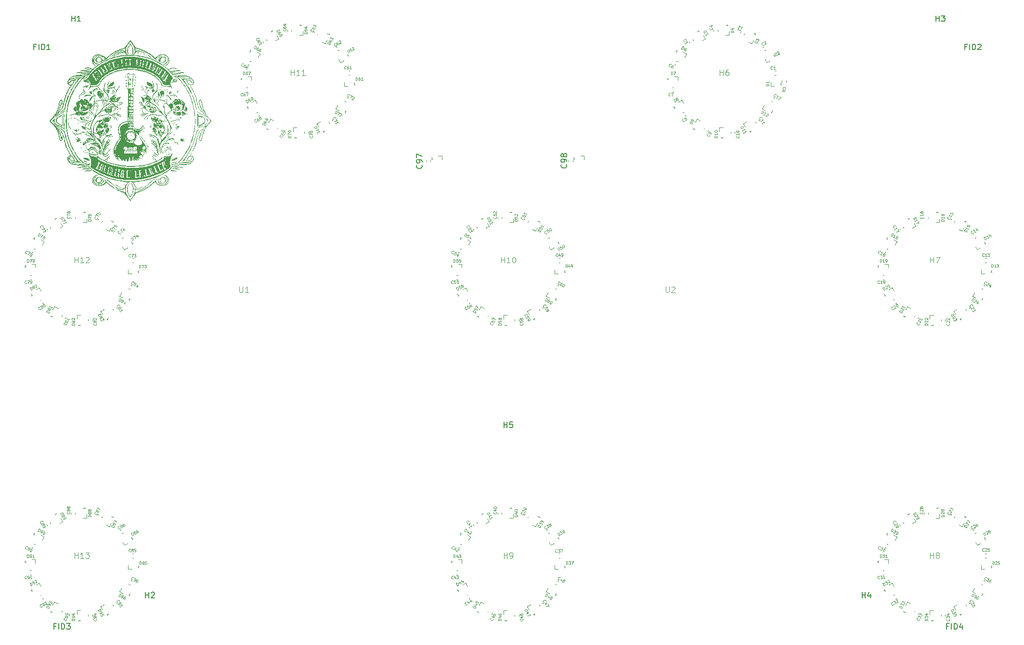
<source format=gto>
G04 #@! TF.GenerationSoftware,KiCad,Pcbnew,8.0.4+1*
G04 #@! TF.CreationDate,2024-10-16T16:48:19+00:00*
G04 #@! TF.ProjectId,pedalboard-display,70656461-6c62-46f6-9172-642d64697370,1.0.0*
G04 #@! TF.SameCoordinates,Original*
G04 #@! TF.FileFunction,Legend,Top*
G04 #@! TF.FilePolarity,Positive*
%FSLAX46Y46*%
G04 Gerber Fmt 4.6, Leading zero omitted, Abs format (unit mm)*
G04 Created by KiCad (PCBNEW 8.0.4+1) date 2024-10-16 16:48:19*
%MOMM*%
%LPD*%
G01*
G04 APERTURE LIST*
%ADD10C,0.000000*%
%ADD11C,0.004635*%
%ADD12C,0.004304*%
%ADD13C,0.008210*%
%ADD14C,0.150000*%
%ADD15C,0.100000*%
%ADD16C,0.075000*%
%ADD17C,0.110000*%
%ADD18C,0.120000*%
G04 APERTURE END LIST*
D10*
G36*
X36524868Y-50550539D02*
G01*
X36526870Y-50550832D01*
X36528684Y-50551377D01*
X36530303Y-50552179D01*
X36531721Y-50553238D01*
X36532930Y-50554559D01*
X36533925Y-50556143D01*
X36534699Y-50557994D01*
X36535558Y-50560411D01*
X36536155Y-50563026D01*
X36536496Y-50565831D01*
X36536587Y-50568818D01*
X36536436Y-50571978D01*
X36536048Y-50575302D01*
X36534589Y-50582412D01*
X36532262Y-50590080D01*
X36529118Y-50598239D01*
X36525209Y-50606822D01*
X36520588Y-50615761D01*
X36515305Y-50624990D01*
X36509412Y-50634441D01*
X36502961Y-50644047D01*
X36496004Y-50653740D01*
X36488592Y-50663455D01*
X36480777Y-50673123D01*
X36472610Y-50682677D01*
X36464144Y-50692050D01*
X36432325Y-50728079D01*
X36400423Y-50765974D01*
X36336703Y-50846885D01*
X36273643Y-50933833D01*
X36211907Y-51025865D01*
X36152155Y-51122031D01*
X36095050Y-51221381D01*
X36041251Y-51322963D01*
X35991421Y-51425827D01*
X35897053Y-51629115D01*
X35850310Y-51729214D01*
X35849472Y-51730486D01*
X35848936Y-51731654D01*
X35848697Y-51732721D01*
X35848746Y-51733686D01*
X35849077Y-51734551D01*
X35849682Y-51735315D01*
X35850555Y-51735980D01*
X35851688Y-51736546D01*
X35854707Y-51737384D01*
X35858682Y-51737835D01*
X35863556Y-51737903D01*
X35869272Y-51737594D01*
X35875774Y-51736913D01*
X35883004Y-51735865D01*
X35890906Y-51734455D01*
X35899423Y-51732689D01*
X35908498Y-51730571D01*
X35918075Y-51728107D01*
X35928096Y-51725302D01*
X35938504Y-51722161D01*
X35949076Y-51719601D01*
X35959581Y-51717221D01*
X35969952Y-51715037D01*
X35980121Y-51713066D01*
X35990021Y-51711321D01*
X35999586Y-51709820D01*
X36008747Y-51708577D01*
X36017438Y-51707608D01*
X36025592Y-51706929D01*
X36033141Y-51706554D01*
X36040018Y-51706499D01*
X36046157Y-51706781D01*
X36051489Y-51707414D01*
X36053832Y-51707867D01*
X36055948Y-51708413D01*
X36057829Y-51709055D01*
X36059466Y-51709795D01*
X36060852Y-51710634D01*
X36061977Y-51711575D01*
X36064316Y-51714703D01*
X36066059Y-51718115D01*
X36067228Y-51721787D01*
X36067847Y-51725694D01*
X36067939Y-51729809D01*
X36067527Y-51734109D01*
X36066634Y-51738568D01*
X36065284Y-51743161D01*
X36063500Y-51747862D01*
X36061305Y-51752646D01*
X36058723Y-51757489D01*
X36055776Y-51762364D01*
X36052488Y-51767247D01*
X36048882Y-51772113D01*
X36040810Y-51781691D01*
X36031746Y-51790897D01*
X36021876Y-51799530D01*
X36011386Y-51807387D01*
X36005966Y-51810962D01*
X36000461Y-51814268D01*
X35994894Y-51817279D01*
X35989289Y-51819971D01*
X35983667Y-51822317D01*
X35978054Y-51824293D01*
X35972472Y-51825874D01*
X35966944Y-51827035D01*
X35961493Y-51827750D01*
X35956143Y-51827993D01*
X35953519Y-51828065D01*
X35950938Y-51828278D01*
X35948403Y-51828627D01*
X35945918Y-51829110D01*
X35943485Y-51829721D01*
X35941106Y-51830458D01*
X35938783Y-51831317D01*
X35936520Y-51832293D01*
X35934319Y-51833382D01*
X35932183Y-51834582D01*
X35930114Y-51835887D01*
X35928114Y-51837295D01*
X35926187Y-51838801D01*
X35924335Y-51840401D01*
X35922560Y-51842091D01*
X35920866Y-51843868D01*
X35919254Y-51845728D01*
X35917727Y-51847666D01*
X35916288Y-51849680D01*
X35914940Y-51851764D01*
X35913685Y-51853916D01*
X35912525Y-51856131D01*
X35911463Y-51858405D01*
X35910503Y-51860735D01*
X35909645Y-51863117D01*
X35908894Y-51865547D01*
X35908251Y-51868020D01*
X35907719Y-51870534D01*
X35907301Y-51873083D01*
X35906999Y-51875665D01*
X35906816Y-51878276D01*
X35906754Y-51880911D01*
X35907033Y-51889148D01*
X35907867Y-51896662D01*
X35909254Y-51903455D01*
X35911192Y-51909525D01*
X35913677Y-51914875D01*
X35916707Y-51919505D01*
X35920280Y-51923415D01*
X35924393Y-51926606D01*
X35929044Y-51929078D01*
X35934229Y-51930833D01*
X35939947Y-51931872D01*
X35946194Y-51932193D01*
X35952968Y-51931799D01*
X35960267Y-51930690D01*
X35968088Y-51928867D01*
X35976428Y-51926330D01*
X35994656Y-51919116D01*
X36014931Y-51909056D01*
X36037231Y-51896153D01*
X36061536Y-51880414D01*
X36087826Y-51861842D01*
X36116079Y-51840444D01*
X36146275Y-51816225D01*
X36178394Y-51789189D01*
X36240102Y-51735369D01*
X36298338Y-51682087D01*
X36357235Y-51624918D01*
X36420928Y-51559441D01*
X36493551Y-51481231D01*
X36579237Y-51385863D01*
X36682122Y-51268916D01*
X36806338Y-51125965D01*
X36850960Y-51075081D01*
X36893271Y-51028449D01*
X36932865Y-50986354D01*
X36969332Y-50949081D01*
X37002265Y-50916913D01*
X37031254Y-50890135D01*
X37055893Y-50869032D01*
X37075772Y-50853886D01*
X37083799Y-50848637D01*
X37090483Y-50844984D01*
X37095773Y-50842962D01*
X37099619Y-50842607D01*
X37100983Y-50843066D01*
X37101968Y-50843956D01*
X37102770Y-50847042D01*
X37101974Y-50851902D01*
X37099529Y-50858572D01*
X37095384Y-50867086D01*
X37089487Y-50877481D01*
X37072237Y-50904054D01*
X37047369Y-50938575D01*
X37014476Y-50981327D01*
X36978372Y-51026306D01*
X36913494Y-51110973D01*
X36829434Y-51223421D01*
X36735782Y-51351744D01*
X36634524Y-51484146D01*
X36583544Y-51549562D01*
X36534258Y-51611918D01*
X36488115Y-51669313D01*
X36446560Y-51719846D01*
X36411041Y-51761614D01*
X36383004Y-51792717D01*
X36371314Y-51805433D01*
X36360094Y-51818383D01*
X36349402Y-51831466D01*
X36339293Y-51844586D01*
X36329825Y-51857644D01*
X36321055Y-51870541D01*
X36313039Y-51883180D01*
X36305834Y-51895463D01*
X36299498Y-51907290D01*
X36294086Y-51918565D01*
X36289657Y-51929189D01*
X36286266Y-51939063D01*
X36283971Y-51948090D01*
X36283252Y-51952255D01*
X36282828Y-51956172D01*
X36282707Y-51959827D01*
X36282895Y-51963209D01*
X36283399Y-51966306D01*
X36284227Y-51969105D01*
X36286664Y-51977167D01*
X36288671Y-51984153D01*
X36290234Y-51990065D01*
X36291337Y-51994902D01*
X36291965Y-51998664D01*
X36292096Y-52000141D01*
X36292102Y-52001351D01*
X36291982Y-52002291D01*
X36291733Y-52002963D01*
X36291353Y-52003366D01*
X36290841Y-52003500D01*
X36290195Y-52003366D01*
X36289412Y-52002963D01*
X36288491Y-52002291D01*
X36287431Y-52001351D01*
X36284880Y-51998664D01*
X36281746Y-51994902D01*
X36278013Y-51990065D01*
X36273664Y-51984153D01*
X36263060Y-51969105D01*
X36257076Y-51961131D01*
X36250906Y-51954428D01*
X36244364Y-51949028D01*
X36237263Y-51944961D01*
X36233446Y-51943437D01*
X36229419Y-51942258D01*
X36225160Y-51941428D01*
X36220644Y-51940951D01*
X36210754Y-51941070D01*
X36199560Y-51942646D01*
X36186879Y-51945710D01*
X36172523Y-51950294D01*
X36156307Y-51956428D01*
X36138045Y-51964143D01*
X36117550Y-51973471D01*
X36094637Y-51984441D01*
X36040810Y-52011436D01*
X36004043Y-52030440D01*
X35968091Y-52047713D01*
X35933360Y-52063177D01*
X35900251Y-52076755D01*
X35869167Y-52088370D01*
X35840512Y-52097943D01*
X35814690Y-52105397D01*
X35792102Y-52110655D01*
X35782147Y-52112436D01*
X35773152Y-52113640D01*
X35765167Y-52114255D01*
X35758243Y-52114273D01*
X35752431Y-52113683D01*
X35747779Y-52112477D01*
X35744339Y-52110644D01*
X35742162Y-52108175D01*
X35741562Y-52106699D01*
X35741297Y-52105060D01*
X35741795Y-52101289D01*
X35743706Y-52096853D01*
X35747081Y-52091742D01*
X35751971Y-52085946D01*
X35758424Y-52079456D01*
X35766493Y-52072262D01*
X35776227Y-52064354D01*
X35783754Y-52058306D01*
X35790469Y-52052020D01*
X35796388Y-52045425D01*
X35801528Y-52038447D01*
X35805902Y-52031014D01*
X35809527Y-52023054D01*
X35812418Y-52014495D01*
X35814591Y-52005264D01*
X35816062Y-51995289D01*
X35816845Y-51984497D01*
X35816956Y-51972817D01*
X35816411Y-51960175D01*
X35815225Y-51946500D01*
X35813414Y-51931719D01*
X35810993Y-51915760D01*
X35807977Y-51898550D01*
X35798565Y-51858015D01*
X35794567Y-51842049D01*
X35790889Y-51828931D01*
X35787418Y-51818645D01*
X35785724Y-51814559D01*
X35784040Y-51811175D01*
X35782350Y-51808492D01*
X35780641Y-51806506D01*
X35778899Y-51805217D01*
X35777108Y-51804622D01*
X35775256Y-51804720D01*
X35773327Y-51805509D01*
X35771308Y-51806986D01*
X35769185Y-51809149D01*
X35766942Y-51811997D01*
X35764567Y-51815528D01*
X35759359Y-51824631D01*
X35753449Y-51836442D01*
X35746723Y-51850944D01*
X35730366Y-51887965D01*
X35724998Y-51899737D01*
X35719507Y-51911199D01*
X35713933Y-51922289D01*
X35708317Y-51932945D01*
X35702702Y-51943105D01*
X35697128Y-51952706D01*
X35691636Y-51961688D01*
X35686269Y-51969987D01*
X35681067Y-51977542D01*
X35676071Y-51984291D01*
X35671324Y-51990172D01*
X35666866Y-51995123D01*
X35664758Y-51997230D01*
X35662739Y-51999081D01*
X35660812Y-52000669D01*
X35658984Y-52001986D01*
X35657259Y-52003023D01*
X35655642Y-52003774D01*
X35654139Y-52004230D01*
X35652755Y-52004383D01*
X35648341Y-52004036D01*
X35644355Y-52003010D01*
X35640791Y-52001328D01*
X35637645Y-51999016D01*
X35634909Y-51996096D01*
X35632578Y-51992593D01*
X35630646Y-51988531D01*
X35629108Y-51983933D01*
X35627957Y-51978824D01*
X35627188Y-51973226D01*
X35626772Y-51960665D01*
X35627813Y-51946439D01*
X35630265Y-51930740D01*
X35634081Y-51913760D01*
X35639215Y-51895690D01*
X35645621Y-51876720D01*
X35653251Y-51857043D01*
X35662059Y-51836848D01*
X35671999Y-51816329D01*
X35683024Y-51795675D01*
X35695088Y-51775077D01*
X35711232Y-51749611D01*
X35728994Y-51720011D01*
X35767903Y-51651384D01*
X35808879Y-51575151D01*
X35848987Y-51497264D01*
X35885291Y-51423677D01*
X35914857Y-51360342D01*
X35934749Y-51313213D01*
X35940150Y-51297586D01*
X35942032Y-51288243D01*
X35945679Y-51275212D01*
X35956157Y-51253944D01*
X35972774Y-51225379D01*
X35994838Y-51190458D01*
X36052537Y-51105310D01*
X36123713Y-51006022D01*
X36202826Y-50900120D01*
X36284337Y-50795127D01*
X36362706Y-50698567D01*
X36432393Y-50617965D01*
X36437012Y-50612767D01*
X36441604Y-50607758D01*
X36450680Y-50598315D01*
X36459570Y-50589657D01*
X36463929Y-50585630D01*
X36468222Y-50581806D01*
X36472443Y-50578189D01*
X36476585Y-50574782D01*
X36480642Y-50571586D01*
X36484607Y-50568605D01*
X36488474Y-50565841D01*
X36492237Y-50563296D01*
X36495888Y-50560974D01*
X36499421Y-50558876D01*
X36502831Y-50557006D01*
X36506110Y-50555366D01*
X36509252Y-50553958D01*
X36512251Y-50552785D01*
X36515100Y-50551850D01*
X36517792Y-50551156D01*
X36520322Y-50550704D01*
X36522683Y-50550498D01*
X36524868Y-50550539D01*
G37*
G36*
X48714737Y-46438582D02*
G01*
X48716690Y-46438931D01*
X48718746Y-46439462D01*
X48720906Y-46440177D01*
X48723170Y-46441076D01*
X48728047Y-46443003D01*
X48732750Y-46445449D01*
X48737273Y-46448377D01*
X48741608Y-46451749D01*
X48745746Y-46455527D01*
X48749679Y-46459672D01*
X48753401Y-46464147D01*
X48756904Y-46468913D01*
X48760179Y-46473932D01*
X48763219Y-46479166D01*
X48766016Y-46484578D01*
X48768562Y-46490128D01*
X48770850Y-46495779D01*
X48772872Y-46501492D01*
X48774620Y-46507231D01*
X48776086Y-46512955D01*
X48777263Y-46518628D01*
X48778143Y-46524211D01*
X48778718Y-46529666D01*
X48778980Y-46534956D01*
X48778922Y-46540041D01*
X48778536Y-46544883D01*
X48777814Y-46549446D01*
X48776748Y-46553690D01*
X48775331Y-46557577D01*
X48773554Y-46561070D01*
X48771411Y-46564130D01*
X48768893Y-46566719D01*
X48765993Y-46568799D01*
X48762703Y-46570332D01*
X48759014Y-46571280D01*
X48754920Y-46571605D01*
X48753247Y-46571512D01*
X48751535Y-46571238D01*
X48749791Y-46570785D01*
X48748016Y-46570158D01*
X48744394Y-46568396D01*
X48740699Y-46565982D01*
X48736962Y-46562949D01*
X48733216Y-46559327D01*
X48729490Y-46555146D01*
X48725816Y-46550438D01*
X48722224Y-46545235D01*
X48718747Y-46539566D01*
X48715414Y-46533463D01*
X48712256Y-46526957D01*
X48709306Y-46520079D01*
X48706593Y-46512859D01*
X48704149Y-46505330D01*
X48702004Y-46497522D01*
X48701064Y-46493295D01*
X48700227Y-46489214D01*
X48699493Y-46485280D01*
X48698862Y-46481495D01*
X48698335Y-46477860D01*
X48697911Y-46474376D01*
X48697591Y-46471044D01*
X48697374Y-46467867D01*
X48697260Y-46464844D01*
X48697250Y-46461977D01*
X48697343Y-46459268D01*
X48697539Y-46456718D01*
X48697839Y-46454328D01*
X48698242Y-46452100D01*
X48698748Y-46450035D01*
X48699358Y-46448133D01*
X48700071Y-46446397D01*
X48700888Y-46444827D01*
X48701808Y-46443426D01*
X48702831Y-46442194D01*
X48703957Y-46441132D01*
X48705187Y-46440242D01*
X48706520Y-46439525D01*
X48707957Y-46438982D01*
X48709497Y-46438616D01*
X48711140Y-46438426D01*
X48712887Y-46438414D01*
X48714737Y-46438582D01*
G37*
G36*
X36595189Y-47170849D02*
G01*
X36608483Y-47172058D01*
X36621763Y-47174073D01*
X36635027Y-47176895D01*
X36648273Y-47180522D01*
X36661498Y-47184956D01*
X36674702Y-47190196D01*
X36687882Y-47196242D01*
X36701035Y-47203095D01*
X36714162Y-47210753D01*
X36727258Y-47219218D01*
X36740323Y-47228488D01*
X36753354Y-47238565D01*
X36766350Y-47249448D01*
X36779308Y-47261137D01*
X36792226Y-47273632D01*
X36813973Y-47296608D01*
X36832913Y-47318033D01*
X36841333Y-47328222D01*
X36849053Y-47338094D01*
X36856074Y-47347671D01*
X36862396Y-47356977D01*
X36868022Y-47366034D01*
X36872950Y-47374867D01*
X36877181Y-47383498D01*
X36880717Y-47391951D01*
X36883559Y-47400249D01*
X36885705Y-47408415D01*
X36887158Y-47416473D01*
X36887918Y-47424446D01*
X36887985Y-47432356D01*
X36887361Y-47440228D01*
X36886045Y-47448084D01*
X36884039Y-47455947D01*
X36881343Y-47463842D01*
X36877957Y-47471791D01*
X36873883Y-47479818D01*
X36869121Y-47487945D01*
X36863672Y-47496197D01*
X36857536Y-47504595D01*
X36850714Y-47513165D01*
X36843207Y-47521928D01*
X36835015Y-47530908D01*
X36826139Y-47540128D01*
X36806338Y-47559382D01*
X36794427Y-47570930D01*
X36783814Y-47581810D01*
X36774471Y-47592102D01*
X36766375Y-47601881D01*
X36762785Y-47606604D01*
X36759497Y-47611227D01*
X36756508Y-47615761D01*
X36753814Y-47620216D01*
X36751412Y-47624601D01*
X36749298Y-47628926D01*
X36747470Y-47633201D01*
X36745925Y-47637435D01*
X36744658Y-47641638D01*
X36743667Y-47645819D01*
X36742949Y-47649989D01*
X36742500Y-47654157D01*
X36742318Y-47658333D01*
X36742398Y-47662526D01*
X36742738Y-47666747D01*
X36743334Y-47671004D01*
X36744184Y-47675307D01*
X36745283Y-47679667D01*
X36746629Y-47684093D01*
X36748219Y-47688595D01*
X36750049Y-47693181D01*
X36752116Y-47697863D01*
X36756949Y-47707550D01*
X36761247Y-47716485D01*
X36763144Y-47720714D01*
X36764873Y-47724789D01*
X36766431Y-47728715D01*
X36767817Y-47732494D01*
X36769030Y-47736132D01*
X36770068Y-47739631D01*
X36770931Y-47742995D01*
X36771617Y-47746230D01*
X36772124Y-47749337D01*
X36772452Y-47752322D01*
X36772599Y-47755188D01*
X36772564Y-47757940D01*
X36772346Y-47760579D01*
X36771942Y-47763112D01*
X36771353Y-47765542D01*
X36770576Y-47767872D01*
X36769611Y-47770106D01*
X36768456Y-47772249D01*
X36767109Y-47774303D01*
X36765570Y-47776274D01*
X36763838Y-47778165D01*
X36761910Y-47779979D01*
X36759786Y-47781721D01*
X36757464Y-47783395D01*
X36754943Y-47785004D01*
X36752222Y-47786552D01*
X36749300Y-47788044D01*
X36746174Y-47789482D01*
X36742845Y-47790872D01*
X36739310Y-47792216D01*
X36733414Y-47795256D01*
X36726370Y-47800333D01*
X36718273Y-47807332D01*
X36709214Y-47816139D01*
X36699287Y-47826641D01*
X36688585Y-47838725D01*
X36665227Y-47867182D01*
X36639885Y-47900599D01*
X36613302Y-47938068D01*
X36586224Y-47978679D01*
X36559393Y-48021522D01*
X36532894Y-48062053D01*
X36508792Y-48097721D01*
X36497563Y-48113762D01*
X36486840Y-48128624D01*
X36476593Y-48142320D01*
X36466790Y-48154861D01*
X36457400Y-48166260D01*
X36448393Y-48176530D01*
X36439737Y-48185682D01*
X36431402Y-48193729D01*
X36423356Y-48200682D01*
X36415568Y-48206556D01*
X36408008Y-48211360D01*
X36400644Y-48215109D01*
X36393445Y-48217814D01*
X36386381Y-48219487D01*
X36379420Y-48220140D01*
X36372532Y-48219787D01*
X36365685Y-48218439D01*
X36358848Y-48216109D01*
X36351990Y-48212808D01*
X36345081Y-48208549D01*
X36338089Y-48203345D01*
X36330984Y-48197207D01*
X36323734Y-48190148D01*
X36316308Y-48182181D01*
X36308675Y-48173316D01*
X36300805Y-48163568D01*
X36292666Y-48152947D01*
X36284227Y-48141467D01*
X36274885Y-48127686D01*
X36266705Y-48115394D01*
X36259694Y-48104507D01*
X36253855Y-48094944D01*
X36251377Y-48090632D01*
X36249195Y-48086620D01*
X36247308Y-48082898D01*
X36245718Y-48079454D01*
X36244425Y-48076280D01*
X36243429Y-48073363D01*
X36242732Y-48070695D01*
X36242335Y-48068264D01*
X36242236Y-48066061D01*
X36242439Y-48064075D01*
X36242942Y-48062296D01*
X36243747Y-48060713D01*
X36244854Y-48059316D01*
X36246264Y-48058094D01*
X36247978Y-48057038D01*
X36249996Y-48056137D01*
X36252319Y-48055381D01*
X36254948Y-48054759D01*
X36257882Y-48054262D01*
X36261124Y-48053877D01*
X36264673Y-48053597D01*
X36268530Y-48053409D01*
X36277171Y-48053271D01*
X36284189Y-48052996D01*
X36290693Y-48052190D01*
X36296685Y-48050879D01*
X36302168Y-48049089D01*
X36307145Y-48046847D01*
X36311618Y-48044179D01*
X36315590Y-48041112D01*
X36319063Y-48037672D01*
X36322040Y-48033886D01*
X36324524Y-48029780D01*
X36326516Y-48025381D01*
X36328021Y-48020715D01*
X36329039Y-48015809D01*
X36329574Y-48010689D01*
X36329629Y-48005382D01*
X36329206Y-47999914D01*
X36328307Y-47994311D01*
X36326935Y-47988601D01*
X36325094Y-47982809D01*
X36322784Y-47976962D01*
X36320009Y-47971087D01*
X36316772Y-47965210D01*
X36313075Y-47959358D01*
X36308921Y-47953557D01*
X36304312Y-47947833D01*
X36299251Y-47942213D01*
X36293740Y-47936724D01*
X36287782Y-47931391D01*
X36281380Y-47926242D01*
X36274536Y-47921303D01*
X36267252Y-47916601D01*
X36259532Y-47912161D01*
X36252345Y-47907829D01*
X36245359Y-47902804D01*
X36238611Y-47897138D01*
X36232137Y-47890884D01*
X36228654Y-47887046D01*
X36437306Y-47887046D01*
X36437499Y-47890732D01*
X36437946Y-47894182D01*
X36438650Y-47897380D01*
X36439614Y-47900310D01*
X36440842Y-47902956D01*
X36442337Y-47905301D01*
X36444101Y-47907330D01*
X36446139Y-47909026D01*
X36448454Y-47910373D01*
X36451048Y-47911356D01*
X36453925Y-47911957D01*
X36457088Y-47912161D01*
X36460536Y-47911876D01*
X36464248Y-47911042D01*
X36468201Y-47909687D01*
X36472370Y-47907841D01*
X36476730Y-47905532D01*
X36481257Y-47902789D01*
X36490712Y-47896120D01*
X36500539Y-47888066D01*
X36510542Y-47878860D01*
X36520524Y-47868734D01*
X36530289Y-47857921D01*
X36539641Y-47846653D01*
X36548382Y-47835162D01*
X36556318Y-47823682D01*
X36563251Y-47812445D01*
X36568986Y-47801684D01*
X36573325Y-47791630D01*
X36574910Y-47786941D01*
X36576072Y-47782517D01*
X36576788Y-47778386D01*
X36577032Y-47774577D01*
X36576909Y-47769792D01*
X36576543Y-47765356D01*
X36575942Y-47761270D01*
X36575109Y-47757531D01*
X36574052Y-47754138D01*
X36572776Y-47751090D01*
X36571287Y-47748386D01*
X36569591Y-47746024D01*
X36567692Y-47744003D01*
X36565599Y-47742322D01*
X36563315Y-47740980D01*
X36560847Y-47739975D01*
X36558201Y-47739305D01*
X36555382Y-47738970D01*
X36552397Y-47738969D01*
X36549251Y-47739299D01*
X36545950Y-47739960D01*
X36542500Y-47740951D01*
X36538906Y-47742270D01*
X36535174Y-47743916D01*
X36531311Y-47745887D01*
X36527322Y-47748182D01*
X36523213Y-47750801D01*
X36518990Y-47753741D01*
X36510223Y-47760581D01*
X36501068Y-47768693D01*
X36491573Y-47778065D01*
X36481783Y-47788688D01*
X36477577Y-47793698D01*
X36473560Y-47798795D01*
X36469736Y-47803964D01*
X36466107Y-47809187D01*
X36462678Y-47814449D01*
X36459450Y-47819733D01*
X36456428Y-47825024D01*
X36453615Y-47830305D01*
X36451014Y-47835561D01*
X36448628Y-47840774D01*
X36446460Y-47845930D01*
X36444513Y-47851011D01*
X36442792Y-47856001D01*
X36441298Y-47860885D01*
X36440036Y-47865646D01*
X36439008Y-47870269D01*
X36438218Y-47874736D01*
X36437669Y-47879032D01*
X36437364Y-47883141D01*
X36437306Y-47887046D01*
X36228654Y-47887046D01*
X36225972Y-47884092D01*
X36220154Y-47876814D01*
X36214719Y-47869102D01*
X36209702Y-47861008D01*
X36205140Y-47852583D01*
X36201069Y-47843879D01*
X36197524Y-47834948D01*
X36194544Y-47825841D01*
X36192162Y-47816609D01*
X36190416Y-47807306D01*
X36189342Y-47797982D01*
X36188976Y-47788688D01*
X36188813Y-47780058D01*
X36188329Y-47771407D01*
X36187535Y-47762798D01*
X36186441Y-47754292D01*
X36185058Y-47745952D01*
X36183395Y-47737838D01*
X36181465Y-47730015D01*
X36179275Y-47722542D01*
X36176838Y-47715483D01*
X36174163Y-47708900D01*
X36171260Y-47702854D01*
X36169727Y-47700051D01*
X36168141Y-47697407D01*
X36166503Y-47694928D01*
X36164815Y-47692622D01*
X36163077Y-47690497D01*
X36161292Y-47688560D01*
X36159460Y-47686820D01*
X36157583Y-47685284D01*
X36155662Y-47683959D01*
X36153699Y-47682855D01*
X36149600Y-47679558D01*
X36146542Y-47675003D01*
X36144491Y-47669255D01*
X36143412Y-47662377D01*
X36143270Y-47654435D01*
X36144033Y-47645493D01*
X36148132Y-47624867D01*
X36151979Y-47612300D01*
X36259532Y-47612300D01*
X36259583Y-47614934D01*
X36259735Y-47617545D01*
X36259983Y-47620126D01*
X36260325Y-47622676D01*
X36260757Y-47625189D01*
X36261276Y-47627663D01*
X36261880Y-47630092D01*
X36262564Y-47632474D01*
X36263326Y-47634804D01*
X36264161Y-47637078D01*
X36265068Y-47639293D01*
X36266043Y-47641445D01*
X36267083Y-47643529D01*
X36268184Y-47645542D01*
X36269342Y-47647481D01*
X36270556Y-47649341D01*
X36271822Y-47651118D01*
X36273136Y-47652808D01*
X36274495Y-47654408D01*
X36275896Y-47655914D01*
X36277336Y-47657321D01*
X36278812Y-47658627D01*
X36280319Y-47659826D01*
X36281856Y-47660916D01*
X36283419Y-47661892D01*
X36285004Y-47662751D01*
X36286609Y-47663488D01*
X36288230Y-47664099D01*
X36289863Y-47664582D01*
X36291507Y-47664931D01*
X36293157Y-47665144D01*
X36294810Y-47665216D01*
X36296773Y-47665144D01*
X36298694Y-47664931D01*
X36300571Y-47664582D01*
X36302403Y-47664099D01*
X36304188Y-47663488D01*
X36305925Y-47662751D01*
X36307614Y-47661892D01*
X36309252Y-47660916D01*
X36310838Y-47659826D01*
X36312371Y-47658627D01*
X36313850Y-47657321D01*
X36315274Y-47655914D01*
X36317949Y-47652808D01*
X36320386Y-47649341D01*
X36322576Y-47645542D01*
X36324506Y-47641445D01*
X36326169Y-47637078D01*
X36327552Y-47632474D01*
X36328646Y-47627663D01*
X36329440Y-47622676D01*
X36329924Y-47617545D01*
X36330087Y-47612300D01*
X36330046Y-47609665D01*
X36329924Y-47607054D01*
X36329721Y-47604473D01*
X36329440Y-47601923D01*
X36329081Y-47599409D01*
X36328646Y-47596936D01*
X36328136Y-47594507D01*
X36327552Y-47592125D01*
X36326896Y-47589795D01*
X36326169Y-47587520D01*
X36325372Y-47585305D01*
X36324506Y-47583154D01*
X36323574Y-47581069D01*
X36322576Y-47579056D01*
X36321513Y-47577117D01*
X36320386Y-47575257D01*
X36319198Y-47573480D01*
X36317949Y-47571790D01*
X36316640Y-47570190D01*
X36315274Y-47568684D01*
X36313850Y-47567277D01*
X36312371Y-47565971D01*
X36310838Y-47564772D01*
X36309252Y-47563682D01*
X36307614Y-47562706D01*
X36305925Y-47561847D01*
X36304188Y-47561110D01*
X36302403Y-47560498D01*
X36300571Y-47560016D01*
X36298694Y-47559666D01*
X36296773Y-47559454D01*
X36294810Y-47559382D01*
X36293157Y-47559454D01*
X36291507Y-47559666D01*
X36289863Y-47560016D01*
X36288230Y-47560498D01*
X36286609Y-47561110D01*
X36285004Y-47561847D01*
X36283419Y-47562706D01*
X36281856Y-47563682D01*
X36278812Y-47565971D01*
X36275896Y-47568684D01*
X36273136Y-47571790D01*
X36270556Y-47575257D01*
X36268184Y-47579056D01*
X36266043Y-47583154D01*
X36264161Y-47587520D01*
X36262564Y-47592125D01*
X36261276Y-47596936D01*
X36260325Y-47601923D01*
X36259735Y-47607054D01*
X36259532Y-47612300D01*
X36151979Y-47612300D01*
X36155434Y-47601016D01*
X36165667Y-47574458D01*
X36178556Y-47545709D01*
X36193827Y-47515285D01*
X36194596Y-47513888D01*
X36368532Y-47513888D01*
X36368611Y-47519482D01*
X36369308Y-47524934D01*
X36370624Y-47530237D01*
X36372562Y-47535383D01*
X36375122Y-47540366D01*
X36378309Y-47545178D01*
X36382122Y-47549813D01*
X36386564Y-47554263D01*
X36391638Y-47558521D01*
X36397345Y-47562581D01*
X36403686Y-47566434D01*
X36410665Y-47570074D01*
X36418282Y-47573494D01*
X36421559Y-47574393D01*
X36424773Y-47575105D01*
X36427925Y-47575630D01*
X36431015Y-47575967D01*
X36434044Y-47576116D01*
X36437010Y-47576075D01*
X36439914Y-47575844D01*
X36442756Y-47575423D01*
X36445536Y-47574811D01*
X36448255Y-47574006D01*
X36450911Y-47573010D01*
X36453505Y-47571820D01*
X36456037Y-47570436D01*
X36458507Y-47568858D01*
X36460915Y-47567085D01*
X36463261Y-47565116D01*
X36465546Y-47562950D01*
X36467768Y-47560588D01*
X36469928Y-47558028D01*
X36472026Y-47555270D01*
X36474062Y-47552313D01*
X36476036Y-47549156D01*
X36479798Y-47542240D01*
X36483312Y-47534519D01*
X36486578Y-47525986D01*
X36489596Y-47516637D01*
X36492365Y-47506466D01*
X36495216Y-47496174D01*
X36498470Y-47486471D01*
X36502117Y-47477367D01*
X36504084Y-47473043D01*
X36506146Y-47468873D01*
X36508301Y-47464858D01*
X36510547Y-47460999D01*
X36512884Y-47457298D01*
X36515310Y-47453756D01*
X36517824Y-47450374D01*
X36520424Y-47447154D01*
X36523110Y-47444096D01*
X36525879Y-47441202D01*
X36528732Y-47438474D01*
X36531665Y-47435912D01*
X36534679Y-47433519D01*
X36537772Y-47431294D01*
X36540942Y-47429240D01*
X36544188Y-47427358D01*
X36547510Y-47425649D01*
X36550905Y-47424115D01*
X36554372Y-47422756D01*
X36557910Y-47421574D01*
X36561518Y-47420570D01*
X36565195Y-47419746D01*
X36568939Y-47419103D01*
X36572749Y-47418642D01*
X36576623Y-47418365D01*
X36580560Y-47418272D01*
X36587330Y-47418488D01*
X36593745Y-47419131D01*
X36599803Y-47420193D01*
X36605503Y-47421669D01*
X36610840Y-47423550D01*
X36615814Y-47425830D01*
X36620420Y-47428501D01*
X36624657Y-47431556D01*
X36628522Y-47434989D01*
X36632013Y-47438792D01*
X36635126Y-47442958D01*
X36637859Y-47447479D01*
X36640210Y-47452350D01*
X36642176Y-47457562D01*
X36643754Y-47463109D01*
X36644942Y-47468984D01*
X36645737Y-47475178D01*
X36646137Y-47481687D01*
X36646140Y-47488501D01*
X36645741Y-47495614D01*
X36643733Y-47510710D01*
X36640091Y-47526916D01*
X36634796Y-47544177D01*
X36627826Y-47562435D01*
X36619162Y-47581634D01*
X36608782Y-47601716D01*
X36603207Y-47612344D01*
X36598412Y-47621753D01*
X36594434Y-47629962D01*
X36591308Y-47636994D01*
X36589071Y-47642868D01*
X36588298Y-47645377D01*
X36587760Y-47647605D01*
X36587462Y-47649554D01*
X36587409Y-47651226D01*
X36587606Y-47652624D01*
X36588056Y-47653751D01*
X36588765Y-47654609D01*
X36589737Y-47655201D01*
X36590976Y-47655530D01*
X36592487Y-47655598D01*
X36594274Y-47655407D01*
X36596343Y-47654960D01*
X36598697Y-47654260D01*
X36601341Y-47653310D01*
X36607517Y-47650667D01*
X36614908Y-47647053D01*
X36623549Y-47642488D01*
X36633477Y-47636993D01*
X36639636Y-47632970D01*
X36645540Y-47628204D01*
X36651183Y-47622739D01*
X36656559Y-47616619D01*
X36661661Y-47609886D01*
X36666483Y-47602585D01*
X36671017Y-47594757D01*
X36675259Y-47586447D01*
X36682836Y-47568552D01*
X36689163Y-47549247D01*
X36694188Y-47528877D01*
X36697859Y-47507788D01*
X36700124Y-47486328D01*
X36700932Y-47464842D01*
X36700231Y-47443676D01*
X36697969Y-47423177D01*
X36694095Y-47403690D01*
X36691537Y-47394435D01*
X36688557Y-47385563D01*
X36685148Y-47377117D01*
X36681303Y-47369141D01*
X36677017Y-47361678D01*
X36672282Y-47354771D01*
X36664678Y-47345478D01*
X36657586Y-47337477D01*
X36650772Y-47330819D01*
X36644005Y-47325557D01*
X36640566Y-47323465D01*
X36637052Y-47321742D01*
X36633433Y-47320393D01*
X36629680Y-47319425D01*
X36625765Y-47318845D01*
X36621657Y-47318658D01*
X36617329Y-47318873D01*
X36612751Y-47319494D01*
X36607894Y-47320528D01*
X36602728Y-47321983D01*
X36591357Y-47326177D01*
X36578404Y-47332129D01*
X36563638Y-47339889D01*
X36546825Y-47349509D01*
X36527733Y-47361042D01*
X36481783Y-47390049D01*
X36470497Y-47396993D01*
X36459792Y-47403930D01*
X36449669Y-47410853D01*
X36440132Y-47417755D01*
X36431180Y-47424628D01*
X36422817Y-47431465D01*
X36415045Y-47438260D01*
X36407865Y-47445005D01*
X36401279Y-47451694D01*
X36395289Y-47458318D01*
X36389898Y-47464872D01*
X36385106Y-47471347D01*
X36380917Y-47477737D01*
X36377332Y-47484034D01*
X36374352Y-47490232D01*
X36371981Y-47496324D01*
X36370219Y-47502302D01*
X36369069Y-47508159D01*
X36368532Y-47513888D01*
X36194596Y-47513888D01*
X36211207Y-47483704D01*
X36230421Y-47451482D01*
X36251196Y-47419136D01*
X36273257Y-47387183D01*
X36296332Y-47356139D01*
X36320145Y-47326522D01*
X36344424Y-47298847D01*
X36368894Y-47273632D01*
X36382133Y-47261137D01*
X36395391Y-47249448D01*
X36408665Y-47238565D01*
X36421955Y-47228488D01*
X36435257Y-47219218D01*
X36448571Y-47210753D01*
X36461893Y-47203095D01*
X36475223Y-47196242D01*
X36488558Y-47190196D01*
X36501896Y-47184956D01*
X36515235Y-47180522D01*
X36528574Y-47176895D01*
X36541910Y-47174073D01*
X36555241Y-47172058D01*
X36568566Y-47170849D01*
X36581883Y-47170446D01*
X36595189Y-47170849D01*
G37*
G36*
X53346612Y-46966017D02*
G01*
X53347970Y-46967396D01*
X53348183Y-46969529D01*
X53347239Y-46972413D01*
X53345131Y-46976050D01*
X53341847Y-46980438D01*
X53337379Y-46985576D01*
X53331716Y-46991465D01*
X53316769Y-47005489D01*
X53296927Y-47022505D01*
X53272115Y-47042508D01*
X53242254Y-47065493D01*
X53228257Y-47075984D01*
X53214121Y-47086247D01*
X53199954Y-47096221D01*
X53185864Y-47105843D01*
X53171961Y-47115051D01*
X53158352Y-47123785D01*
X53145146Y-47131981D01*
X53132451Y-47139577D01*
X53120377Y-47146512D01*
X53109031Y-47152724D01*
X53098523Y-47158149D01*
X53088960Y-47162728D01*
X53080451Y-47166397D01*
X53073105Y-47169094D01*
X53067030Y-47170758D01*
X53064503Y-47171183D01*
X53062335Y-47171327D01*
X53060031Y-47171368D01*
X53057750Y-47171490D01*
X53055497Y-47171693D01*
X53053275Y-47171975D01*
X53051086Y-47172333D01*
X53048933Y-47172769D01*
X53046821Y-47173279D01*
X53044752Y-47173862D01*
X53042730Y-47174519D01*
X53040757Y-47175246D01*
X53038837Y-47176043D01*
X53036974Y-47176908D01*
X53035169Y-47177841D01*
X53033428Y-47178839D01*
X53031752Y-47179902D01*
X53030146Y-47181028D01*
X53028612Y-47182217D01*
X53027153Y-47183466D01*
X53025773Y-47184774D01*
X53024475Y-47186141D01*
X53023263Y-47187564D01*
X53022139Y-47189044D01*
X53021106Y-47190577D01*
X53020169Y-47192163D01*
X53019330Y-47193801D01*
X53018592Y-47195489D01*
X53017959Y-47197227D01*
X53017433Y-47199012D01*
X53017019Y-47200844D01*
X53016719Y-47202721D01*
X53016537Y-47204642D01*
X53016476Y-47206605D01*
X53016425Y-47208258D01*
X53016272Y-47209908D01*
X53016022Y-47211552D01*
X53015676Y-47213185D01*
X53015238Y-47214806D01*
X53014708Y-47216411D01*
X53014091Y-47217996D01*
X53013389Y-47219559D01*
X53012604Y-47221096D01*
X53011739Y-47222604D01*
X53010796Y-47224079D01*
X53009778Y-47225519D01*
X53008688Y-47226920D01*
X53007529Y-47228279D01*
X53006302Y-47229593D01*
X53005010Y-47230859D01*
X53003657Y-47232073D01*
X53002244Y-47233232D01*
X53000774Y-47234333D01*
X52999250Y-47235372D01*
X52997674Y-47236347D01*
X52996049Y-47237254D01*
X52994378Y-47238090D01*
X52992663Y-47238852D01*
X52990906Y-47239536D01*
X52989111Y-47240139D01*
X52987279Y-47240659D01*
X52985414Y-47241091D01*
X52983518Y-47241433D01*
X52981594Y-47241681D01*
X52979643Y-47241832D01*
X52977670Y-47241883D01*
X52973217Y-47242250D01*
X52967844Y-47243330D01*
X52961624Y-47245092D01*
X52954628Y-47247506D01*
X52946930Y-47250539D01*
X52938602Y-47254161D01*
X52929715Y-47258342D01*
X52920343Y-47263050D01*
X52910557Y-47268253D01*
X52900430Y-47273922D01*
X52890035Y-47280025D01*
X52879443Y-47286531D01*
X52868727Y-47293409D01*
X52857960Y-47300629D01*
X52847213Y-47308158D01*
X52836559Y-47315966D01*
X52826109Y-47323030D01*
X52815957Y-47329650D01*
X52806158Y-47335794D01*
X52796761Y-47341432D01*
X52787819Y-47346532D01*
X52779384Y-47351064D01*
X52771506Y-47354997D01*
X52764239Y-47358299D01*
X52760850Y-47359704D01*
X52757633Y-47360940D01*
X52754594Y-47362002D01*
X52751740Y-47362888D01*
X52749077Y-47363593D01*
X52746612Y-47364113D01*
X52744351Y-47364444D01*
X52742300Y-47364583D01*
X52740467Y-47364525D01*
X52738857Y-47364268D01*
X52737477Y-47363806D01*
X52736333Y-47363136D01*
X52735432Y-47362254D01*
X52734781Y-47361157D01*
X52734386Y-47359839D01*
X52734252Y-47358299D01*
X52735983Y-47352102D01*
X52741156Y-47344112D01*
X52749740Y-47334355D01*
X52761703Y-47322856D01*
X52795644Y-47294738D01*
X52842732Y-47259963D01*
X52902719Y-47218739D01*
X52975355Y-47171272D01*
X53060393Y-47117770D01*
X53157586Y-47058438D01*
X53195318Y-47036154D01*
X53229086Y-47016924D01*
X53258813Y-47000743D01*
X53284421Y-46987606D01*
X53305833Y-46977508D01*
X53322972Y-46970443D01*
X53329914Y-46968046D01*
X53335759Y-46966406D01*
X53340497Y-46965522D01*
X53344118Y-46965392D01*
X53346612Y-46966017D01*
G37*
G36*
X37142836Y-42973454D02*
G01*
X37147570Y-42973991D01*
X37152143Y-42974862D01*
X37156545Y-42976048D01*
X37160770Y-42977532D01*
X37164808Y-42979294D01*
X37168650Y-42981316D01*
X37172289Y-42983579D01*
X37175717Y-42986064D01*
X37178924Y-42988753D01*
X37181902Y-42991626D01*
X37184644Y-42994666D01*
X37187140Y-42997852D01*
X37189382Y-43001167D01*
X37191361Y-43004592D01*
X37193070Y-43008109D01*
X37194500Y-43011697D01*
X37195643Y-43015339D01*
X37196490Y-43019016D01*
X37197032Y-43022709D01*
X37197262Y-43026399D01*
X37197171Y-43030069D01*
X37196750Y-43033698D01*
X37195992Y-43037268D01*
X37194887Y-43040761D01*
X37193428Y-43044157D01*
X37191605Y-43047439D01*
X37189412Y-43050587D01*
X37186838Y-43053582D01*
X37183876Y-43056407D01*
X37180518Y-43059041D01*
X37176754Y-43061467D01*
X37173451Y-43063814D01*
X37170174Y-43066854D01*
X37166949Y-43070535D01*
X37163801Y-43074805D01*
X37160756Y-43079613D01*
X37157841Y-43084906D01*
X37155080Y-43090634D01*
X37152501Y-43096744D01*
X37150128Y-43103184D01*
X37147988Y-43109904D01*
X37146106Y-43116851D01*
X37144508Y-43123974D01*
X37143221Y-43131221D01*
X37142269Y-43138540D01*
X37141679Y-43145880D01*
X37141477Y-43153189D01*
X37141185Y-43161499D01*
X37140820Y-43165439D01*
X37140305Y-43169236D01*
X37139641Y-43172891D01*
X37138826Y-43176404D01*
X37137858Y-43179777D01*
X37136736Y-43183009D01*
X37135460Y-43186102D01*
X37134027Y-43189056D01*
X37132436Y-43191872D01*
X37130687Y-43194550D01*
X37128777Y-43197091D01*
X37126706Y-43199496D01*
X37124472Y-43201766D01*
X37122074Y-43203900D01*
X37119511Y-43205900D01*
X37116781Y-43207766D01*
X37113883Y-43209499D01*
X37110815Y-43211100D01*
X37107578Y-43212569D01*
X37104168Y-43213907D01*
X37100585Y-43215115D01*
X37096828Y-43216192D01*
X37092896Y-43217140D01*
X37088786Y-43217960D01*
X37080030Y-43219217D01*
X37070551Y-43219967D01*
X37060338Y-43220216D01*
X37051462Y-43220582D01*
X37042086Y-43221656D01*
X37032285Y-43223402D01*
X37022138Y-43225783D01*
X37011723Y-43228764D01*
X37001116Y-43232308D01*
X36990396Y-43236380D01*
X36979640Y-43240942D01*
X36968925Y-43245959D01*
X36958328Y-43251394D01*
X36947928Y-43257212D01*
X36937802Y-43263376D01*
X36928028Y-43269850D01*
X36918682Y-43276598D01*
X36909843Y-43283584D01*
X36901588Y-43290771D01*
X36894334Y-43297551D01*
X36887134Y-43303998D01*
X36879998Y-43310110D01*
X36872938Y-43315886D01*
X36865966Y-43321324D01*
X36859094Y-43326421D01*
X36852333Y-43331175D01*
X36845694Y-43335586D01*
X36839190Y-43339650D01*
X36832832Y-43343366D01*
X36826632Y-43346731D01*
X36820600Y-43349745D01*
X36814750Y-43352405D01*
X36809092Y-43354709D01*
X36803638Y-43356655D01*
X36798400Y-43358241D01*
X36793389Y-43359465D01*
X36788618Y-43360326D01*
X36784097Y-43360821D01*
X36779838Y-43360949D01*
X36775853Y-43360707D01*
X36772154Y-43360094D01*
X36768751Y-43359107D01*
X36765658Y-43357745D01*
X36762885Y-43356006D01*
X36760444Y-43353887D01*
X36758346Y-43351388D01*
X36756604Y-43348505D01*
X36755229Y-43345237D01*
X36754232Y-43341583D01*
X36753626Y-43337539D01*
X36753421Y-43333105D01*
X36753829Y-43328924D01*
X36755034Y-43324334D01*
X36757005Y-43319362D01*
X36759712Y-43314033D01*
X36767211Y-43302409D01*
X36777289Y-43289669D01*
X36789702Y-43276019D01*
X36804209Y-43261667D01*
X36820565Y-43246819D01*
X36838529Y-43231681D01*
X36857857Y-43216460D01*
X36878306Y-43201364D01*
X36899634Y-43186598D01*
X36921597Y-43172370D01*
X36943953Y-43158886D01*
X36966459Y-43146353D01*
X36988872Y-43134977D01*
X37010949Y-43124966D01*
X37020739Y-43120136D01*
X37030235Y-43114934D01*
X37039389Y-43109401D01*
X37048156Y-43103579D01*
X37056489Y-43097508D01*
X37064341Y-43091231D01*
X37071666Y-43084789D01*
X37078418Y-43078222D01*
X37084549Y-43071573D01*
X37090014Y-43064883D01*
X37094766Y-43058193D01*
X37096859Y-43054860D01*
X37098758Y-43051544D01*
X37100454Y-43048248D01*
X37101943Y-43044977D01*
X37103219Y-43041738D01*
X37104277Y-43038535D01*
X37105109Y-43035374D01*
X37105711Y-43032258D01*
X37106076Y-43029195D01*
X37106199Y-43026188D01*
X37106240Y-43023553D01*
X37106362Y-43020943D01*
X37106562Y-43018361D01*
X37106840Y-43015812D01*
X37107192Y-43013298D01*
X37107617Y-43010825D01*
X37108114Y-43008396D01*
X37108679Y-43006014D01*
X37109312Y-43003684D01*
X37110010Y-43001410D01*
X37110771Y-42999195D01*
X37111594Y-42997043D01*
X37112476Y-42994958D01*
X37113415Y-42992945D01*
X37114410Y-42991006D01*
X37115459Y-42989147D01*
X37116559Y-42987370D01*
X37117710Y-42985679D01*
X37118908Y-42984079D01*
X37120151Y-42982573D01*
X37121439Y-42981166D01*
X37122769Y-42979860D01*
X37124138Y-42978661D01*
X37125546Y-42977571D01*
X37126990Y-42976595D01*
X37128469Y-42975737D01*
X37129979Y-42975000D01*
X37131520Y-42974388D01*
X37133089Y-42973905D01*
X37134685Y-42973556D01*
X37136306Y-42973343D01*
X37137949Y-42973272D01*
X37142836Y-42973454D01*
G37*
G36*
X36871161Y-38897365D02*
G01*
X36875389Y-38899994D01*
X36878631Y-38904733D01*
X36880861Y-38911575D01*
X36882054Y-38920509D01*
X36882186Y-38931529D01*
X36881230Y-38944626D01*
X36879162Y-38959791D01*
X36875956Y-38977016D01*
X36866032Y-39017612D01*
X36851255Y-39066347D01*
X36831424Y-39123155D01*
X36806338Y-39187967D01*
X36750906Y-39328450D01*
X36703536Y-39456573D01*
X36682809Y-39516167D01*
X36664021Y-39572873D01*
X36647144Y-39626757D01*
X36632153Y-39677886D01*
X36619023Y-39726329D01*
X36607728Y-39772151D01*
X36598241Y-39815420D01*
X36590537Y-39856204D01*
X36584589Y-39894569D01*
X36580374Y-39930584D01*
X36577863Y-39964313D01*
X36577032Y-39995826D01*
X36577354Y-40028305D01*
X36578451Y-40057053D01*
X36580520Y-40082224D01*
X36581980Y-40093518D01*
X36583757Y-40103975D01*
X36585874Y-40113616D01*
X36588358Y-40122460D01*
X36591231Y-40130526D01*
X36594519Y-40137834D01*
X36598247Y-40144402D01*
X36602438Y-40150252D01*
X36607117Y-40155400D01*
X36612310Y-40159869D01*
X36618040Y-40163675D01*
X36624331Y-40166840D01*
X36631210Y-40169382D01*
X36638699Y-40171320D01*
X36646824Y-40172675D01*
X36655609Y-40173465D01*
X36665079Y-40173709D01*
X36675259Y-40173428D01*
X36697843Y-40171366D01*
X36723559Y-40167434D01*
X36752603Y-40161785D01*
X36785171Y-40154576D01*
X36800832Y-40151477D01*
X36816039Y-40148796D01*
X36830750Y-40146538D01*
X36844923Y-40144710D01*
X36858517Y-40143315D01*
X36871492Y-40142360D01*
X36883804Y-40141849D01*
X36895415Y-40141788D01*
X36906280Y-40142182D01*
X36916361Y-40143036D01*
X36925614Y-40144354D01*
X36934000Y-40146143D01*
X36937854Y-40147216D01*
X36941476Y-40148408D01*
X36944860Y-40149720D01*
X36948001Y-40151153D01*
X36950894Y-40152707D01*
X36953534Y-40154384D01*
X36955915Y-40156183D01*
X36958033Y-40158106D01*
X36962370Y-40161743D01*
X36967431Y-40164713D01*
X36973194Y-40167012D01*
X36979640Y-40168633D01*
X36986747Y-40169573D01*
X36994495Y-40169825D01*
X37002863Y-40169385D01*
X37011831Y-40168247D01*
X37021377Y-40166407D01*
X37031481Y-40163858D01*
X37042123Y-40160597D01*
X37053282Y-40156617D01*
X37064936Y-40151913D01*
X37077067Y-40146481D01*
X37089651Y-40140316D01*
X37102670Y-40133411D01*
X37113984Y-40127666D01*
X37125381Y-40122345D01*
X37136777Y-40117458D01*
X37148091Y-40113016D01*
X37159239Y-40109028D01*
X37170140Y-40105505D01*
X37180709Y-40102458D01*
X37190865Y-40099897D01*
X37200525Y-40097831D01*
X37209607Y-40096272D01*
X37218027Y-40095230D01*
X37225702Y-40094715D01*
X37232551Y-40094738D01*
X37238490Y-40095308D01*
X37241093Y-40095802D01*
X37243438Y-40096436D01*
X37245513Y-40097213D01*
X37247310Y-40098133D01*
X37254115Y-40101311D01*
X37262562Y-40103590D01*
X37284000Y-40105574D01*
X37310864Y-40104334D01*
X37342395Y-40100117D01*
X37377832Y-40093171D01*
X37416416Y-40083746D01*
X37457387Y-40072087D01*
X37499987Y-40058445D01*
X37543454Y-40043066D01*
X37587031Y-40026199D01*
X37629956Y-40008091D01*
X37671470Y-39988992D01*
X37710814Y-39969148D01*
X37747227Y-39948808D01*
X37779951Y-39928220D01*
X37808226Y-39907632D01*
X37828243Y-39892166D01*
X37847269Y-39878161D01*
X37865286Y-39865590D01*
X37882275Y-39854426D01*
X37898218Y-39844642D01*
X37913096Y-39836211D01*
X37926890Y-39829104D01*
X37939581Y-39823297D01*
X37951151Y-39818760D01*
X37961581Y-39815468D01*
X37970852Y-39813392D01*
X37978945Y-39812507D01*
X37985842Y-39812784D01*
X37991524Y-39814197D01*
X37995972Y-39816718D01*
X37999168Y-39820320D01*
X38001092Y-39824977D01*
X38001726Y-39830661D01*
X38001052Y-39837345D01*
X37999050Y-39845001D01*
X37995702Y-39853603D01*
X37990990Y-39863124D01*
X37984893Y-39873536D01*
X37977394Y-39884813D01*
X37968474Y-39896926D01*
X37958115Y-39909850D01*
X37946296Y-39923556D01*
X37933001Y-39938019D01*
X37918209Y-39953209D01*
X37901903Y-39969102D01*
X37884063Y-39985669D01*
X37864671Y-40002883D01*
X37843595Y-40022179D01*
X37825383Y-40039352D01*
X37810085Y-40054840D01*
X37803545Y-40062090D01*
X37797753Y-40069083D01*
X37792716Y-40075875D01*
X37788440Y-40082520D01*
X37784931Y-40089073D01*
X37782195Y-40095589D01*
X37780241Y-40102124D01*
X37779072Y-40108731D01*
X37778698Y-40115467D01*
X37779122Y-40122385D01*
X37780353Y-40129541D01*
X37782397Y-40136990D01*
X37785260Y-40144786D01*
X37788948Y-40152985D01*
X37793468Y-40161641D01*
X37798827Y-40170809D01*
X37812085Y-40190902D01*
X37828775Y-40213702D01*
X37848948Y-40239650D01*
X37899949Y-40302744D01*
X37916266Y-40322528D01*
X37932092Y-40342121D01*
X37947349Y-40361415D01*
X37961961Y-40380300D01*
X37975848Y-40398668D01*
X37988936Y-40416411D01*
X38001144Y-40433421D01*
X38012397Y-40449588D01*
X38022615Y-40464804D01*
X38031723Y-40478961D01*
X38039643Y-40491949D01*
X38046296Y-40503662D01*
X38051606Y-40513989D01*
X38055494Y-40522823D01*
X38057884Y-40530055D01*
X38058493Y-40533036D01*
X38058698Y-40535576D01*
X38058901Y-40540982D01*
X38059497Y-40545957D01*
X38060463Y-40550505D01*
X38061778Y-40554628D01*
X38063422Y-40558330D01*
X38065372Y-40561614D01*
X38067608Y-40564483D01*
X38070108Y-40566941D01*
X38072852Y-40568990D01*
X38075816Y-40570635D01*
X38078981Y-40571878D01*
X38082325Y-40572722D01*
X38085826Y-40573171D01*
X38089464Y-40573228D01*
X38093217Y-40572895D01*
X38097063Y-40572178D01*
X38100982Y-40571078D01*
X38104951Y-40569598D01*
X38108951Y-40567743D01*
X38112959Y-40565515D01*
X38116954Y-40562918D01*
X38120914Y-40559954D01*
X38124820Y-40556627D01*
X38128648Y-40552941D01*
X38132378Y-40548898D01*
X38135989Y-40544501D01*
X38139459Y-40539755D01*
X38142766Y-40534662D01*
X38145891Y-40529224D01*
X38148810Y-40523447D01*
X38151504Y-40517332D01*
X38153950Y-40510884D01*
X38161777Y-40495677D01*
X38174234Y-40474558D01*
X38190660Y-40448561D01*
X38210394Y-40418719D01*
X38232773Y-40386067D01*
X38257137Y-40351637D01*
X38282823Y-40316462D01*
X38309171Y-40281578D01*
X38337800Y-40245238D01*
X38367545Y-40205840D01*
X38397538Y-40164623D01*
X38426911Y-40122827D01*
X38454795Y-40081693D01*
X38480324Y-40042460D01*
X38502627Y-40006370D01*
X38520838Y-39974661D01*
X38529551Y-39960286D01*
X38538449Y-39946315D01*
X38547472Y-39932818D01*
X38556556Y-39919870D01*
X38565641Y-39907542D01*
X38574664Y-39895906D01*
X38583562Y-39885035D01*
X38592275Y-39875001D01*
X38600739Y-39865877D01*
X38608894Y-39857734D01*
X38616676Y-39850646D01*
X38624025Y-39844684D01*
X38627517Y-39842149D01*
X38630877Y-39839922D01*
X38634098Y-39838012D01*
X38637171Y-39836430D01*
X38640089Y-39835183D01*
X38642845Y-39834282D01*
X38645430Y-39833734D01*
X38647837Y-39833550D01*
X38652674Y-39833814D01*
X38657259Y-39834588D01*
X38661589Y-39835843D01*
X38665662Y-39837553D01*
X38669474Y-39839689D01*
X38673022Y-39842224D01*
X38676302Y-39845129D01*
X38679312Y-39848377D01*
X38682048Y-39851941D01*
X38684506Y-39855792D01*
X38686685Y-39859903D01*
X38688579Y-39864245D01*
X38690187Y-39868792D01*
X38691505Y-39873515D01*
X38692530Y-39878387D01*
X38693258Y-39883379D01*
X38693686Y-39888465D01*
X38693812Y-39893616D01*
X38693631Y-39898804D01*
X38693141Y-39904002D01*
X38692338Y-39909181D01*
X38691219Y-39914315D01*
X38689781Y-39919376D01*
X38688021Y-39924334D01*
X38685936Y-39929164D01*
X38683521Y-39933837D01*
X38680775Y-39938325D01*
X38677693Y-39942600D01*
X38674273Y-39946636D01*
X38670511Y-39950403D01*
X38666404Y-39953874D01*
X38661948Y-39957022D01*
X38656925Y-39960672D01*
X38649870Y-39967536D01*
X38630143Y-39990205D01*
X38603720Y-40023622D01*
X38571549Y-40066383D01*
X38534584Y-40117081D01*
X38493773Y-40174311D01*
X38404421Y-40302744D01*
X38332240Y-40409300D01*
X38270145Y-40504323D01*
X38215658Y-40592152D01*
X38166296Y-40677129D01*
X38119581Y-40763594D01*
X38073031Y-40855889D01*
X38024165Y-40958353D01*
X37970504Y-41075328D01*
X37963855Y-41088960D01*
X37957165Y-41102034D01*
X37950474Y-41114488D01*
X37943825Y-41126260D01*
X37937259Y-41137287D01*
X37930817Y-41147509D01*
X37924540Y-41156862D01*
X37918469Y-41165285D01*
X37912647Y-41172716D01*
X37909842Y-41176040D01*
X37907114Y-41179093D01*
X37904469Y-41181867D01*
X37901912Y-41184354D01*
X37899448Y-41186546D01*
X37897082Y-41188436D01*
X37894820Y-41190016D01*
X37892666Y-41191279D01*
X37890625Y-41192215D01*
X37888704Y-41192819D01*
X37886906Y-41193081D01*
X37885238Y-41192994D01*
X37883704Y-41192551D01*
X37882310Y-41191744D01*
X37880749Y-41190608D01*
X37879371Y-41189192D01*
X37878174Y-41187503D01*
X37877156Y-41185550D01*
X37875643Y-41180884D01*
X37874813Y-41175263D01*
X37874644Y-41168753D01*
X37875116Y-41161421D01*
X37876208Y-41153334D01*
X37877900Y-41144560D01*
X37880170Y-41135166D01*
X37882999Y-41125220D01*
X37886365Y-41114787D01*
X37890247Y-41103936D01*
X37894626Y-41092733D01*
X37899480Y-41081247D01*
X37904789Y-41069543D01*
X37910532Y-41057689D01*
X37938108Y-41002415D01*
X37962629Y-40950360D01*
X37984101Y-40901520D01*
X37993696Y-40878303D01*
X38002530Y-40855888D01*
X38010604Y-40834275D01*
X38017920Y-40813461D01*
X38024477Y-40793447D01*
X38030277Y-40774232D01*
X38035319Y-40755816D01*
X38039605Y-40738198D01*
X38043135Y-40721376D01*
X38045911Y-40705351D01*
X38047931Y-40690122D01*
X38049198Y-40675688D01*
X38049712Y-40662048D01*
X38049473Y-40649203D01*
X38048482Y-40637151D01*
X38046740Y-40625891D01*
X38044247Y-40615423D01*
X38041005Y-40605747D01*
X38037013Y-40596861D01*
X38032272Y-40588765D01*
X38026784Y-40581458D01*
X38020548Y-40574941D01*
X38013565Y-40569211D01*
X38005836Y-40564269D01*
X37997362Y-40560113D01*
X37988143Y-40556744D01*
X37984527Y-40555701D01*
X37980956Y-40554560D01*
X37977435Y-40553326D01*
X37973970Y-40552004D01*
X37970564Y-40550599D01*
X37967222Y-40549117D01*
X37963948Y-40547562D01*
X37960748Y-40545940D01*
X37954583Y-40542516D01*
X37948765Y-40538884D01*
X37943330Y-40535088D01*
X37938313Y-40531167D01*
X37933751Y-40527164D01*
X37931652Y-40525144D01*
X37929680Y-40523119D01*
X37927839Y-40521094D01*
X37926135Y-40519074D01*
X37924572Y-40517065D01*
X37923155Y-40515071D01*
X37921887Y-40513098D01*
X37920773Y-40511150D01*
X37919819Y-40509234D01*
X37919027Y-40507354D01*
X37918404Y-40505515D01*
X37917953Y-40503722D01*
X37917680Y-40501982D01*
X37917587Y-40500298D01*
X37917423Y-40498491D01*
X37916937Y-40496385D01*
X37915031Y-40491320D01*
X37911937Y-40485191D01*
X37907721Y-40478084D01*
X37902450Y-40470089D01*
X37896193Y-40461293D01*
X37889016Y-40451784D01*
X37880987Y-40441649D01*
X37862638Y-40419855D01*
X37841685Y-40396615D01*
X37818665Y-40372630D01*
X37806548Y-40360578D01*
X37794116Y-40348604D01*
X37781683Y-40336009D01*
X37769566Y-40323414D01*
X37757831Y-40310902D01*
X37746545Y-40298555D01*
X37735777Y-40286456D01*
X37725592Y-40274687D01*
X37716059Y-40263332D01*
X37707244Y-40252474D01*
X37699214Y-40242193D01*
X37692037Y-40232575D01*
X37685780Y-40223700D01*
X37680510Y-40215653D01*
X37676294Y-40208514D01*
X37673199Y-40202368D01*
X37672093Y-40199693D01*
X37671293Y-40197297D01*
X37670807Y-40195190D01*
X37670643Y-40193383D01*
X37670407Y-40187916D01*
X37669708Y-40182759D01*
X37668559Y-40177911D01*
X37666970Y-40173374D01*
X37664956Y-40169147D01*
X37662527Y-40165230D01*
X37659697Y-40161623D01*
X37656477Y-40158326D01*
X37652880Y-40155339D01*
X37648917Y-40152662D01*
X37644602Y-40150295D01*
X37639947Y-40148238D01*
X37634964Y-40146492D01*
X37629664Y-40145055D01*
X37624062Y-40143929D01*
X37618167Y-40143112D01*
X37605554Y-40142409D01*
X37591923Y-40142946D01*
X37577372Y-40144724D01*
X37561999Y-40147742D01*
X37545902Y-40152000D01*
X37529181Y-40157498D01*
X37511932Y-40164237D01*
X37494254Y-40172216D01*
X37437979Y-40197743D01*
X37375771Y-40221322D01*
X37308808Y-40242824D01*
X37238270Y-40262119D01*
X37165334Y-40279078D01*
X37091178Y-40293572D01*
X37016981Y-40305473D01*
X36943921Y-40314649D01*
X36873176Y-40320974D01*
X36805924Y-40324316D01*
X36743344Y-40324548D01*
X36686614Y-40321540D01*
X36636911Y-40315162D01*
X36615064Y-40310670D01*
X36595415Y-40305286D01*
X36578112Y-40298996D01*
X36563303Y-40291783D01*
X36551135Y-40283630D01*
X36541754Y-40274522D01*
X36529731Y-40255676D01*
X36518824Y-40230080D01*
X36509074Y-40198511D01*
X36500524Y-40161743D01*
X36493213Y-40120552D01*
X36487184Y-40075712D01*
X36482478Y-40027999D01*
X36479136Y-39978189D01*
X36477200Y-39927055D01*
X36476711Y-39875373D01*
X36477710Y-39823919D01*
X36480239Y-39773467D01*
X36484338Y-39724793D01*
X36490050Y-39678672D01*
X36497416Y-39635878D01*
X36506477Y-39597188D01*
X36518411Y-39556956D01*
X36535140Y-39508828D01*
X36555838Y-39454499D01*
X36579678Y-39395664D01*
X36605834Y-39334017D01*
X36633477Y-39271254D01*
X36661782Y-39209070D01*
X36689922Y-39149160D01*
X36722506Y-39086848D01*
X36752657Y-39033481D01*
X36780172Y-38988992D01*
X36804850Y-38953313D01*
X36826489Y-38926379D01*
X36836107Y-38916170D01*
X36844889Y-38908121D01*
X36852810Y-38902224D01*
X36859846Y-38898472D01*
X36865972Y-38896855D01*
X36871161Y-38897365D01*
G37*
G36*
X42491570Y-39797524D02*
G01*
X42495768Y-39798403D01*
X42500279Y-39799848D01*
X42505095Y-39801854D01*
X42510206Y-39804417D01*
X42515605Y-39807532D01*
X42527231Y-39815402D01*
X42539907Y-39825426D01*
X42553564Y-39837569D01*
X42568136Y-39851795D01*
X42583555Y-39868067D01*
X42599755Y-39886349D01*
X42616668Y-39906606D01*
X42634226Y-39928800D01*
X42704527Y-40025035D01*
X42777928Y-40129828D01*
X42850585Y-40237184D01*
X42918653Y-40341109D01*
X42978287Y-40435608D01*
X43025643Y-40514686D01*
X43043516Y-40546570D01*
X43056877Y-40572350D01*
X43065246Y-40591278D01*
X43067408Y-40597939D01*
X43068142Y-40602605D01*
X43067475Y-40617483D01*
X43065448Y-40629022D01*
X43063914Y-40633530D01*
X43062026Y-40637192D01*
X43059781Y-40640004D01*
X43057173Y-40641962D01*
X43054198Y-40643062D01*
X43050852Y-40643300D01*
X43047130Y-40642673D01*
X43043027Y-40641176D01*
X43038540Y-40638806D01*
X43033663Y-40635559D01*
X43022722Y-40626417D01*
X43010169Y-40613721D01*
X42995968Y-40597437D01*
X42980081Y-40577537D01*
X42962474Y-40553988D01*
X42943110Y-40526760D01*
X42921953Y-40495821D01*
X42874114Y-40422689D01*
X42818057Y-40336644D01*
X42769605Y-40263497D01*
X42749782Y-40234138D01*
X42733721Y-40210856D01*
X42722042Y-40194603D01*
X42718039Y-40189408D01*
X42715365Y-40186328D01*
X42705034Y-40175582D01*
X42691587Y-40159725D01*
X42657433Y-40115717D01*
X42617077Y-40060381D01*
X42574695Y-39999796D01*
X42534464Y-39940037D01*
X42500557Y-39887182D01*
X42487281Y-39865243D01*
X42477151Y-39847309D01*
X42470691Y-39834139D01*
X42468999Y-39829578D01*
X42468421Y-39826493D01*
X42468627Y-39820850D01*
X42469237Y-39815822D01*
X42470244Y-39811404D01*
X42471639Y-39807594D01*
X42473414Y-39804385D01*
X42475560Y-39801774D01*
X42478070Y-39799756D01*
X42480934Y-39798327D01*
X42484144Y-39797481D01*
X42487692Y-39797215D01*
X42491570Y-39797524D01*
G37*
G36*
X40292498Y-51368577D02*
G01*
X40308759Y-51370408D01*
X40316606Y-51371842D01*
X40324193Y-51373628D01*
X40331471Y-51375771D01*
X40338387Y-51378274D01*
X40344890Y-51381144D01*
X40350927Y-51384383D01*
X40356448Y-51387998D01*
X40361401Y-51391991D01*
X40365733Y-51396368D01*
X40369393Y-51401133D01*
X40371241Y-51405201D01*
X40372184Y-51409450D01*
X40372269Y-51413853D01*
X40371543Y-51418386D01*
X40370052Y-51423022D01*
X40367843Y-51427736D01*
X40364962Y-51432501D01*
X40361456Y-51437293D01*
X40357371Y-51442084D01*
X40352754Y-51446849D01*
X40342108Y-51456199D01*
X40329892Y-51465136D01*
X40316477Y-51473452D01*
X40302234Y-51480942D01*
X40287538Y-51487398D01*
X40272758Y-51492614D01*
X40258268Y-51496383D01*
X40251248Y-51497660D01*
X40244439Y-51498498D01*
X40237889Y-51498871D01*
X40231644Y-51498753D01*
X40225750Y-51498118D01*
X40220254Y-51496941D01*
X40215203Y-51495195D01*
X40210642Y-51492855D01*
X40208679Y-51491792D01*
X40206758Y-51490589D01*
X40204881Y-51489253D01*
X40203049Y-51487791D01*
X40199527Y-51484506D01*
X40196200Y-51480783D01*
X40193081Y-51476667D01*
X40190179Y-51472204D01*
X40187504Y-51467442D01*
X40185066Y-51462427D01*
X40182877Y-51457205D01*
X40180946Y-51451823D01*
X40179284Y-51446327D01*
X40177901Y-51440765D01*
X40176807Y-51435181D01*
X40176013Y-51429624D01*
X40175529Y-51424139D01*
X40175366Y-51418773D01*
X40175822Y-51413606D01*
X40177157Y-51408691D01*
X40179319Y-51404034D01*
X40182256Y-51399638D01*
X40185916Y-51395509D01*
X40190248Y-51391650D01*
X40195201Y-51388066D01*
X40200721Y-51384762D01*
X40206759Y-51381742D01*
X40213261Y-51379011D01*
X40220177Y-51376574D01*
X40227455Y-51374434D01*
X40242889Y-51371065D01*
X40259150Y-51368942D01*
X40275824Y-51368101D01*
X40292498Y-51368577D01*
G37*
G36*
X33870565Y-50856819D02*
G01*
X33878282Y-50857855D01*
X33966918Y-50874170D01*
X34023638Y-50884147D01*
X34079366Y-50893133D01*
X34108129Y-50898905D01*
X34136334Y-50907064D01*
X34164167Y-50917766D01*
X34191814Y-50931166D01*
X34219461Y-50947418D01*
X34247294Y-50966678D01*
X34275499Y-50989100D01*
X34304262Y-51014840D01*
X34333769Y-51044053D01*
X34364207Y-51076893D01*
X34395760Y-51113516D01*
X34428616Y-51154077D01*
X34462960Y-51198730D01*
X34498979Y-51247632D01*
X34536858Y-51300936D01*
X34576783Y-51358798D01*
X34604588Y-51400693D01*
X34629892Y-51437808D01*
X34652840Y-51470241D01*
X34663476Y-51484733D01*
X34673576Y-51498091D01*
X34683160Y-51510327D01*
X34692245Y-51521455D01*
X34700849Y-51531485D01*
X34708992Y-51540431D01*
X34716689Y-51548305D01*
X34723960Y-51555118D01*
X34730823Y-51560884D01*
X34737296Y-51565615D01*
X34743397Y-51569322D01*
X34749144Y-51572018D01*
X34754555Y-51573716D01*
X34757140Y-51574194D01*
X34759648Y-51574427D01*
X34762081Y-51574417D01*
X34764442Y-51574164D01*
X34766732Y-51573672D01*
X34768953Y-51572940D01*
X34771109Y-51571971D01*
X34773202Y-51570766D01*
X34777204Y-51567654D01*
X34780980Y-51563618D01*
X34784546Y-51558669D01*
X34787921Y-51552819D01*
X34791123Y-51546082D01*
X34794169Y-51538468D01*
X34797079Y-51529991D01*
X34799870Y-51520662D01*
X34802560Y-51510495D01*
X34804664Y-51503307D01*
X34806991Y-51496322D01*
X34809513Y-51489574D01*
X34812206Y-51483099D01*
X34815044Y-51476935D01*
X34818001Y-51471117D01*
X34821051Y-51465682D01*
X34824168Y-51460665D01*
X34825743Y-51458324D01*
X34827326Y-51456102D01*
X34828913Y-51454003D01*
X34830500Y-51452031D01*
X34832084Y-51450191D01*
X34833663Y-51448487D01*
X34835233Y-51446923D01*
X34836790Y-51445506D01*
X34838332Y-51444238D01*
X34839856Y-51443124D01*
X34841357Y-51442169D01*
X34842833Y-51441378D01*
X34844281Y-51440755D01*
X34845697Y-51440304D01*
X34847078Y-51440030D01*
X34848421Y-51439938D01*
X34850084Y-51439794D01*
X34851767Y-51439369D01*
X34853466Y-51438668D01*
X34855180Y-51437699D01*
X34858645Y-51434985D01*
X34862146Y-51431284D01*
X34865668Y-51426653D01*
X34869195Y-51421148D01*
X34872712Y-51414827D01*
X34876202Y-51407747D01*
X34879652Y-51399964D01*
X34883044Y-51391534D01*
X34886365Y-51382516D01*
X34889597Y-51372966D01*
X34892726Y-51362940D01*
X34895736Y-51352495D01*
X34898612Y-51341689D01*
X34901338Y-51330578D01*
X34904647Y-51317848D01*
X34907966Y-51306125D01*
X34911306Y-51295425D01*
X34912987Y-51290464D01*
X34914677Y-51285764D01*
X34916378Y-51281328D01*
X34918090Y-51277158D01*
X34919814Y-51273254D01*
X34921554Y-51269620D01*
X34923308Y-51266258D01*
X34925080Y-51263169D01*
X34926869Y-51260354D01*
X34928678Y-51257817D01*
X34930508Y-51255559D01*
X34932359Y-51253582D01*
X34934234Y-51251888D01*
X34936134Y-51250479D01*
X34938059Y-51249357D01*
X34940011Y-51248523D01*
X34941992Y-51247980D01*
X34944002Y-51247730D01*
X34946044Y-51247774D01*
X34948117Y-51248114D01*
X34950225Y-51248754D01*
X34952367Y-51249693D01*
X34954545Y-51250935D01*
X34956761Y-51252481D01*
X34959016Y-51254333D01*
X34961311Y-51256494D01*
X34964662Y-51260790D01*
X34967454Y-51266344D01*
X34969704Y-51273073D01*
X34971432Y-51280892D01*
X34973395Y-51299460D01*
X34973492Y-51321372D01*
X34971874Y-51345950D01*
X34968690Y-51372518D01*
X34964090Y-51400398D01*
X34958224Y-51428914D01*
X34951241Y-51457389D01*
X34943293Y-51485145D01*
X34934527Y-51511506D01*
X34925095Y-51535795D01*
X34915147Y-51557335D01*
X34904831Y-51575448D01*
X34899583Y-51583009D01*
X34894299Y-51589459D01*
X34888998Y-51594714D01*
X34883699Y-51598689D01*
X34877993Y-51602659D01*
X34872776Y-51607257D01*
X34868040Y-51612428D01*
X34863780Y-51618119D01*
X34859987Y-51624275D01*
X34856654Y-51630842D01*
X34853776Y-51637765D01*
X34851343Y-51644991D01*
X34849350Y-51652464D01*
X34847789Y-51660132D01*
X34846652Y-51667939D01*
X34845934Y-51675831D01*
X34845627Y-51683754D01*
X34845723Y-51691654D01*
X34846216Y-51699477D01*
X34847099Y-51707168D01*
X34848364Y-51714672D01*
X34850004Y-51721937D01*
X34852012Y-51728907D01*
X34854382Y-51735528D01*
X34857105Y-51741746D01*
X34860175Y-51747506D01*
X34863586Y-51752755D01*
X34867328Y-51757439D01*
X34871397Y-51761502D01*
X34875783Y-51764890D01*
X34880482Y-51767550D01*
X34885484Y-51769427D01*
X34890784Y-51770467D01*
X34896373Y-51770616D01*
X34902246Y-51769819D01*
X34908394Y-51768022D01*
X34917697Y-51764353D01*
X34925764Y-51761331D01*
X34932602Y-51759022D01*
X34938215Y-51757493D01*
X34940564Y-51757042D01*
X34942608Y-51756811D01*
X34944349Y-51756810D01*
X34945787Y-51757045D01*
X34946923Y-51757526D01*
X34947757Y-51758260D01*
X34948290Y-51759257D01*
X34948522Y-51760525D01*
X34948455Y-51762071D01*
X34948089Y-51763905D01*
X34947425Y-51766035D01*
X34946462Y-51768469D01*
X34943647Y-51774284D01*
X34939648Y-51781416D01*
X34934471Y-51789934D01*
X34928121Y-51799903D01*
X34911922Y-51824467D01*
X34890600Y-51853852D01*
X34869836Y-51879960D01*
X34848948Y-51902989D01*
X34827255Y-51923133D01*
X34804072Y-51940591D01*
X34778720Y-51955558D01*
X34750515Y-51968231D01*
X34718775Y-51978806D01*
X34682819Y-51987478D01*
X34641964Y-51994446D01*
X34595527Y-51999905D01*
X34542828Y-52004051D01*
X34483183Y-52007080D01*
X34415910Y-52009190D01*
X34255755Y-52011436D01*
X34166309Y-52011543D01*
X34084237Y-52010472D01*
X34009142Y-52008119D01*
X33940625Y-52004381D01*
X33878289Y-51999155D01*
X33849314Y-51995952D01*
X33821735Y-51992337D01*
X33795502Y-51988299D01*
X33770566Y-51983825D01*
X33746876Y-51978900D01*
X33724383Y-51973514D01*
X33703038Y-51967651D01*
X33682790Y-51961301D01*
X33663589Y-51954449D01*
X33645387Y-51947083D01*
X33628133Y-51939190D01*
X33611778Y-51930757D01*
X33596271Y-51921771D01*
X33581563Y-51912219D01*
X33567605Y-51902088D01*
X33554346Y-51891365D01*
X33541737Y-51880038D01*
X33529728Y-51868094D01*
X33518270Y-51855519D01*
X33507312Y-51842301D01*
X33496805Y-51828426D01*
X33486699Y-51813882D01*
X33480693Y-51804107D01*
X33475239Y-51794634D01*
X33470330Y-51785477D01*
X33465959Y-51776647D01*
X33462121Y-51768159D01*
X33458809Y-51760025D01*
X33456016Y-51752258D01*
X33453736Y-51744870D01*
X33451963Y-51737875D01*
X33450689Y-51731286D01*
X33449909Y-51725115D01*
X33449616Y-51719376D01*
X33449803Y-51714082D01*
X33450465Y-51709244D01*
X33451594Y-51704877D01*
X33453185Y-51700993D01*
X33455230Y-51697606D01*
X33457724Y-51694727D01*
X33460659Y-51692370D01*
X33464030Y-51690548D01*
X33467830Y-51689274D01*
X33472052Y-51688560D01*
X33476690Y-51688420D01*
X33481738Y-51688867D01*
X33487189Y-51689913D01*
X33493036Y-51691571D01*
X33499274Y-51693855D01*
X33505895Y-51696777D01*
X33512894Y-51700349D01*
X33520263Y-51704587D01*
X33527996Y-51709500D01*
X33536088Y-51715104D01*
X33568995Y-51737784D01*
X33600580Y-51758293D01*
X33631338Y-51776776D01*
X33661765Y-51793378D01*
X33692358Y-51808243D01*
X33723611Y-51821517D01*
X33756023Y-51833344D01*
X33790088Y-51843869D01*
X33826303Y-51853236D01*
X33865163Y-51861590D01*
X33907166Y-51869076D01*
X33952807Y-51875839D01*
X34002581Y-51882023D01*
X34056986Y-51887773D01*
X34181671Y-51898550D01*
X34250031Y-51902724D01*
X34314804Y-51905984D01*
X34375877Y-51908324D01*
X34433136Y-51909738D01*
X34486468Y-51910223D01*
X34535758Y-51909773D01*
X34580894Y-51908381D01*
X34621762Y-51906045D01*
X34658247Y-51902757D01*
X34690236Y-51898514D01*
X34704510Y-51896032D01*
X34717616Y-51893309D01*
X34729542Y-51890345D01*
X34740273Y-51887138D01*
X34749794Y-51883688D01*
X34758093Y-51879995D01*
X34765153Y-51876058D01*
X34770962Y-51871876D01*
X34775504Y-51867449D01*
X34778767Y-51862775D01*
X34780734Y-51857855D01*
X34781394Y-51852687D01*
X34780702Y-51849109D01*
X34778672Y-51843744D01*
X34770865Y-51828103D01*
X34758511Y-51806675D01*
X34742147Y-51780368D01*
X34722310Y-51750093D01*
X34699538Y-51716758D01*
X34674368Y-51681274D01*
X34647338Y-51644549D01*
X34589516Y-51566111D01*
X34531362Y-51485358D01*
X34439198Y-51355272D01*
X34404664Y-51305541D01*
X34372274Y-51260703D01*
X34341693Y-51220527D01*
X34312585Y-51184780D01*
X34284613Y-51153229D01*
X34257443Y-51125642D01*
X34244053Y-51113262D01*
X34230737Y-51101786D01*
X34217454Y-51091184D01*
X34204161Y-51081428D01*
X34190816Y-51072488D01*
X34177378Y-51064336D01*
X34163804Y-51056942D01*
X34150052Y-51050278D01*
X34136081Y-51044313D01*
X34121848Y-51039020D01*
X34107312Y-51034369D01*
X34092430Y-51030331D01*
X34077160Y-51026877D01*
X34061461Y-51023977D01*
X34028605Y-51019727D01*
X33993528Y-51017347D01*
X33955893Y-51016606D01*
X33921284Y-51017253D01*
X33887586Y-51019182D01*
X33854823Y-51022370D01*
X33823016Y-51026796D01*
X33792188Y-51032440D01*
X33762362Y-51039279D01*
X33733561Y-51047292D01*
X33705807Y-51056458D01*
X33679122Y-51066757D01*
X33653530Y-51078165D01*
X33629053Y-51090663D01*
X33605713Y-51104228D01*
X33583534Y-51118840D01*
X33562537Y-51134477D01*
X33542745Y-51151117D01*
X33524182Y-51168741D01*
X33506869Y-51187325D01*
X33490829Y-51206849D01*
X33476085Y-51227292D01*
X33462659Y-51248632D01*
X33450575Y-51270848D01*
X33439854Y-51293919D01*
X33430519Y-51317823D01*
X33422593Y-51342539D01*
X33416098Y-51368045D01*
X33411058Y-51394321D01*
X33407494Y-51421345D01*
X33405430Y-51449095D01*
X33404887Y-51477551D01*
X33405889Y-51506691D01*
X33408457Y-51536494D01*
X33412616Y-51566938D01*
X33414434Y-51578750D01*
X33415916Y-51590324D01*
X33417058Y-51601588D01*
X33417853Y-51612469D01*
X33418296Y-51622896D01*
X33418383Y-51632795D01*
X33418108Y-51642095D01*
X33417467Y-51650724D01*
X33417006Y-51654763D01*
X33416453Y-51658608D01*
X33415805Y-51662248D01*
X33415062Y-51665675D01*
X33414223Y-51668880D01*
X33413288Y-51671854D01*
X33412257Y-51674587D01*
X33411127Y-51677072D01*
X33409900Y-51679297D01*
X33408574Y-51681256D01*
X33407148Y-51682937D01*
X33405622Y-51684334D01*
X33403996Y-51685436D01*
X33402268Y-51686234D01*
X33400437Y-51686719D01*
X33398505Y-51686883D01*
X33389329Y-51687847D01*
X33381615Y-51690669D01*
X33375314Y-51695243D01*
X33370379Y-51701463D01*
X33366761Y-51709222D01*
X33364414Y-51718416D01*
X33363288Y-51728938D01*
X33363337Y-51740682D01*
X33364513Y-51753542D01*
X33366767Y-51767412D01*
X33374320Y-51797760D01*
X33385615Y-51830877D01*
X33400269Y-51865917D01*
X33417899Y-51902032D01*
X33438123Y-51938374D01*
X33460559Y-51974097D01*
X33484825Y-52008351D01*
X33510537Y-52040290D01*
X33537314Y-52069067D01*
X33550983Y-52082005D01*
X33564774Y-52093834D01*
X33578639Y-52104449D01*
X33592532Y-52113743D01*
X33639502Y-52137488D01*
X33699737Y-52159666D01*
X33771289Y-52180119D01*
X33852210Y-52198686D01*
X33940552Y-52215206D01*
X34034366Y-52229519D01*
X34131705Y-52241466D01*
X34230619Y-52250886D01*
X34329162Y-52257619D01*
X34425384Y-52261504D01*
X34517338Y-52262382D01*
X34603075Y-52260092D01*
X34680648Y-52254474D01*
X34748107Y-52245368D01*
X34803505Y-52232613D01*
X34826072Y-52224818D01*
X34844893Y-52216050D01*
X34852238Y-52212598D01*
X34859703Y-52209512D01*
X34867268Y-52206790D01*
X34874907Y-52204426D01*
X34882598Y-52202417D01*
X34890317Y-52200756D01*
X34898041Y-52199441D01*
X34905747Y-52198466D01*
X34913412Y-52197827D01*
X34921013Y-52197519D01*
X34928525Y-52197539D01*
X34935926Y-52197880D01*
X34943194Y-52198540D01*
X34950303Y-52199512D01*
X34957231Y-52200794D01*
X34963956Y-52202379D01*
X34970453Y-52204265D01*
X34976699Y-52206445D01*
X34982672Y-52208917D01*
X34988347Y-52211674D01*
X34993702Y-52214713D01*
X34998713Y-52218030D01*
X35003358Y-52221619D01*
X35007612Y-52225476D01*
X35011453Y-52229596D01*
X35014857Y-52233976D01*
X35017801Y-52238610D01*
X35020263Y-52243494D01*
X35022217Y-52248624D01*
X35023642Y-52253994D01*
X35024514Y-52259601D01*
X35024810Y-52265440D01*
X35025489Y-52276568D01*
X35027511Y-52288114D01*
X35035504Y-52312389D01*
X35048623Y-52338132D01*
X35066702Y-52365209D01*
X35089578Y-52393484D01*
X35117083Y-52422824D01*
X35149054Y-52453094D01*
X35185324Y-52484160D01*
X35225728Y-52515888D01*
X35270101Y-52548142D01*
X35318277Y-52580790D01*
X35370091Y-52613696D01*
X35425378Y-52646726D01*
X35483972Y-52679745D01*
X35545708Y-52712620D01*
X35610421Y-52745216D01*
X35675641Y-52777489D01*
X35732825Y-52805623D01*
X35782620Y-52829777D01*
X35804948Y-52840413D01*
X35825671Y-52850113D01*
X35844869Y-52858899D01*
X35862624Y-52866790D01*
X35879015Y-52873806D01*
X35894125Y-52879968D01*
X35908033Y-52885296D01*
X35920820Y-52889808D01*
X35932567Y-52893527D01*
X35943355Y-52896470D01*
X35953265Y-52898660D01*
X35957915Y-52899478D01*
X35962377Y-52900114D01*
X35966659Y-52900573D01*
X35970771Y-52900855D01*
X35974725Y-52900963D01*
X35978530Y-52900901D01*
X35982196Y-52900670D01*
X35985733Y-52900272D01*
X35989151Y-52899712D01*
X35992461Y-52898990D01*
X35995672Y-52898109D01*
X35998795Y-52897072D01*
X36001839Y-52895882D01*
X36004816Y-52894541D01*
X36007734Y-52893051D01*
X36010604Y-52891415D01*
X36016241Y-52887715D01*
X36021806Y-52883461D01*
X36027381Y-52878673D01*
X36033047Y-52873370D01*
X36038883Y-52867573D01*
X36051393Y-52854577D01*
X36058743Y-52847350D01*
X36066207Y-52840252D01*
X36073733Y-52833330D01*
X36081269Y-52826630D01*
X36088764Y-52820199D01*
X36096166Y-52814083D01*
X36103423Y-52808329D01*
X36110484Y-52802983D01*
X36117296Y-52798092D01*
X36123809Y-52793703D01*
X36129971Y-52789860D01*
X36135729Y-52786613D01*
X36141033Y-52784006D01*
X36145830Y-52782086D01*
X36148023Y-52781398D01*
X36150069Y-52780900D01*
X36151964Y-52780597D01*
X36153699Y-52780494D01*
X36164001Y-52777376D01*
X36180061Y-52768285D01*
X36201432Y-52753612D01*
X36227672Y-52733751D01*
X36292977Y-52680035D01*
X36372421Y-52610279D01*
X36462449Y-52527624D01*
X36559504Y-52435212D01*
X36660032Y-52336186D01*
X36760477Y-52233688D01*
X36797489Y-52195691D01*
X36830522Y-52162382D01*
X36859649Y-52133733D01*
X36884941Y-52109720D01*
X36906471Y-52090317D01*
X36924312Y-52075497D01*
X36931871Y-52069798D01*
X36938535Y-52065235D01*
X36944312Y-52061805D01*
X36949213Y-52059505D01*
X36953245Y-52058331D01*
X36956418Y-52058281D01*
X36957686Y-52058676D01*
X36958741Y-52059351D01*
X36960223Y-52061537D01*
X36960873Y-52064838D01*
X36960701Y-52069248D01*
X36959714Y-52074766D01*
X36957922Y-52081388D01*
X36955335Y-52089111D01*
X36951960Y-52097930D01*
X36942888Y-52118850D01*
X36930777Y-52144120D01*
X36915699Y-52173716D01*
X36896673Y-52203626D01*
X36865855Y-52243328D01*
X36824929Y-52291205D01*
X36775580Y-52345640D01*
X36658350Y-52467714D01*
X36527643Y-52596609D01*
X36396936Y-52719385D01*
X36335795Y-52774435D01*
X36279707Y-52823103D01*
X36230358Y-52863771D01*
X36189432Y-52894822D01*
X36158614Y-52914639D01*
X36147522Y-52919830D01*
X36139588Y-52921605D01*
X36096838Y-52925660D01*
X36085239Y-52930595D01*
X36079864Y-52937349D01*
X36080494Y-52945831D01*
X36086909Y-52955951D01*
X36116217Y-52980750D01*
X36166029Y-53011026D01*
X36234590Y-53046062D01*
X36420928Y-53127538D01*
X36661175Y-53219433D01*
X36941275Y-53315999D01*
X37247172Y-53411491D01*
X37564809Y-53500161D01*
X37976650Y-53601812D01*
X38374435Y-53687629D01*
X38763620Y-53758316D01*
X39149664Y-53814574D01*
X39538023Y-53857107D01*
X39934154Y-53886617D01*
X40343514Y-53903808D01*
X40771560Y-53909382D01*
X41267302Y-53903746D01*
X41719926Y-53886121D01*
X41932510Y-53872477D01*
X42137244Y-53855432D01*
X42335105Y-53834853D01*
X42527070Y-53810605D01*
X42714115Y-53782553D01*
X42897218Y-53750564D01*
X43077354Y-53714503D01*
X43255501Y-53674235D01*
X43432634Y-53629626D01*
X43609732Y-53580542D01*
X43787770Y-53526848D01*
X43967725Y-53468411D01*
X44196905Y-53390015D01*
X44414582Y-53312369D01*
X44620415Y-53235642D01*
X44814062Y-53160006D01*
X44995183Y-53085631D01*
X45163436Y-53012687D01*
X45318481Y-52941345D01*
X45459976Y-52871776D01*
X45587581Y-52804150D01*
X45700954Y-52738637D01*
X45799754Y-52675408D01*
X45843583Y-52644704D01*
X45883641Y-52614634D01*
X45919885Y-52585221D01*
X45952272Y-52556485D01*
X45980761Y-52528448D01*
X46005308Y-52501132D01*
X46025871Y-52474557D01*
X46042407Y-52448745D01*
X46054873Y-52423717D01*
X46063227Y-52399495D01*
X46066375Y-52388591D01*
X46069849Y-52378371D01*
X46073624Y-52368835D01*
X46077675Y-52359986D01*
X46081977Y-52351824D01*
X46086504Y-52344350D01*
X46091231Y-52337567D01*
X46096133Y-52331474D01*
X46101186Y-52326074D01*
X46106363Y-52321368D01*
X46111639Y-52317357D01*
X46116990Y-52314042D01*
X46122390Y-52311425D01*
X46127813Y-52309507D01*
X46133236Y-52308288D01*
X46138632Y-52307772D01*
X46143976Y-52307958D01*
X46149243Y-52308848D01*
X46154409Y-52310444D01*
X46159447Y-52312746D01*
X46164333Y-52315757D01*
X46169041Y-52319476D01*
X46173546Y-52323906D01*
X46177823Y-52329048D01*
X46181847Y-52334903D01*
X46185592Y-52341473D01*
X46189034Y-52348758D01*
X46192147Y-52356760D01*
X46194907Y-52365481D01*
X46197286Y-52374921D01*
X46199262Y-52385082D01*
X46200808Y-52395965D01*
X46201135Y-52415477D01*
X46197554Y-52436265D01*
X46190167Y-52458261D01*
X46179077Y-52481397D01*
X46146191Y-52530818D01*
X46099715Y-52583985D01*
X46040465Y-52640356D01*
X45969257Y-52699389D01*
X45886907Y-52760540D01*
X45794232Y-52823268D01*
X45692049Y-52887029D01*
X45581174Y-52951281D01*
X45462423Y-53015481D01*
X45336614Y-53079087D01*
X45204561Y-53141557D01*
X45067083Y-53202346D01*
X44924995Y-53260914D01*
X44779115Y-53316717D01*
X44449915Y-53438115D01*
X44150399Y-53543762D01*
X43876845Y-53634775D01*
X43625532Y-53712269D01*
X43392740Y-53777360D01*
X43174748Y-53831166D01*
X42967835Y-53874801D01*
X42768281Y-53909382D01*
X42484130Y-53950276D01*
X42193364Y-53984355D01*
X41897141Y-54011663D01*
X41596619Y-54032248D01*
X41292954Y-54046157D01*
X40987306Y-54053436D01*
X40680830Y-54054131D01*
X40374685Y-54048289D01*
X40070029Y-54035956D01*
X39768018Y-54017179D01*
X39469810Y-53992005D01*
X39176564Y-53960480D01*
X38889436Y-53922650D01*
X38609584Y-53878562D01*
X38338165Y-53828263D01*
X38076338Y-53771798D01*
X37708002Y-53682171D01*
X37381255Y-53595851D01*
X37084770Y-53508869D01*
X36807220Y-53417257D01*
X36537276Y-53317047D01*
X36263611Y-53204268D01*
X35974898Y-53074953D01*
X35659810Y-52925132D01*
X35579637Y-52885819D01*
X35505587Y-52848417D01*
X35437335Y-52812690D01*
X35374556Y-52778400D01*
X35316924Y-52745308D01*
X35264113Y-52713177D01*
X35215799Y-52681770D01*
X35171654Y-52650849D01*
X35131354Y-52620175D01*
X35094574Y-52589512D01*
X35060987Y-52558622D01*
X35030268Y-52527266D01*
X35002091Y-52495208D01*
X34976132Y-52462209D01*
X34952063Y-52428032D01*
X34929561Y-52392439D01*
X34920706Y-52377762D01*
X34912009Y-52364156D01*
X34903484Y-52351618D01*
X34895144Y-52340142D01*
X34887003Y-52329726D01*
X34879075Y-52320366D01*
X34871373Y-52312057D01*
X34863911Y-52304796D01*
X34856701Y-52298578D01*
X34849759Y-52293401D01*
X34843097Y-52289260D01*
X34836729Y-52286151D01*
X34830668Y-52284070D01*
X34824928Y-52283014D01*
X34819523Y-52282979D01*
X34814466Y-52283960D01*
X34809771Y-52285954D01*
X34805451Y-52288957D01*
X34801520Y-52292965D01*
X34797992Y-52297974D01*
X34794879Y-52303981D01*
X34792196Y-52310981D01*
X34789956Y-52318971D01*
X34788173Y-52327947D01*
X34786860Y-52337904D01*
X34786031Y-52348840D01*
X34785699Y-52360749D01*
X34785879Y-52373629D01*
X34786582Y-52387475D01*
X34787824Y-52402284D01*
X34789618Y-52418051D01*
X34791976Y-52434773D01*
X34799996Y-52483149D01*
X34808506Y-52526771D01*
X34817998Y-52566175D01*
X34828963Y-52601901D01*
X34841892Y-52634485D01*
X34849246Y-52649766D01*
X34857275Y-52664464D01*
X34866041Y-52678645D01*
X34875604Y-52692376D01*
X34886026Y-52705725D01*
X34897369Y-52718758D01*
X34909694Y-52731544D01*
X34923062Y-52744148D01*
X34953173Y-52769084D01*
X34988193Y-52794102D01*
X35028614Y-52819740D01*
X35074925Y-52846536D01*
X35127619Y-52875027D01*
X35187185Y-52905751D01*
X35254115Y-52939244D01*
X35633519Y-53123075D01*
X36011616Y-53292360D01*
X36389248Y-53447268D01*
X36767256Y-53587970D01*
X37146485Y-53714637D01*
X37527775Y-53827438D01*
X37911969Y-53926546D01*
X38299910Y-54012130D01*
X38692440Y-54084361D01*
X39090401Y-54143409D01*
X39494636Y-54189444D01*
X39905986Y-54222639D01*
X40325295Y-54243162D01*
X40753404Y-54251184D01*
X41191156Y-54246877D01*
X41639393Y-54230410D01*
X41916569Y-54213906D01*
X42185296Y-54191970D01*
X42446716Y-54164298D01*
X42701971Y-54130586D01*
X42862427Y-54104899D01*
X44653444Y-54104899D01*
X44653711Y-54111251D01*
X44654629Y-54117473D01*
X44656207Y-54123541D01*
X44658453Y-54129428D01*
X44661377Y-54135108D01*
X44664986Y-54140556D01*
X44669289Y-54145745D01*
X44674294Y-54150650D01*
X44680010Y-54155245D01*
X44686444Y-54159504D01*
X44693606Y-54163401D01*
X44701504Y-54166911D01*
X44706332Y-54169665D01*
X44711522Y-54173897D01*
X44717022Y-54179514D01*
X44722781Y-54186423D01*
X44728746Y-54194531D01*
X44734866Y-54203745D01*
X44741090Y-54213972D01*
X44747365Y-54225119D01*
X44753640Y-54237092D01*
X44759864Y-54249799D01*
X44765984Y-54263147D01*
X44771950Y-54277043D01*
X44777708Y-54291394D01*
X44783209Y-54306106D01*
X44788399Y-54321087D01*
X44793227Y-54336244D01*
X44809288Y-54391703D01*
X44825804Y-54444558D01*
X44842898Y-54495180D01*
X44860696Y-54543942D01*
X44879320Y-54591216D01*
X44898895Y-54637373D01*
X44919545Y-54682787D01*
X44941393Y-54727829D01*
X44949945Y-54746193D01*
X44957054Y-54762961D01*
X44960057Y-54770764D01*
X44962686Y-54778189D01*
X44964937Y-54785244D01*
X44966804Y-54791934D01*
X44968284Y-54798268D01*
X44969371Y-54804253D01*
X44970062Y-54809895D01*
X44970352Y-54815202D01*
X44970236Y-54820181D01*
X44969710Y-54824839D01*
X44968770Y-54829183D01*
X44967410Y-54833220D01*
X44965626Y-54836957D01*
X44963414Y-54840402D01*
X44960770Y-54843561D01*
X44957688Y-54846442D01*
X44954164Y-54849052D01*
X44950194Y-54851397D01*
X44945773Y-54853485D01*
X44940896Y-54855324D01*
X44935560Y-54856919D01*
X44929759Y-54858279D01*
X44923490Y-54859410D01*
X44916746Y-54860319D01*
X44909525Y-54861014D01*
X44901821Y-54861502D01*
X44884948Y-54861883D01*
X44873576Y-54862051D01*
X44863258Y-54862565D01*
X44858488Y-54862957D01*
X44853973Y-54863441D01*
X44849712Y-54864020D01*
X44845702Y-54864694D01*
X44841939Y-54865467D01*
X44838422Y-54866340D01*
X44835148Y-54867315D01*
X44832114Y-54868394D01*
X44829318Y-54869579D01*
X44826757Y-54870872D01*
X44824429Y-54872275D01*
X44822331Y-54873789D01*
X44820459Y-54875418D01*
X44818813Y-54877161D01*
X44817389Y-54879023D01*
X44816185Y-54881003D01*
X44815197Y-54883106D01*
X44814424Y-54885331D01*
X44813863Y-54887682D01*
X44813512Y-54890160D01*
X44813367Y-54892768D01*
X44813426Y-54895506D01*
X44813686Y-54898378D01*
X44814146Y-54901384D01*
X44814802Y-54904528D01*
X44815652Y-54907810D01*
X44816693Y-54911233D01*
X44817922Y-54914799D01*
X44820689Y-54920625D01*
X44823689Y-54926182D01*
X44826906Y-54931450D01*
X44830324Y-54936408D01*
X44833928Y-54941035D01*
X44837703Y-54945310D01*
X44841633Y-54949213D01*
X44845703Y-54952724D01*
X44847785Y-54954325D01*
X44849896Y-54955821D01*
X44852035Y-54957208D01*
X44854198Y-54958484D01*
X44856385Y-54959646D01*
X44858593Y-54960692D01*
X44860821Y-54961619D01*
X44863066Y-54962425D01*
X44865327Y-54963107D01*
X44867601Y-54963662D01*
X44869886Y-54964088D01*
X44872182Y-54964382D01*
X44874485Y-54964541D01*
X44876794Y-54964564D01*
X44879107Y-54964448D01*
X44881422Y-54964189D01*
X44897348Y-54962539D01*
X44912090Y-54961577D01*
X44919035Y-54961362D01*
X44925706Y-54961328D01*
X44932109Y-54961479D01*
X44938252Y-54961818D01*
X44944141Y-54962348D01*
X44949785Y-54963072D01*
X44955190Y-54963995D01*
X44960362Y-54965118D01*
X44965310Y-54966445D01*
X44970040Y-54967980D01*
X44974560Y-54969725D01*
X44978876Y-54971684D01*
X44982996Y-54973860D01*
X44986926Y-54976257D01*
X44990675Y-54978877D01*
X44994248Y-54981723D01*
X44997653Y-54984800D01*
X45000898Y-54988110D01*
X45003988Y-54991656D01*
X45006933Y-54995442D01*
X45009737Y-54999471D01*
X45012409Y-55003746D01*
X45014956Y-55008270D01*
X45017385Y-55013047D01*
X45019703Y-55018080D01*
X45021916Y-55023372D01*
X45024033Y-55028926D01*
X45026060Y-55034745D01*
X45028672Y-55041025D01*
X45032489Y-55047283D01*
X45037434Y-55053495D01*
X45043430Y-55059639D01*
X45050400Y-55065693D01*
X45058267Y-55071634D01*
X45076386Y-55083086D01*
X45097171Y-55093815D01*
X45120008Y-55103639D01*
X45144281Y-55112378D01*
X45169376Y-55119852D01*
X45194678Y-55125878D01*
X45219571Y-55130276D01*
X45243442Y-55132866D01*
X45265674Y-55133467D01*
X45275983Y-55132964D01*
X45285652Y-55131896D01*
X45294605Y-55130241D01*
X45302763Y-55127975D01*
X45310051Y-55125076D01*
X45316391Y-55121521D01*
X45321707Y-55117288D01*
X45325921Y-55112355D01*
X45328189Y-55109591D01*
X45331005Y-55106616D01*
X45334338Y-55103464D01*
X45338157Y-55100173D01*
X45342431Y-55096779D01*
X45347128Y-55093318D01*
X45352218Y-55089826D01*
X45357670Y-55086338D01*
X45363453Y-55082892D01*
X45369535Y-55079524D01*
X45375886Y-55076269D01*
X45382475Y-55073164D01*
X45389271Y-55070245D01*
X45396242Y-55067549D01*
X45403358Y-55065110D01*
X45410587Y-55062967D01*
X45418234Y-55059494D01*
X45425291Y-55055690D01*
X45431749Y-55051556D01*
X45434750Y-55049365D01*
X45437597Y-55047091D01*
X45440290Y-55044735D01*
X45442825Y-55042296D01*
X45445204Y-55039774D01*
X45447423Y-55037169D01*
X45449482Y-55034482D01*
X45451380Y-55031712D01*
X45453115Y-55028860D01*
X45454685Y-55025924D01*
X45456091Y-55022907D01*
X45457329Y-55019806D01*
X45458400Y-55016623D01*
X45459302Y-55013357D01*
X45460033Y-55010008D01*
X45460592Y-55006577D01*
X45460978Y-55003063D01*
X45461190Y-54999466D01*
X45461226Y-54995787D01*
X45461085Y-54992025D01*
X45460765Y-54988180D01*
X45460266Y-54984253D01*
X45459587Y-54980243D01*
X45458725Y-54976150D01*
X45457679Y-54971975D01*
X45456449Y-54967717D01*
X45455539Y-54964359D01*
X45454791Y-54960907D01*
X45454202Y-54957370D01*
X45453769Y-54953757D01*
X45453488Y-54950076D01*
X45453356Y-54946338D01*
X45453528Y-54938722D01*
X45454110Y-54932544D01*
X45572966Y-54932544D01*
X45573227Y-54935695D01*
X45573782Y-54938750D01*
X45574629Y-54941699D01*
X45575766Y-54944535D01*
X45577189Y-54947248D01*
X45578896Y-54949831D01*
X45580886Y-54952276D01*
X45583154Y-54954572D01*
X45585698Y-54956714D01*
X45588517Y-54958691D01*
X45591607Y-54960496D01*
X45594965Y-54962119D01*
X45598590Y-54963554D01*
X45602478Y-54964791D01*
X45606627Y-54965822D01*
X45611035Y-54966638D01*
X45615698Y-54967232D01*
X45620615Y-54967594D01*
X45625782Y-54967717D01*
X45628417Y-54967645D01*
X45631027Y-54967432D01*
X45633609Y-54967083D01*
X45636158Y-54966600D01*
X45638672Y-54965989D01*
X45641145Y-54965252D01*
X45643574Y-54964393D01*
X45645956Y-54963417D01*
X45648286Y-54962327D01*
X45650560Y-54961128D01*
X45652775Y-54959822D01*
X45654927Y-54958415D01*
X45657011Y-54956909D01*
X45659025Y-54955309D01*
X45660963Y-54953618D01*
X45662823Y-54951841D01*
X45664600Y-54949982D01*
X45666290Y-54948043D01*
X45667890Y-54946030D01*
X45669396Y-54943945D01*
X45670804Y-54941793D01*
X45672109Y-54939578D01*
X45673309Y-54937304D01*
X45674399Y-54934974D01*
X45675375Y-54932592D01*
X45676233Y-54930163D01*
X45676970Y-54927689D01*
X45677582Y-54925176D01*
X45678064Y-54922626D01*
X45678414Y-54920044D01*
X45678626Y-54917434D01*
X45678698Y-54914799D01*
X45678575Y-54909632D01*
X45678213Y-54904715D01*
X45677620Y-54900052D01*
X45676803Y-54895645D01*
X45675772Y-54891495D01*
X45674535Y-54887607D01*
X45673101Y-54883983D01*
X45671477Y-54880624D01*
X45669672Y-54877534D01*
X45667695Y-54874716D01*
X45665554Y-54872171D01*
X45663257Y-54869903D01*
X45660813Y-54867914D01*
X45658230Y-54866207D01*
X45655516Y-54864783D01*
X45652680Y-54863647D01*
X45649731Y-54862800D01*
X45646677Y-54862245D01*
X45643525Y-54861984D01*
X45640285Y-54862021D01*
X45636965Y-54862357D01*
X45633573Y-54862996D01*
X45630118Y-54863939D01*
X45626608Y-54865190D01*
X45623052Y-54866752D01*
X45619457Y-54868625D01*
X45615833Y-54870814D01*
X45612187Y-54873321D01*
X45608528Y-54876148D01*
X45604865Y-54879298D01*
X45601206Y-54882774D01*
X45597559Y-54886578D01*
X45593756Y-54890225D01*
X45590280Y-54893884D01*
X45587130Y-54897547D01*
X45584303Y-54901206D01*
X45581796Y-54904851D01*
X45579607Y-54908475D01*
X45577733Y-54912070D01*
X45576172Y-54915627D01*
X45574921Y-54919137D01*
X45573978Y-54922592D01*
X45573339Y-54925983D01*
X45573003Y-54929304D01*
X45572966Y-54932544D01*
X45454110Y-54932544D01*
X45454257Y-54930983D01*
X45455519Y-54923192D01*
X45457287Y-54915422D01*
X45459536Y-54907744D01*
X45462239Y-54900232D01*
X45465372Y-54892958D01*
X45468907Y-54885994D01*
X45472820Y-54879412D01*
X45477084Y-54873285D01*
X45479340Y-54870414D01*
X45481674Y-54867685D01*
X45484082Y-54865105D01*
X45486563Y-54862684D01*
X45489112Y-54860431D01*
X45491726Y-54858355D01*
X45499121Y-54851396D01*
X45505410Y-54845016D01*
X45510562Y-54839131D01*
X45512702Y-54836349D01*
X45514546Y-54833661D01*
X45516091Y-54831054D01*
X45517332Y-54828520D01*
X45518265Y-54826049D01*
X45518887Y-54823628D01*
X45519194Y-54821249D01*
X45519182Y-54818902D01*
X45518846Y-54816574D01*
X45518184Y-54814258D01*
X45517191Y-54811941D01*
X45515864Y-54809614D01*
X45514198Y-54807266D01*
X45512190Y-54804887D01*
X45509835Y-54802467D01*
X45507130Y-54799995D01*
X45504072Y-54797461D01*
X45500655Y-54794855D01*
X45492733Y-54789384D01*
X45483333Y-54783500D01*
X45472424Y-54777120D01*
X45459976Y-54770161D01*
X45449920Y-54764404D01*
X45440263Y-54759038D01*
X45431009Y-54754063D01*
X45422163Y-54749476D01*
X45413730Y-54745277D01*
X45405716Y-54741465D01*
X45398125Y-54738037D01*
X45390964Y-54734993D01*
X45384237Y-54732332D01*
X45377949Y-54730051D01*
X45372105Y-54728151D01*
X45366711Y-54726629D01*
X45361771Y-54725484D01*
X45357292Y-54724715D01*
X45353277Y-54724321D01*
X45349733Y-54724300D01*
X45346664Y-54724651D01*
X45344076Y-54725373D01*
X45342964Y-54725873D01*
X45341974Y-54726465D01*
X45341107Y-54727148D01*
X45340362Y-54727924D01*
X45339742Y-54728792D01*
X45339247Y-54729751D01*
X45338877Y-54730801D01*
X45338633Y-54731943D01*
X45338525Y-54734499D01*
X45338929Y-54737419D01*
X45339850Y-54740700D01*
X45341292Y-54744342D01*
X45343262Y-54748343D01*
X45345764Y-54752701D01*
X45348803Y-54757417D01*
X45352385Y-54762487D01*
X45356515Y-54767912D01*
X45361198Y-54773689D01*
X45367011Y-54781605D01*
X45371905Y-54790100D01*
X45375910Y-54799108D01*
X45379057Y-54808567D01*
X45381378Y-54818414D01*
X45382902Y-54828585D01*
X45383662Y-54839017D01*
X45383688Y-54849646D01*
X45383011Y-54860410D01*
X45381662Y-54871245D01*
X45379673Y-54882088D01*
X45377074Y-54892875D01*
X45373895Y-54903544D01*
X45370170Y-54914030D01*
X45365927Y-54924271D01*
X45361199Y-54934203D01*
X45356016Y-54943763D01*
X45350409Y-54952887D01*
X45344409Y-54961513D01*
X45338048Y-54969577D01*
X45331356Y-54977016D01*
X45324364Y-54983766D01*
X45317103Y-54989764D01*
X45309605Y-54994947D01*
X45301900Y-54999251D01*
X45294020Y-55002614D01*
X45285994Y-55004971D01*
X45277855Y-55006261D01*
X45269633Y-55006418D01*
X45261360Y-55005380D01*
X45253066Y-55003085D01*
X45244782Y-54999467D01*
X45237175Y-54994714D01*
X45230230Y-54989717D01*
X45223946Y-54984483D01*
X45221052Y-54981779D01*
X45218324Y-54979017D01*
X45215761Y-54976198D01*
X45213363Y-54973323D01*
X45211130Y-54970392D01*
X45209063Y-54967407D01*
X45207162Y-54964367D01*
X45205425Y-54961273D01*
X45203854Y-54958127D01*
X45202449Y-54954928D01*
X45201209Y-54951678D01*
X45200134Y-54948377D01*
X45199224Y-54945025D01*
X45198480Y-54941623D01*
X45197901Y-54938173D01*
X45197488Y-54934674D01*
X45197240Y-54931127D01*
X45197157Y-54927533D01*
X45197240Y-54923893D01*
X45197488Y-54920206D01*
X45197901Y-54916475D01*
X45198480Y-54912699D01*
X45200133Y-54905015D01*
X45202448Y-54897161D01*
X45204186Y-54889568D01*
X45205438Y-54881390D01*
X45206215Y-54872705D01*
X45206527Y-54863592D01*
X45206384Y-54854128D01*
X45205796Y-54844389D01*
X45204775Y-54834454D01*
X45203330Y-54824401D01*
X45201471Y-54814306D01*
X45199209Y-54804247D01*
X45196555Y-54794302D01*
X45193518Y-54784548D01*
X45190109Y-54775062D01*
X45186339Y-54765923D01*
X45182217Y-54757208D01*
X45177754Y-54748994D01*
X45166946Y-54728013D01*
X45155788Y-54705000D01*
X45132995Y-54654351D01*
X45110533Y-54599980D01*
X45089559Y-54544824D01*
X45071231Y-54491818D01*
X45063421Y-54467039D01*
X45056706Y-54443897D01*
X45051232Y-54422761D01*
X45047143Y-54403996D01*
X45044583Y-54387970D01*
X45043697Y-54375050D01*
X45043279Y-54366980D01*
X45042002Y-54358610D01*
X45039837Y-54349888D01*
X45036752Y-54340764D01*
X45032716Y-54331185D01*
X45027699Y-54321100D01*
X45021668Y-54310456D01*
X45014594Y-54299203D01*
X45006444Y-54287288D01*
X44997189Y-54274660D01*
X44986797Y-54261267D01*
X44975237Y-54247058D01*
X44962479Y-54231980D01*
X44948490Y-54215983D01*
X44916699Y-54181022D01*
X44911738Y-54175726D01*
X44907438Y-54170405D01*
X44903801Y-54165031D01*
X44902230Y-54162317D01*
X44900824Y-54159580D01*
X44899584Y-54156818D01*
X44898509Y-54154026D01*
X44897600Y-54151202D01*
X44896856Y-54148342D01*
X44896277Y-54145444D01*
X44895863Y-54142504D01*
X44895615Y-54139518D01*
X44895533Y-54136484D01*
X44895615Y-54133398D01*
X44895863Y-54130258D01*
X44896277Y-54127059D01*
X44896856Y-54123799D01*
X44898509Y-54117081D01*
X44900824Y-54110080D01*
X44903801Y-54102768D01*
X44907438Y-54095121D01*
X44911738Y-54087112D01*
X44916699Y-54078715D01*
X44921630Y-54070272D01*
X44925849Y-54062145D01*
X44929364Y-54054337D01*
X44932188Y-54046855D01*
X44934329Y-54039704D01*
X44935798Y-54032889D01*
X44936606Y-54026415D01*
X44936763Y-54020287D01*
X44936279Y-54014511D01*
X44935164Y-54009091D01*
X44933430Y-54004032D01*
X44931085Y-53999341D01*
X44928141Y-53995022D01*
X44924609Y-53991080D01*
X44920497Y-53987520D01*
X44915817Y-53984348D01*
X44910579Y-53981569D01*
X44904793Y-53979187D01*
X44898469Y-53977209D01*
X44891618Y-53975639D01*
X44884251Y-53974482D01*
X44876377Y-53973744D01*
X44868007Y-53973430D01*
X44859152Y-53973544D01*
X44840025Y-53975080D01*
X44819078Y-53978394D01*
X44796395Y-53983527D01*
X44772059Y-53990521D01*
X44761053Y-53994031D01*
X44750532Y-53997928D01*
X44740502Y-54002187D01*
X44730973Y-54006782D01*
X44721953Y-54011687D01*
X44713450Y-54016876D01*
X44705474Y-54022324D01*
X44698031Y-54028004D01*
X44691131Y-54033891D01*
X44684782Y-54039958D01*
X44678993Y-54046181D01*
X44673771Y-54052533D01*
X44669125Y-54058988D01*
X44665064Y-54065521D01*
X44661596Y-54072106D01*
X44658729Y-54078716D01*
X44656472Y-54085326D01*
X44654834Y-54091911D01*
X44653821Y-54098443D01*
X44653444Y-54104899D01*
X42862427Y-54104899D01*
X42952203Y-54090527D01*
X43198554Y-54043817D01*
X43442166Y-53990152D01*
X43684181Y-53929227D01*
X43925742Y-53860736D01*
X44112119Y-53801986D01*
X45293888Y-53801986D01*
X45294481Y-53807663D01*
X45295729Y-53813364D01*
X45297629Y-53819100D01*
X45300179Y-53824882D01*
X45303374Y-53830721D01*
X45307213Y-53836627D01*
X45311690Y-53842613D01*
X45316804Y-53848688D01*
X45322552Y-53854864D01*
X45328928Y-53861151D01*
X45335932Y-53867561D01*
X45343559Y-53874105D01*
X45348804Y-53878894D01*
X45353935Y-53883972D01*
X45358922Y-53889298D01*
X45363733Y-53894831D01*
X45368338Y-53900529D01*
X45372705Y-53906352D01*
X45376803Y-53912256D01*
X45380601Y-53918203D01*
X45384068Y-53924149D01*
X45387174Y-53930054D01*
X45389887Y-53935876D01*
X45392177Y-53941574D01*
X45394011Y-53947107D01*
X45395360Y-53952433D01*
X45396192Y-53957511D01*
X45396404Y-53959944D01*
X45396476Y-53962300D01*
X45396964Y-53967942D01*
X45398398Y-53975522D01*
X45403918Y-53995979D01*
X45412661Y-54022637D01*
X45424258Y-54054463D01*
X45438334Y-54090423D01*
X45454519Y-54129483D01*
X45472441Y-54170611D01*
X45491726Y-54212771D01*
X45533067Y-54309620D01*
X45579038Y-54421352D01*
X45623686Y-54533745D01*
X45661059Y-54632577D01*
X45674244Y-54668090D01*
X45686174Y-54699391D01*
X45697080Y-54726734D01*
X45707196Y-54750372D01*
X45712030Y-54760880D01*
X45716754Y-54770558D01*
X45721396Y-54779435D01*
X45725986Y-54787544D01*
X45730553Y-54794918D01*
X45735125Y-54801586D01*
X45739732Y-54807581D01*
X45744404Y-54812935D01*
X45749168Y-54817679D01*
X45754054Y-54821845D01*
X45759092Y-54825464D01*
X45764310Y-54828569D01*
X45769737Y-54831190D01*
X45775402Y-54833360D01*
X45781335Y-54835110D01*
X45787564Y-54836472D01*
X45794119Y-54837477D01*
X45801028Y-54838157D01*
X45808322Y-54838544D01*
X45816028Y-54838670D01*
X45832794Y-54838262D01*
X45851560Y-54837188D01*
X45864024Y-54836660D01*
X45877515Y-54835114D01*
X45891906Y-54832607D01*
X45907067Y-54829196D01*
X45922869Y-54824937D01*
X45939182Y-54819887D01*
X45955878Y-54814104D01*
X45972827Y-54807644D01*
X45989900Y-54800563D01*
X46006968Y-54792919D01*
X46023902Y-54784769D01*
X46040571Y-54776169D01*
X46056849Y-54767177D01*
X46072604Y-54757848D01*
X46087708Y-54748240D01*
X46102032Y-54738411D01*
X46115988Y-54728743D01*
X46130006Y-54719607D01*
X46143983Y-54711040D01*
X46157815Y-54703078D01*
X46171399Y-54695756D01*
X46184632Y-54689111D01*
X46197410Y-54683180D01*
X46209630Y-54677997D01*
X46221188Y-54673600D01*
X46231982Y-54670025D01*
X46241907Y-54667308D01*
X46250861Y-54665485D01*
X46254941Y-54664919D01*
X46258740Y-54664591D01*
X46262244Y-54664505D01*
X46265441Y-54664665D01*
X46268317Y-54665075D01*
X46270860Y-54665741D01*
X46273056Y-54666666D01*
X46274894Y-54667855D01*
X46276919Y-54668724D01*
X46279020Y-54669350D01*
X46281193Y-54669736D01*
X46283431Y-54669888D01*
X46285728Y-54669810D01*
X46288079Y-54669506D01*
X46290477Y-54668982D01*
X46292918Y-54668241D01*
X46295395Y-54667288D01*
X46297902Y-54666128D01*
X46300434Y-54664765D01*
X46302984Y-54663204D01*
X46308118Y-54659505D01*
X46313257Y-54655067D01*
X46318355Y-54649926D01*
X46323365Y-54644119D01*
X46328240Y-54637681D01*
X46332935Y-54630649D01*
X46337402Y-54623059D01*
X46341596Y-54614946D01*
X46345469Y-54606348D01*
X46348975Y-54597300D01*
X46357035Y-54575302D01*
X46364010Y-54555587D01*
X46369889Y-54538125D01*
X46374662Y-54522886D01*
X46376630Y-54516090D01*
X46378319Y-54509838D01*
X46379725Y-54504125D01*
X46380849Y-54498949D01*
X46381688Y-54494305D01*
X46382242Y-54490190D01*
X46382510Y-54486599D01*
X46382489Y-54483529D01*
X46382178Y-54480975D01*
X46381914Y-54479891D01*
X46381577Y-54478935D01*
X46381168Y-54478106D01*
X46380685Y-54477403D01*
X46380128Y-54476827D01*
X46379498Y-54476377D01*
X46378795Y-54476052D01*
X46378018Y-54475851D01*
X46377166Y-54475776D01*
X46376241Y-54475824D01*
X46374167Y-54476289D01*
X46371795Y-54477245D01*
X46369123Y-54478686D01*
X46366151Y-54480609D01*
X46362875Y-54483010D01*
X46359297Y-54485885D01*
X46355413Y-54489230D01*
X46351223Y-54493042D01*
X46346726Y-54497316D01*
X46341920Y-54502049D01*
X46335948Y-54507775D01*
X46329950Y-54513050D01*
X46323938Y-54517876D01*
X46317928Y-54522258D01*
X46311934Y-54526197D01*
X46305969Y-54529698D01*
X46300048Y-54532764D01*
X46294185Y-54535397D01*
X46288394Y-54537602D01*
X46282690Y-54539381D01*
X46277087Y-54540737D01*
X46271599Y-54541674D01*
X46266240Y-54542195D01*
X46261024Y-54542304D01*
X46255966Y-54542003D01*
X46251080Y-54541295D01*
X46246380Y-54540185D01*
X46241880Y-54538675D01*
X46237595Y-54536768D01*
X46233538Y-54534467D01*
X46229724Y-54531777D01*
X46226167Y-54528699D01*
X46222882Y-54525238D01*
X46219882Y-54521397D01*
X46217181Y-54517178D01*
X46214795Y-54512585D01*
X46212737Y-54507621D01*
X46211021Y-54502290D01*
X46209662Y-54496594D01*
X46208673Y-54490538D01*
X46208070Y-54484123D01*
X46207865Y-54477354D01*
X46207681Y-54472074D01*
X46207137Y-54466824D01*
X46206243Y-54461613D01*
X46205013Y-54456449D01*
X46203457Y-54451343D01*
X46201587Y-54446302D01*
X46199414Y-54441336D01*
X46196951Y-54436454D01*
X46194209Y-54431666D01*
X46191200Y-54426979D01*
X46187934Y-54422403D01*
X46184425Y-54417948D01*
X46180683Y-54413621D01*
X46176720Y-54409433D01*
X46168178Y-54401508D01*
X46158892Y-54394244D01*
X46148954Y-54387714D01*
X46138459Y-54381990D01*
X46127498Y-54377144D01*
X46121872Y-54375074D01*
X46116165Y-54373250D01*
X46110389Y-54371682D01*
X46104554Y-54370378D01*
X46098672Y-54369349D01*
X46092756Y-54368602D01*
X46086816Y-54368148D01*
X46080865Y-54367994D01*
X46080204Y-54368117D01*
X46079544Y-54368482D01*
X46078233Y-54369910D01*
X46076942Y-54372227D01*
X46075683Y-54375381D01*
X46074465Y-54379320D01*
X46073299Y-54383993D01*
X46072195Y-54389349D01*
X46071163Y-54395335D01*
X46069358Y-54408991D01*
X46067966Y-54424549D01*
X46067070Y-54441594D01*
X46066753Y-54459715D01*
X46066315Y-54483206D01*
X46065025Y-54505385D01*
X46062919Y-54526244D01*
X46060036Y-54545774D01*
X46056410Y-54563966D01*
X46052080Y-54580809D01*
X46047082Y-54596297D01*
X46041453Y-54610419D01*
X46035229Y-54623166D01*
X46028448Y-54634529D01*
X46021147Y-54644500D01*
X46013362Y-54653069D01*
X46005129Y-54660228D01*
X45996487Y-54665966D01*
X45987471Y-54670276D01*
X45978118Y-54673148D01*
X45968466Y-54674573D01*
X45958551Y-54674541D01*
X45948410Y-54673045D01*
X45938079Y-54670075D01*
X45927596Y-54665622D01*
X45916998Y-54659676D01*
X45906320Y-54652229D01*
X45895601Y-54643272D01*
X45884877Y-54632796D01*
X45874184Y-54620791D01*
X45863559Y-54607249D01*
X45853040Y-54592161D01*
X45842663Y-54575517D01*
X45832465Y-54557308D01*
X45822482Y-54537526D01*
X45812753Y-54516162D01*
X45777310Y-54434195D01*
X45732938Y-54334039D01*
X45639893Y-54128106D01*
X45613754Y-54070366D01*
X45590856Y-54018580D01*
X45571130Y-53972333D01*
X45562436Y-53951157D01*
X45554510Y-53931212D01*
X45547343Y-53912445D01*
X45540928Y-53894804D01*
X45535256Y-53878238D01*
X45530318Y-53862696D01*
X45526106Y-53848125D01*
X45522612Y-53834473D01*
X45519827Y-53821690D01*
X45517743Y-53809724D01*
X45516352Y-53798522D01*
X45515644Y-53788033D01*
X45515613Y-53778206D01*
X45516248Y-53768989D01*
X45517542Y-53760329D01*
X45519487Y-53752177D01*
X45522074Y-53744479D01*
X45525295Y-53737184D01*
X45529141Y-53730240D01*
X45533604Y-53723596D01*
X45538675Y-53717200D01*
X45544346Y-53711001D01*
X45550609Y-53704946D01*
X45557456Y-53698984D01*
X45564877Y-53693064D01*
X45572865Y-53687133D01*
X45592595Y-53672170D01*
X45607012Y-53659042D01*
X45612326Y-53653170D01*
X45616428Y-53647763D01*
X45619357Y-53642822D01*
X45621151Y-53638350D01*
X45621850Y-53634348D01*
X45621492Y-53630818D01*
X45620116Y-53627762D01*
X45617761Y-53625183D01*
X45614466Y-53623081D01*
X45610268Y-53621459D01*
X45605208Y-53620320D01*
X45599323Y-53619664D01*
X45585236Y-53619811D01*
X45568317Y-53621917D01*
X45548876Y-53625997D01*
X45527224Y-53632066D01*
X45503669Y-53640141D01*
X45478524Y-53650236D01*
X45452096Y-53662367D01*
X45424697Y-53676550D01*
X45399020Y-53691365D01*
X45376211Y-53705440D01*
X45365874Y-53712229D01*
X45356244Y-53718865D01*
X45347319Y-53725361D01*
X45339094Y-53731727D01*
X45331567Y-53737973D01*
X45324734Y-53744112D01*
X45318593Y-53750155D01*
X45313139Y-53756111D01*
X45308370Y-53761992D01*
X45304283Y-53767810D01*
X45300873Y-53773574D01*
X45298139Y-53779296D01*
X45296077Y-53784988D01*
X45294683Y-53790659D01*
X45293955Y-53796322D01*
X45293888Y-53801986D01*
X44112119Y-53801986D01*
X44167990Y-53784374D01*
X44412068Y-53699838D01*
X44627112Y-53618871D01*
X45684731Y-53618871D01*
X45684854Y-53623873D01*
X45685197Y-53628987D01*
X45685754Y-53634217D01*
X45687239Y-53643560D01*
X45689036Y-53652401D01*
X45691127Y-53660738D01*
X45693492Y-53668565D01*
X45696113Y-53675877D01*
X45698971Y-53682671D01*
X45702047Y-53688942D01*
X45705323Y-53694685D01*
X45708779Y-53699895D01*
X45712398Y-53704569D01*
X45716160Y-53708702D01*
X45720047Y-53712289D01*
X45724040Y-53715325D01*
X45728120Y-53717807D01*
X45732269Y-53719729D01*
X45736467Y-53721087D01*
X45740696Y-53721877D01*
X45744937Y-53722094D01*
X45749172Y-53721733D01*
X45753382Y-53720791D01*
X45757548Y-53719262D01*
X45761651Y-53717142D01*
X45765673Y-53714426D01*
X45769594Y-53711110D01*
X45773397Y-53707190D01*
X45777062Y-53702660D01*
X45780571Y-53697517D01*
X45783905Y-53691756D01*
X45787045Y-53685372D01*
X45789973Y-53678361D01*
X45792669Y-53670718D01*
X45795115Y-53662439D01*
X45801925Y-53639604D01*
X45809081Y-53621311D01*
X45812768Y-53613841D01*
X45816516Y-53607473D01*
X45820318Y-53602197D01*
X45824164Y-53598002D01*
X45828046Y-53594876D01*
X45831956Y-53592809D01*
X45835885Y-53591790D01*
X45839825Y-53591808D01*
X45843768Y-53592851D01*
X45847705Y-53594909D01*
X45851628Y-53597971D01*
X45855528Y-53602026D01*
X45859397Y-53607063D01*
X45863227Y-53613070D01*
X45870735Y-53627954D01*
X45877984Y-53646589D01*
X45884908Y-53668888D01*
X45891439Y-53694764D01*
X45897510Y-53724127D01*
X45903054Y-53756891D01*
X45908004Y-53792967D01*
X45910452Y-53813563D01*
X45913163Y-53833673D01*
X45916130Y-53853286D01*
X45919345Y-53872390D01*
X45922804Y-53890975D01*
X45926499Y-53909029D01*
X45930424Y-53926542D01*
X45934573Y-53943503D01*
X45938938Y-53959901D01*
X45943515Y-53975724D01*
X45948295Y-53990962D01*
X45953273Y-54005604D01*
X45958442Y-54019639D01*
X45963796Y-54033056D01*
X45969328Y-54045843D01*
X45975032Y-54057990D01*
X45980901Y-54069487D01*
X45986930Y-54080321D01*
X45993110Y-54090482D01*
X45999437Y-54099959D01*
X46005903Y-54108741D01*
X46012502Y-54116816D01*
X46019228Y-54124175D01*
X46026074Y-54130806D01*
X46033034Y-54136698D01*
X46040101Y-54141840D01*
X46047269Y-54146221D01*
X46054531Y-54149830D01*
X46061881Y-54152656D01*
X46069312Y-54154688D01*
X46076818Y-54155916D01*
X46084393Y-54156327D01*
X46090368Y-54156032D01*
X46095732Y-54155160D01*
X46100495Y-54153735D01*
X46104664Y-54151780D01*
X46108249Y-54149319D01*
X46111259Y-54146374D01*
X46113704Y-54142970D01*
X46115592Y-54139129D01*
X46116932Y-54134875D01*
X46117733Y-54130231D01*
X46118004Y-54125219D01*
X46117755Y-54119864D01*
X46116994Y-54114189D01*
X46115731Y-54108216D01*
X46113974Y-54101970D01*
X46111733Y-54095473D01*
X46105833Y-54081820D01*
X46098104Y-54067443D01*
X46088618Y-54052530D01*
X46077447Y-54037264D01*
X46064664Y-54021834D01*
X46050341Y-54006424D01*
X46034551Y-53991221D01*
X46017365Y-53976411D01*
X46006197Y-53967507D01*
X45996481Y-53959254D01*
X45992156Y-53955343D01*
X45988181Y-53951559D01*
X45984550Y-53947892D01*
X45981260Y-53944330D01*
X45978306Y-53940860D01*
X45975683Y-53937472D01*
X45973387Y-53934154D01*
X45971414Y-53930894D01*
X45969758Y-53927680D01*
X45968416Y-53924501D01*
X45967382Y-53921346D01*
X45966653Y-53918202D01*
X45966223Y-53915058D01*
X45966089Y-53911902D01*
X45966245Y-53908724D01*
X45966687Y-53905510D01*
X45967411Y-53902250D01*
X45968412Y-53898931D01*
X45969686Y-53895543D01*
X45971228Y-53892074D01*
X45973033Y-53888511D01*
X45975098Y-53884844D01*
X45977417Y-53881061D01*
X45979985Y-53877149D01*
X45985855Y-53868897D01*
X45992671Y-53859993D01*
X46000113Y-53850915D01*
X46006568Y-53842106D01*
X46012042Y-53833422D01*
X46016538Y-53824716D01*
X46020064Y-53815845D01*
X46022623Y-53806664D01*
X46024220Y-53797028D01*
X46024862Y-53786793D01*
X46024553Y-53775813D01*
X46023298Y-53763945D01*
X46021102Y-53751043D01*
X46017972Y-53736962D01*
X46013911Y-53721559D01*
X46008925Y-53704688D01*
X46003019Y-53686205D01*
X45996198Y-53665965D01*
X45991736Y-53652009D01*
X45987620Y-53637991D01*
X45983866Y-53624015D01*
X45980488Y-53610183D01*
X45977504Y-53596599D01*
X45974928Y-53583367D01*
X45972776Y-53570589D01*
X45971063Y-53558369D01*
X45969804Y-53546811D01*
X45969016Y-53536018D01*
X45968714Y-53526093D01*
X45968913Y-53517139D01*
X45969629Y-53509260D01*
X45970878Y-53502559D01*
X45971706Y-53499683D01*
X45972674Y-53497140D01*
X45973782Y-53494943D01*
X45975033Y-53493106D01*
X45981620Y-53480703D01*
X45983916Y-53475122D01*
X45985561Y-53469955D01*
X45986565Y-53465201D01*
X45986939Y-53460860D01*
X45986692Y-53456932D01*
X45985836Y-53453418D01*
X45984380Y-53450318D01*
X45982336Y-53447631D01*
X45979712Y-53445357D01*
X45976520Y-53443497D01*
X45972770Y-53442050D01*
X45968472Y-53441016D01*
X45963637Y-53440396D01*
X45958275Y-53440189D01*
X45946010Y-53441016D01*
X45931761Y-53443497D01*
X45915610Y-53447631D01*
X45897641Y-53453418D01*
X45877935Y-53460860D01*
X45856575Y-53469955D01*
X45833645Y-53480703D01*
X45809226Y-53493106D01*
X45790902Y-53502209D01*
X45774258Y-53511034D01*
X45759236Y-53519631D01*
X45745781Y-53528052D01*
X45739622Y-53532213D01*
X45733834Y-53536350D01*
X45728409Y-53540468D01*
X45723339Y-53544575D01*
X45718619Y-53548676D01*
X45714240Y-53552779D01*
X45710196Y-53556890D01*
X45706479Y-53561015D01*
X45703083Y-53565160D01*
X45700000Y-53569333D01*
X45697223Y-53573539D01*
X45694745Y-53577785D01*
X45692559Y-53582078D01*
X45690658Y-53586424D01*
X45689035Y-53590829D01*
X45687683Y-53595300D01*
X45686594Y-53599844D01*
X45685761Y-53604466D01*
X45685178Y-53609174D01*
X45684837Y-53613973D01*
X45684731Y-53618871D01*
X44627112Y-53618871D01*
X44659116Y-53606821D01*
X44910279Y-53505019D01*
X45166696Y-53394127D01*
X45186264Y-53385172D01*
X46036782Y-53385172D01*
X46036891Y-53389753D01*
X46037626Y-53394355D01*
X46038977Y-53398993D01*
X46040936Y-53403682D01*
X46043492Y-53408439D01*
X46046638Y-53413278D01*
X46050363Y-53418216D01*
X46054660Y-53423267D01*
X46059519Y-53428448D01*
X46064930Y-53433773D01*
X46070886Y-53439258D01*
X46077376Y-53444919D01*
X46084393Y-53450772D01*
X46089638Y-53455560D01*
X46094769Y-53460632D01*
X46099756Y-53465941D01*
X46104567Y-53471442D01*
X46109171Y-53477088D01*
X46113537Y-53482832D01*
X46117635Y-53488627D01*
X46121434Y-53494428D01*
X46124901Y-53500187D01*
X46128007Y-53505859D01*
X46130720Y-53511396D01*
X46133009Y-53516753D01*
X46134844Y-53521882D01*
X46136192Y-53526737D01*
X46137024Y-53531272D01*
X46137237Y-53533404D01*
X46137309Y-53535440D01*
X46140213Y-53558412D01*
X46148471Y-53595522D01*
X46178319Y-53703891D01*
X46221396Y-53844009D01*
X46272246Y-53999341D01*
X46325411Y-54153351D01*
X46375434Y-54289501D01*
X46416858Y-54391255D01*
X46432641Y-54424066D01*
X46444227Y-54442077D01*
X46448812Y-54447565D01*
X46453288Y-54453405D01*
X46457629Y-54459534D01*
X46461811Y-54465890D01*
X46465806Y-54472412D01*
X46469590Y-54479037D01*
X46473135Y-54485703D01*
X46476418Y-54492349D01*
X46479410Y-54498912D01*
X46482088Y-54505330D01*
X46484425Y-54511541D01*
X46486394Y-54517484D01*
X46487971Y-54523096D01*
X46489130Y-54528315D01*
X46489843Y-54533080D01*
X46490087Y-54537327D01*
X46490240Y-54546625D01*
X46490817Y-54554663D01*
X46491994Y-54561418D01*
X46492862Y-54564309D01*
X46493946Y-54566872D01*
X46495267Y-54569104D01*
X46496848Y-54571003D01*
X46498711Y-54572565D01*
X46500877Y-54573790D01*
X46503369Y-54574673D01*
X46506208Y-54575212D01*
X46509417Y-54575406D01*
X46513017Y-54575250D01*
X46521480Y-54573883D01*
X46531772Y-54571089D01*
X46544069Y-54566848D01*
X46558547Y-54561140D01*
X46575382Y-54553943D01*
X46594748Y-54545238D01*
X46641781Y-54523217D01*
X46659214Y-54514095D01*
X46675786Y-54503981D01*
X46691482Y-54492961D01*
X46706287Y-54481118D01*
X46720189Y-54468536D01*
X46733171Y-54455298D01*
X46745221Y-54441490D01*
X46756324Y-54427195D01*
X46766466Y-54412497D01*
X46775632Y-54397479D01*
X46783809Y-54382227D01*
X46790982Y-54366823D01*
X46797137Y-54351352D01*
X46802259Y-54335898D01*
X46806336Y-54320545D01*
X46809351Y-54305376D01*
X46811292Y-54290476D01*
X46812143Y-54275929D01*
X46811892Y-54261819D01*
X46810523Y-54248229D01*
X46808022Y-54235244D01*
X46804375Y-54222947D01*
X46799568Y-54211423D01*
X46793586Y-54200755D01*
X46786417Y-54191028D01*
X46778044Y-54182326D01*
X46768454Y-54174732D01*
X46757633Y-54168330D01*
X46745567Y-54163205D01*
X46732241Y-54159440D01*
X46717642Y-54157120D01*
X46701754Y-54156327D01*
X46700142Y-54156092D01*
X46698612Y-54155393D01*
X46697165Y-54154243D01*
X46695801Y-54152655D01*
X46693320Y-54148212D01*
X46691171Y-54142161D01*
X46689352Y-54134602D01*
X46687863Y-54125632D01*
X46686706Y-54115349D01*
X46685879Y-54103852D01*
X46685383Y-54091239D01*
X46685217Y-54077607D01*
X46685879Y-54047683D01*
X46687863Y-54014865D01*
X46691171Y-53979939D01*
X46693568Y-53958191D01*
X46695470Y-53937922D01*
X46696876Y-53919120D01*
X46697785Y-53901776D01*
X46698013Y-53894894D01*
X46817676Y-53894894D01*
X46817983Y-53898246D01*
X46818721Y-53901390D01*
X46819883Y-53904322D01*
X46821462Y-53907039D01*
X46823452Y-53909538D01*
X46825846Y-53911815D01*
X46828638Y-53913867D01*
X46831821Y-53915692D01*
X46835390Y-53917285D01*
X46839337Y-53918643D01*
X46843656Y-53919764D01*
X46848341Y-53920644D01*
X46858781Y-53921668D01*
X46870606Y-53921690D01*
X46883765Y-53920683D01*
X46898205Y-53918622D01*
X46913875Y-53915481D01*
X46930723Y-53911234D01*
X46948698Y-53905856D01*
X46957746Y-53903213D01*
X46966344Y-53900585D01*
X46974456Y-53897988D01*
X46982047Y-53895438D01*
X46989079Y-53892949D01*
X46995517Y-53890538D01*
X47001324Y-53888221D01*
X47006465Y-53886011D01*
X47010903Y-53883926D01*
X47014602Y-53881980D01*
X47016164Y-53881065D01*
X47017526Y-53880190D01*
X47018686Y-53879357D01*
X47019639Y-53878570D01*
X47020380Y-53877829D01*
X47020904Y-53877136D01*
X47021208Y-53876493D01*
X47021286Y-53875903D01*
X47021134Y-53875368D01*
X47020747Y-53874888D01*
X47020122Y-53874467D01*
X47019253Y-53874105D01*
X47003897Y-53869144D01*
X46988344Y-53864838D01*
X46972729Y-53861184D01*
X46957187Y-53858175D01*
X46941851Y-53855807D01*
X46926856Y-53854075D01*
X46912337Y-53852974D01*
X46898427Y-53852497D01*
X46885262Y-53852641D01*
X46872975Y-53853400D01*
X46861701Y-53854769D01*
X46851574Y-53856742D01*
X46846982Y-53857954D01*
X46842728Y-53859315D01*
X46838828Y-53860824D01*
X46835299Y-53862482D01*
X46832157Y-53864286D01*
X46829420Y-53866238D01*
X46827103Y-53868335D01*
X46825225Y-53870578D01*
X46822816Y-53875114D01*
X46820876Y-53879462D01*
X46819398Y-53883616D01*
X46818377Y-53887575D01*
X46817805Y-53891336D01*
X46817676Y-53894894D01*
X46698013Y-53894894D01*
X46698054Y-53893647D01*
X46698199Y-53885878D01*
X46698219Y-53878469D01*
X46698116Y-53871418D01*
X46697889Y-53864723D01*
X46697537Y-53858383D01*
X46697062Y-53852398D01*
X46696463Y-53846765D01*
X46695739Y-53841483D01*
X46694892Y-53836552D01*
X46693920Y-53831969D01*
X46692825Y-53827734D01*
X46691605Y-53823846D01*
X46690262Y-53820302D01*
X46688794Y-53817101D01*
X46687202Y-53814244D01*
X46685487Y-53811727D01*
X46683647Y-53809550D01*
X46681684Y-53807711D01*
X46679596Y-53806210D01*
X46677384Y-53805044D01*
X46675049Y-53804213D01*
X46672589Y-53803716D01*
X46670005Y-53803550D01*
X46668031Y-53803458D01*
X46666081Y-53803184D01*
X46664156Y-53802733D01*
X46662260Y-53802110D01*
X46660395Y-53801319D01*
X46658563Y-53800364D01*
X46656768Y-53799251D01*
X46655011Y-53797983D01*
X46651624Y-53795002D01*
X46648424Y-53791457D01*
X46645430Y-53787386D01*
X46642663Y-53782824D01*
X46640145Y-53777807D01*
X46637895Y-53772371D01*
X46635935Y-53766553D01*
X46634284Y-53760389D01*
X46632965Y-53753915D01*
X46631997Y-53747167D01*
X46631401Y-53740181D01*
X46631197Y-53732994D01*
X46631126Y-53729377D01*
X46630913Y-53725807D01*
X46630564Y-53722286D01*
X46630081Y-53718821D01*
X46629469Y-53715415D01*
X46628732Y-53712073D01*
X46627874Y-53708799D01*
X46626898Y-53705599D01*
X46625808Y-53702476D01*
X46624609Y-53699435D01*
X46623303Y-53696480D01*
X46621896Y-53693617D01*
X46620390Y-53690849D01*
X46618790Y-53688181D01*
X46617099Y-53685618D01*
X46615322Y-53683164D01*
X46613463Y-53680824D01*
X46611524Y-53678602D01*
X46609511Y-53676503D01*
X46607426Y-53674531D01*
X46605275Y-53672691D01*
X46603060Y-53670987D01*
X46600785Y-53669424D01*
X46598455Y-53668006D01*
X46596074Y-53666738D01*
X46593644Y-53665624D01*
X46591171Y-53664670D01*
X46588658Y-53663879D01*
X46586108Y-53663255D01*
X46583526Y-53662805D01*
X46580916Y-53662531D01*
X46578281Y-53662439D01*
X46575647Y-53662531D01*
X46573036Y-53662805D01*
X46570454Y-53663255D01*
X46567905Y-53663879D01*
X46565391Y-53664670D01*
X46562918Y-53665624D01*
X46560488Y-53666738D01*
X46558107Y-53668006D01*
X46555777Y-53669424D01*
X46553502Y-53670987D01*
X46551287Y-53672691D01*
X46549136Y-53674531D01*
X46545038Y-53678602D01*
X46541239Y-53683164D01*
X46537772Y-53688181D01*
X46534666Y-53693617D01*
X46531953Y-53699435D01*
X46529664Y-53705599D01*
X46527829Y-53712073D01*
X46526480Y-53718821D01*
X46525648Y-53725807D01*
X46525436Y-53729377D01*
X46525364Y-53732994D01*
X46525405Y-53736610D01*
X46525526Y-53740181D01*
X46525724Y-53743701D01*
X46525998Y-53747167D01*
X46526344Y-53750573D01*
X46526759Y-53753915D01*
X46527242Y-53757188D01*
X46527790Y-53760389D01*
X46528399Y-53763512D01*
X46529068Y-53766553D01*
X46529794Y-53769508D01*
X46530573Y-53772371D01*
X46531405Y-53775139D01*
X46532286Y-53777807D01*
X46533213Y-53780370D01*
X46534184Y-53782824D01*
X46535197Y-53785164D01*
X46536248Y-53787386D01*
X46537335Y-53789485D01*
X46538456Y-53791457D01*
X46539608Y-53793298D01*
X46540789Y-53795002D01*
X46541995Y-53796565D01*
X46543224Y-53797983D01*
X46544474Y-53799251D01*
X46545743Y-53800364D01*
X46547026Y-53801319D01*
X46548323Y-53802110D01*
X46549630Y-53802733D01*
X46550944Y-53803184D01*
X46552264Y-53803458D01*
X46553587Y-53803550D01*
X46555230Y-53803755D01*
X46556850Y-53804364D01*
X46558446Y-53805367D01*
X46560015Y-53806754D01*
X46563067Y-53810643D01*
X46565989Y-53815953D01*
X46568767Y-53822606D01*
X46571384Y-53830525D01*
X46573826Y-53839633D01*
X46576077Y-53849852D01*
X46578120Y-53861105D01*
X46579942Y-53873313D01*
X46581526Y-53886400D01*
X46582857Y-53900288D01*
X46583919Y-53914900D01*
X46584696Y-53930157D01*
X46585174Y-53945983D01*
X46585337Y-53962300D01*
X46585583Y-53980647D01*
X46586315Y-53998618D01*
X46587523Y-54016165D01*
X46589195Y-54033241D01*
X46591323Y-54049801D01*
X46593894Y-54065797D01*
X46596900Y-54081184D01*
X46600330Y-54095914D01*
X46604173Y-54109942D01*
X46608419Y-54123220D01*
X46613057Y-54135702D01*
X46618079Y-54147342D01*
X46623472Y-54158093D01*
X46629227Y-54167909D01*
X46635333Y-54176743D01*
X46641781Y-54184549D01*
X46649130Y-54192733D01*
X46655965Y-54200747D01*
X46662288Y-54208583D01*
X46668102Y-54216237D01*
X46673410Y-54223702D01*
X46678213Y-54230973D01*
X46682516Y-54238043D01*
X46686320Y-54244907D01*
X46689628Y-54251560D01*
X46692442Y-54257994D01*
X46694765Y-54264206D01*
X46696600Y-54270188D01*
X46697949Y-54275934D01*
X46698815Y-54281440D01*
X46699201Y-54286699D01*
X46699108Y-54291706D01*
X46698540Y-54296454D01*
X46697500Y-54300938D01*
X46695989Y-54305152D01*
X46694010Y-54309090D01*
X46691566Y-54312746D01*
X46688660Y-54316115D01*
X46685293Y-54319191D01*
X46681470Y-54321967D01*
X46677191Y-54324439D01*
X46672461Y-54326600D01*
X46667281Y-54328445D01*
X46661654Y-54329967D01*
X46655582Y-54331161D01*
X46649069Y-54332021D01*
X46642116Y-54332541D01*
X46634727Y-54332716D01*
X46630779Y-54332623D01*
X46626875Y-54332347D01*
X46623018Y-54331890D01*
X46619210Y-54331255D01*
X46615453Y-54330444D01*
X46611751Y-54329460D01*
X46608106Y-54328306D01*
X46604520Y-54326983D01*
X46600996Y-54325495D01*
X46597537Y-54323845D01*
X46594145Y-54322034D01*
X46590822Y-54320065D01*
X46587572Y-54317942D01*
X46584397Y-54315666D01*
X46581300Y-54313240D01*
X46578282Y-54310667D01*
X46572498Y-54305090D01*
X46567065Y-54298954D01*
X46562004Y-54292281D01*
X46557336Y-54285091D01*
X46553081Y-54277405D01*
X46549260Y-54269244D01*
X46545894Y-54260628D01*
X46543003Y-54251577D01*
X46437170Y-53905856D01*
X46422577Y-53858772D01*
X46409230Y-53812783D01*
X46397134Y-53767910D01*
X46386293Y-53724175D01*
X46376713Y-53681597D01*
X46368399Y-53640197D01*
X46361357Y-53599996D01*
X46355591Y-53561015D01*
X46351106Y-53523274D01*
X46347908Y-53486793D01*
X46346002Y-53451595D01*
X46345393Y-53417698D01*
X46346086Y-53385125D01*
X46348087Y-53353895D01*
X46351400Y-53324029D01*
X46356031Y-53295549D01*
X46357884Y-53278764D01*
X46358119Y-53264123D01*
X46357616Y-53257605D01*
X46356691Y-53251622D01*
X46355338Y-53246172D01*
X46353552Y-53241255D01*
X46351326Y-53236870D01*
X46348655Y-53233017D01*
X46345534Y-53229694D01*
X46341955Y-53226902D01*
X46337915Y-53224640D01*
X46333406Y-53222907D01*
X46328422Y-53221702D01*
X46322959Y-53221025D01*
X46317010Y-53220875D01*
X46310570Y-53221252D01*
X46303632Y-53222154D01*
X46296191Y-53223581D01*
X46279776Y-53228009D01*
X46261278Y-53234530D01*
X46240651Y-53243138D01*
X46217849Y-53253829D01*
X46192824Y-53266598D01*
X46165531Y-53281439D01*
X46139350Y-53295433D01*
X46116322Y-53308394D01*
X46105967Y-53314525D01*
X46096373Y-53320445D01*
X46087531Y-53326168D01*
X46079432Y-53331710D01*
X46072066Y-53337087D01*
X46065426Y-53342314D01*
X46059501Y-53347407D01*
X46054282Y-53352381D01*
X46049762Y-53357251D01*
X46045930Y-53362034D01*
X46042777Y-53366744D01*
X46040295Y-53371398D01*
X46038475Y-53376010D01*
X46037306Y-53380596D01*
X46036782Y-53385172D01*
X45186264Y-53385172D01*
X45429512Y-53273841D01*
X45699867Y-53143855D01*
X45795089Y-53097270D01*
X45838821Y-53075044D01*
X46396195Y-53075044D01*
X46396737Y-53081958D01*
X46397853Y-53089269D01*
X46399564Y-53096969D01*
X46401893Y-53105050D01*
X46405157Y-53114252D01*
X46408328Y-53124591D01*
X46414350Y-53148265D01*
X46419876Y-53175247D01*
X46424823Y-53204709D01*
X46429109Y-53235825D01*
X46432650Y-53267768D01*
X46435365Y-53299711D01*
X46437170Y-53330827D01*
X46438336Y-53345023D01*
X46439841Y-53359154D01*
X46441675Y-53373192D01*
X46443826Y-53387113D01*
X46446281Y-53400892D01*
X46449029Y-53414504D01*
X46452060Y-53427924D01*
X46455360Y-53441125D01*
X46458918Y-53454084D01*
X46462724Y-53466775D01*
X46466764Y-53479173D01*
X46471028Y-53491252D01*
X46475504Y-53502987D01*
X46480180Y-53514354D01*
X46485045Y-53525326D01*
X46490086Y-53535879D01*
X46495293Y-53545988D01*
X46500654Y-53555627D01*
X46506157Y-53564772D01*
X46511791Y-53573396D01*
X46517543Y-53581476D01*
X46523402Y-53588984D01*
X46529357Y-53595898D01*
X46535397Y-53602190D01*
X46541508Y-53607837D01*
X46547680Y-53612812D01*
X46553901Y-53617091D01*
X46560160Y-53620649D01*
X46566445Y-53623460D01*
X46572743Y-53625499D01*
X46579045Y-53626741D01*
X46585337Y-53627160D01*
X46591806Y-53626956D01*
X46597981Y-53626352D01*
X46603855Y-53625364D01*
X46609425Y-53624005D01*
X46614685Y-53622289D01*
X46619629Y-53620230D01*
X46624254Y-53617844D01*
X46628552Y-53615144D01*
X46632520Y-53612144D01*
X46636152Y-53608858D01*
X46639443Y-53605301D01*
X46642388Y-53601488D01*
X46644981Y-53597431D01*
X46647218Y-53593145D01*
X46649093Y-53588645D01*
X46650601Y-53583945D01*
X46651737Y-53579059D01*
X46652496Y-53574001D01*
X46652872Y-53568785D01*
X46652861Y-53563426D01*
X46652457Y-53557938D01*
X46651655Y-53552335D01*
X46650450Y-53546631D01*
X46648837Y-53540841D01*
X46646811Y-53534978D01*
X46644366Y-53529057D01*
X46641497Y-53523092D01*
X46638199Y-53517097D01*
X46634467Y-53511087D01*
X46630296Y-53505076D01*
X46625681Y-53499077D01*
X46620615Y-53493106D01*
X46615369Y-53486387D01*
X46610232Y-53478216D01*
X46605229Y-53468712D01*
X46600386Y-53457993D01*
X46595729Y-53446179D01*
X46591284Y-53433388D01*
X46587076Y-53419739D01*
X46583132Y-53405352D01*
X46579478Y-53390344D01*
X46576139Y-53374835D01*
X46573141Y-53358943D01*
X46570510Y-53342788D01*
X46568272Y-53326489D01*
X46566452Y-53310163D01*
X46565077Y-53293930D01*
X46564172Y-53277909D01*
X46563929Y-53261970D01*
X46563221Y-53245974D01*
X46562079Y-53230029D01*
X46560533Y-53214245D01*
X46558616Y-53198729D01*
X46556358Y-53183591D01*
X46553789Y-53168938D01*
X46550942Y-53154879D01*
X46547846Y-53141523D01*
X46544534Y-53128979D01*
X46541035Y-53117354D01*
X46537382Y-53106758D01*
X46533604Y-53097299D01*
X46529734Y-53089085D01*
X46525801Y-53082225D01*
X46521838Y-53076828D01*
X46515516Y-53069209D01*
X46509135Y-53062223D01*
X46502716Y-53055861D01*
X46496282Y-53050114D01*
X46489856Y-53044975D01*
X46483460Y-53040435D01*
X46477117Y-53036485D01*
X46470850Y-53033116D01*
X46464681Y-53030322D01*
X46458632Y-53028093D01*
X46452728Y-53026420D01*
X46446989Y-53025296D01*
X46441439Y-53024712D01*
X46436100Y-53024660D01*
X46430995Y-53025131D01*
X46426146Y-53026116D01*
X46421576Y-53027608D01*
X46417308Y-53029598D01*
X46413365Y-53032078D01*
X46409768Y-53035039D01*
X46406541Y-53038473D01*
X46403706Y-53042371D01*
X46401285Y-53046725D01*
X46399302Y-53051527D01*
X46397779Y-53056768D01*
X46396738Y-53062441D01*
X46396202Y-53068535D01*
X46396195Y-53075044D01*
X45838821Y-53075044D01*
X45886177Y-53050975D01*
X45970981Y-53006251D01*
X46047352Y-52964379D01*
X46113139Y-52926642D01*
X46166193Y-52894320D01*
X46187274Y-52880590D01*
X46204365Y-52868695D01*
X46217197Y-52858795D01*
X46225503Y-52851049D01*
X46228825Y-52847523D01*
X46419531Y-52847523D01*
X46419592Y-52851460D01*
X46419777Y-52855331D01*
X46420083Y-52859132D01*
X46420509Y-52862860D01*
X46421054Y-52866510D01*
X46421717Y-52870079D01*
X46422496Y-52873562D01*
X46423389Y-52876957D01*
X46424397Y-52880258D01*
X46425517Y-52883463D01*
X46426748Y-52886566D01*
X46428089Y-52889565D01*
X46429538Y-52892456D01*
X46431095Y-52895234D01*
X46432757Y-52897896D01*
X46434525Y-52900438D01*
X46436395Y-52902856D01*
X46438368Y-52905146D01*
X46440441Y-52907304D01*
X46442614Y-52909326D01*
X46444885Y-52911209D01*
X46447253Y-52912949D01*
X46449717Y-52914541D01*
X46452275Y-52915982D01*
X46454925Y-52917268D01*
X46457668Y-52918395D01*
X46460501Y-52919360D01*
X46463423Y-52920158D01*
X46466433Y-52920785D01*
X46469530Y-52921238D01*
X46472712Y-52921512D01*
X46475977Y-52921605D01*
X46478912Y-52921533D01*
X46481762Y-52921319D01*
X46484526Y-52920965D01*
X46487201Y-52920475D01*
X46489786Y-52919850D01*
X46492278Y-52919093D01*
X46494676Y-52918207D01*
X46496978Y-52917195D01*
X46499181Y-52916058D01*
X46501285Y-52914800D01*
X46503286Y-52913424D01*
X46505184Y-52911931D01*
X46506975Y-52910324D01*
X46508659Y-52908606D01*
X46510233Y-52906780D01*
X46511695Y-52904848D01*
X46513043Y-52902812D01*
X46514276Y-52900676D01*
X46515391Y-52898441D01*
X46516387Y-52896111D01*
X46517261Y-52893688D01*
X46518012Y-52891174D01*
X46518637Y-52888573D01*
X46519135Y-52885886D01*
X46519505Y-52883117D01*
X46519743Y-52880267D01*
X46519847Y-52877340D01*
X46519817Y-52874338D01*
X46519650Y-52871264D01*
X46519344Y-52868120D01*
X46518898Y-52864909D01*
X46518308Y-52861633D01*
X46516473Y-52853593D01*
X46515546Y-52850371D01*
X46606747Y-52850371D01*
X46607055Y-52857444D01*
X46607901Y-52865261D01*
X46609274Y-52873843D01*
X46611164Y-52883210D01*
X46613560Y-52893383D01*
X46618589Y-52908803D01*
X46623738Y-52923308D01*
X46628983Y-52936895D01*
X46634299Y-52949559D01*
X46639661Y-52961295D01*
X46645046Y-52972099D01*
X46650428Y-52981967D01*
X46655782Y-52990893D01*
X46661085Y-52998874D01*
X46666312Y-53005904D01*
X46671438Y-53011980D01*
X46676439Y-53017097D01*
X46681290Y-53021249D01*
X46685966Y-53024434D01*
X46690444Y-53026645D01*
X46694698Y-53027880D01*
X46698704Y-53028132D01*
X46702437Y-53027398D01*
X46705873Y-53025673D01*
X46708988Y-53022953D01*
X46711756Y-53019233D01*
X46714154Y-53014509D01*
X46716156Y-53008775D01*
X46717738Y-53002028D01*
X46718876Y-52994263D01*
X46719545Y-52985475D01*
X46719721Y-52975660D01*
X46719378Y-52964814D01*
X46718493Y-52952932D01*
X46717040Y-52940009D01*
X46714996Y-52926040D01*
X46712336Y-52911023D01*
X46711283Y-52906094D01*
X46710110Y-52901232D01*
X46708822Y-52896445D01*
X46707424Y-52891737D01*
X46705920Y-52887114D01*
X46704314Y-52882582D01*
X46702611Y-52878147D01*
X46700817Y-52873815D01*
X46698934Y-52869591D01*
X46696968Y-52865482D01*
X46694923Y-52861493D01*
X46692804Y-52857630D01*
X46690615Y-52853898D01*
X46688360Y-52850304D01*
X46686045Y-52846854D01*
X46683674Y-52843553D01*
X46681251Y-52840407D01*
X46678781Y-52837421D01*
X46676269Y-52834603D01*
X46673718Y-52831956D01*
X46671134Y-52829489D01*
X46668520Y-52827205D01*
X46665882Y-52825111D01*
X46663224Y-52823213D01*
X46660551Y-52821516D01*
X46657866Y-52820027D01*
X46655175Y-52818751D01*
X46652482Y-52817693D01*
X46649792Y-52816861D01*
X46647108Y-52816259D01*
X46644437Y-52815894D01*
X46641781Y-52815771D01*
X46635495Y-52816023D01*
X46629861Y-52816791D01*
X46627284Y-52817375D01*
X46624867Y-52818097D01*
X46622607Y-52818957D01*
X46620504Y-52819960D01*
X46618556Y-52821108D01*
X46616761Y-52822403D01*
X46615119Y-52823848D01*
X46613628Y-52825445D01*
X46612286Y-52827197D01*
X46611094Y-52829107D01*
X46610049Y-52831177D01*
X46609149Y-52833410D01*
X46608395Y-52835809D01*
X46607783Y-52838375D01*
X46607314Y-52841111D01*
X46606986Y-52844021D01*
X46606747Y-52850371D01*
X46515546Y-52850371D01*
X46514292Y-52846010D01*
X46511792Y-52838889D01*
X46509000Y-52832233D01*
X46505941Y-52826044D01*
X46502643Y-52820325D01*
X46499131Y-52815081D01*
X46495433Y-52810315D01*
X46491574Y-52806029D01*
X46487582Y-52802227D01*
X46483483Y-52798912D01*
X46479303Y-52796087D01*
X46475069Y-52793755D01*
X46470806Y-52791921D01*
X46466543Y-52790586D01*
X46462305Y-52789755D01*
X46458118Y-52789430D01*
X46454010Y-52789614D01*
X46450006Y-52790312D01*
X46446134Y-52791526D01*
X46442419Y-52793259D01*
X46438888Y-52795514D01*
X46435567Y-52798296D01*
X46432484Y-52801606D01*
X46429664Y-52805449D01*
X46427135Y-52809827D01*
X46424922Y-52814744D01*
X46423051Y-52820203D01*
X46421551Y-52826207D01*
X46420446Y-52832760D01*
X46419764Y-52839864D01*
X46419531Y-52847523D01*
X46228825Y-52847523D01*
X46232274Y-52843862D01*
X46239325Y-52836877D01*
X46246603Y-52830129D01*
X46254056Y-52823654D01*
X46261634Y-52817490D01*
X46269284Y-52811673D01*
X46276954Y-52806237D01*
X46284594Y-52801220D01*
X46292151Y-52796658D01*
X46299574Y-52792587D01*
X46306810Y-52789043D01*
X46313809Y-52786062D01*
X46320518Y-52783680D01*
X46326887Y-52781934D01*
X46332862Y-52780860D01*
X46335687Y-52780587D01*
X46338393Y-52780494D01*
X46344141Y-52779870D01*
X46349480Y-52777979D01*
X46354416Y-52774797D01*
X46358954Y-52770297D01*
X46363099Y-52764453D01*
X46366857Y-52757240D01*
X46370232Y-52748631D01*
X46373230Y-52738602D01*
X46375856Y-52727125D01*
X46378115Y-52714176D01*
X46380012Y-52699728D01*
X46381553Y-52683756D01*
X46382742Y-52666233D01*
X46383585Y-52647135D01*
X46384088Y-52626434D01*
X46384254Y-52604106D01*
X46384667Y-52545918D01*
X46385649Y-52522444D01*
X46387561Y-52502406D01*
X46388963Y-52493603D01*
X46390713Y-52485572D01*
X46392851Y-52478284D01*
X46395416Y-52471710D01*
X46398445Y-52465820D01*
X46401979Y-52460586D01*
X46406055Y-52455979D01*
X46410712Y-52451969D01*
X46415990Y-52448528D01*
X46421926Y-52445626D01*
X46428560Y-52443234D01*
X46435930Y-52441324D01*
X46444076Y-52439866D01*
X46453035Y-52438831D01*
X46473551Y-52437913D01*
X46497787Y-52438340D01*
X46526054Y-52439877D01*
X46595921Y-52445355D01*
X46619227Y-52447133D01*
X46641479Y-52448504D01*
X46662614Y-52449471D01*
X46682572Y-52450040D01*
X46701289Y-52450217D01*
X46718704Y-52450006D01*
X46734755Y-52449412D01*
X46749379Y-52448442D01*
X46762515Y-52447099D01*
X46774101Y-52445389D01*
X46779293Y-52444398D01*
X46784075Y-52443318D01*
X46788438Y-52442148D01*
X46792374Y-52440890D01*
X46795876Y-52439544D01*
X46798937Y-52438111D01*
X46801548Y-52436591D01*
X46803701Y-52434985D01*
X46805390Y-52433294D01*
X46806606Y-52431518D01*
X46807341Y-52429659D01*
X46807588Y-52427716D01*
X46807087Y-52424771D01*
X46805606Y-52421893D01*
X46803178Y-52419085D01*
X46799836Y-52416354D01*
X46790542Y-52411135D01*
X46777987Y-52406273D01*
X46762435Y-52401804D01*
X46744150Y-52397764D01*
X46723394Y-52394189D01*
X46700432Y-52391115D01*
X46675526Y-52388579D01*
X46648941Y-52386616D01*
X46620940Y-52385263D01*
X46591787Y-52384556D01*
X46561745Y-52384531D01*
X46531078Y-52385225D01*
X46500049Y-52386673D01*
X46468922Y-52388911D01*
X46461878Y-52388977D01*
X46454661Y-52388533D01*
X46447303Y-52387604D01*
X46439837Y-52386217D01*
X46432297Y-52384399D01*
X46424714Y-52382175D01*
X46417122Y-52379573D01*
X46409555Y-52376619D01*
X46402044Y-52373339D01*
X46394622Y-52369761D01*
X46387324Y-52365909D01*
X46380181Y-52361812D01*
X46373227Y-52357495D01*
X46366495Y-52352985D01*
X46360017Y-52348308D01*
X46353826Y-52343491D01*
X46347956Y-52338560D01*
X46342440Y-52333542D01*
X46337309Y-52328464D01*
X46332598Y-52323351D01*
X46328339Y-52318230D01*
X46324565Y-52313128D01*
X46321309Y-52308072D01*
X46318604Y-52303087D01*
X46316483Y-52298200D01*
X46314979Y-52293438D01*
X46314125Y-52288827D01*
X46313953Y-52284394D01*
X46314498Y-52280164D01*
X46315791Y-52276166D01*
X46317865Y-52272424D01*
X46320754Y-52268966D01*
X46325421Y-52266983D01*
X46335272Y-52265004D01*
X46369426Y-52261084D01*
X46421027Y-52257246D01*
X46487882Y-52253533D01*
X46658594Y-52246643D01*
X46864033Y-52240745D01*
X46982971Y-52238444D01*
X47089094Y-52235233D01*
X47183393Y-52230699D01*
X47266861Y-52224429D01*
X47304843Y-52220514D01*
X47340489Y-52216009D01*
X47373924Y-52210864D01*
X47405271Y-52205026D01*
X47434654Y-52198444D01*
X47462197Y-52191067D01*
X47488025Y-52182841D01*
X47512261Y-52173717D01*
X47535030Y-52163642D01*
X47556455Y-52152564D01*
X47576661Y-52140432D01*
X47595770Y-52127194D01*
X47613909Y-52112799D01*
X47631200Y-52097194D01*
X47647767Y-52080329D01*
X47663735Y-52062151D01*
X47679228Y-52042608D01*
X47694369Y-52021650D01*
X47709283Y-51999224D01*
X47724093Y-51975279D01*
X47753900Y-51922624D01*
X47784782Y-51863272D01*
X47806648Y-51821522D01*
X47827253Y-51783601D01*
X47846577Y-51749535D01*
X47864598Y-51719350D01*
X47873114Y-51705721D01*
X47881296Y-51693072D01*
X47889143Y-51681406D01*
X47896651Y-51670726D01*
X47903818Y-51661036D01*
X47910641Y-51652339D01*
X47917119Y-51644638D01*
X47923247Y-51637936D01*
X47929024Y-51632236D01*
X47934447Y-51627543D01*
X47939513Y-51623858D01*
X47944221Y-51621186D01*
X47948566Y-51619529D01*
X47950603Y-51619082D01*
X47952547Y-51618890D01*
X47954401Y-51618954D01*
X47956162Y-51619274D01*
X47957831Y-51619850D01*
X47959407Y-51620683D01*
X47960890Y-51621772D01*
X47962279Y-51623120D01*
X47963575Y-51624725D01*
X47964777Y-51626588D01*
X47966898Y-51631092D01*
X47968639Y-51636633D01*
X47969998Y-51643216D01*
X47970972Y-51650843D01*
X47971558Y-51659518D01*
X47971754Y-51669244D01*
X47970697Y-51678334D01*
X47967599Y-51692188D01*
X47955713Y-51733075D01*
X47936965Y-51789671D01*
X47912223Y-51859744D01*
X47848226Y-52031393D01*
X47770670Y-52230162D01*
X47729852Y-52334672D01*
X47693328Y-52434386D01*
X47661010Y-52530050D01*
X47632811Y-52622405D01*
X47608643Y-52712198D01*
X47588418Y-52800172D01*
X47572048Y-52887071D01*
X47559445Y-52973639D01*
X47550521Y-53060621D01*
X47545189Y-53148761D01*
X47543361Y-53238802D01*
X47544948Y-53331488D01*
X47549863Y-53427565D01*
X47558019Y-53527776D01*
X47569326Y-53632866D01*
X47583698Y-53743577D01*
X47597438Y-53849755D01*
X47602535Y-53893134D01*
X47606299Y-53930880D01*
X47607645Y-53947838D01*
X47608615Y-53963624D01*
X47609196Y-53978317D01*
X47609372Y-53991996D01*
X47609129Y-54004740D01*
X47608453Y-54016627D01*
X47607331Y-54027737D01*
X47605747Y-54038147D01*
X47603688Y-54047937D01*
X47601139Y-54057186D01*
X47598087Y-54065973D01*
X47594516Y-54074376D01*
X47590413Y-54082474D01*
X47585764Y-54090345D01*
X47580554Y-54098070D01*
X47574769Y-54105726D01*
X47568394Y-54113392D01*
X47561417Y-54121148D01*
X47553822Y-54129072D01*
X47545595Y-54137242D01*
X47527189Y-54154638D01*
X47506086Y-54173967D01*
X47423576Y-54243110D01*
X47331517Y-54315195D01*
X47230941Y-54389604D01*
X47122882Y-54465725D01*
X46888450Y-54620637D01*
X46636490Y-54775011D01*
X46375269Y-54923929D01*
X46113056Y-55062470D01*
X45858118Y-55185714D01*
X45735962Y-55240063D01*
X45618725Y-55288743D01*
X45260877Y-55428752D01*
X44922872Y-55556855D01*
X44652336Y-55655853D01*
X44557251Y-55689064D01*
X44496893Y-55708549D01*
X44433007Y-55726354D01*
X44335056Y-55755734D01*
X44216600Y-55792390D01*
X44091198Y-55832022D01*
X43966292Y-55871654D01*
X43848663Y-55908310D01*
X43750878Y-55937689D01*
X43713354Y-55948306D01*
X43685503Y-55955493D01*
X43625918Y-55972911D01*
X43539542Y-55996945D01*
X43332726Y-56054272D01*
X43220885Y-56083266D01*
X43096806Y-56114244D01*
X42976035Y-56142577D01*
X42921747Y-56154305D01*
X42874114Y-56163635D01*
X42683174Y-56203320D01*
X42592830Y-56222172D01*
X42521337Y-56237716D01*
X42332333Y-56271396D01*
X42105335Y-56300776D01*
X41846340Y-56325525D01*
X41561341Y-56345314D01*
X41256333Y-56359810D01*
X40937310Y-56368684D01*
X40610268Y-56371606D01*
X40281199Y-56368243D01*
X39949209Y-56358300D01*
X39663231Y-56346250D01*
X39412724Y-56330974D01*
X39187146Y-56311358D01*
X38975955Y-56286285D01*
X38768609Y-56254638D01*
X38554565Y-56215302D01*
X38323283Y-56167160D01*
X37917587Y-56078967D01*
X37808392Y-56054272D01*
X37705480Y-56029577D01*
X37659998Y-56018057D01*
X37620427Y-56007528D01*
X37588215Y-55998323D01*
X37564809Y-55990771D01*
X37440015Y-55953289D01*
X37353970Y-55927769D01*
X37264948Y-55902578D01*
X36922402Y-55796221D01*
X36541368Y-55660925D01*
X36520190Y-55652662D01*
X37686090Y-55652662D01*
X37686342Y-55658146D01*
X37686928Y-55663409D01*
X37687841Y-55668422D01*
X37689075Y-55673156D01*
X37690622Y-55677581D01*
X37692476Y-55681670D01*
X37694628Y-55685392D01*
X37697072Y-55688719D01*
X37699802Y-55691622D01*
X37702809Y-55694071D01*
X37706086Y-55696037D01*
X37709628Y-55697492D01*
X37713425Y-55698407D01*
X37717472Y-55698751D01*
X37721762Y-55698497D01*
X37726286Y-55697615D01*
X37731038Y-55696076D01*
X37736012Y-55693851D01*
X37741199Y-55690911D01*
X37744735Y-55689835D01*
X37749977Y-55689244D01*
X37756810Y-55689128D01*
X37765121Y-55689478D01*
X37785723Y-55691531D01*
X37810872Y-55695321D01*
X37839660Y-55700764D01*
X37871175Y-55707778D01*
X37904510Y-55716280D01*
X37938754Y-55726188D01*
X38012266Y-55748141D01*
X38042120Y-55756683D01*
X38067794Y-55763561D01*
X38079161Y-55766367D01*
X38089602Y-55768745D01*
X38099155Y-55770691D01*
X38107860Y-55772202D01*
X38115756Y-55773273D01*
X38122883Y-55773902D01*
X38129280Y-55774084D01*
X38134987Y-55773814D01*
X38140042Y-55773090D01*
X38144486Y-55771907D01*
X38148357Y-55770262D01*
X38151695Y-55768151D01*
X38154540Y-55765569D01*
X38156931Y-55762513D01*
X38157046Y-55762307D01*
X38287139Y-55762307D01*
X38287617Y-55766745D01*
X38288692Y-55770938D01*
X38290389Y-55774902D01*
X38292731Y-55778653D01*
X38295744Y-55782210D01*
X38299452Y-55785589D01*
X38303880Y-55788806D01*
X38309052Y-55791878D01*
X38314992Y-55794823D01*
X38329277Y-55800395D01*
X38346931Y-55805658D01*
X38368151Y-55810744D01*
X38393133Y-55815790D01*
X38422074Y-55820928D01*
X38492616Y-55832022D01*
X38509779Y-55834331D01*
X38526197Y-55835989D01*
X38541850Y-55837023D01*
X38556715Y-55837465D01*
X38570771Y-55837343D01*
X38583997Y-55836688D01*
X38596372Y-55835529D01*
X38607875Y-55833896D01*
X38618483Y-55831818D01*
X38628176Y-55829326D01*
X38636932Y-55826449D01*
X38644730Y-55823216D01*
X38651549Y-55819658D01*
X38657367Y-55815804D01*
X38662164Y-55811684D01*
X38665917Y-55807327D01*
X38668606Y-55802764D01*
X38670209Y-55798024D01*
X38670705Y-55793136D01*
X38670072Y-55788131D01*
X38668289Y-55783038D01*
X38665336Y-55777887D01*
X38661190Y-55772707D01*
X38655830Y-55767529D01*
X38649235Y-55762382D01*
X38641384Y-55757296D01*
X38632255Y-55752300D01*
X38621827Y-55747424D01*
X38610079Y-55742698D01*
X38603549Y-55740430D01*
X38798719Y-55740430D01*
X38799157Y-55753457D01*
X38800168Y-55765764D01*
X38801760Y-55777388D01*
X38803942Y-55788365D01*
X38806724Y-55798732D01*
X38810114Y-55808527D01*
X38814122Y-55817785D01*
X38818756Y-55826543D01*
X38824026Y-55834840D01*
X38829940Y-55842710D01*
X38836509Y-55850192D01*
X38843740Y-55857322D01*
X38851643Y-55864136D01*
X38860226Y-55870672D01*
X38869500Y-55876966D01*
X38879473Y-55883056D01*
X38890153Y-55888978D01*
X38901551Y-55894768D01*
X38913674Y-55900464D01*
X38926533Y-55906103D01*
X38941495Y-55912386D01*
X38955940Y-55918003D01*
X38969847Y-55922947D01*
X38983197Y-55927215D01*
X38995968Y-55930801D01*
X39008139Y-55933699D01*
X39019691Y-55935905D01*
X39030601Y-55937413D01*
X39040850Y-55938218D01*
X39045720Y-55938355D01*
X39050417Y-55938315D01*
X39054939Y-55938097D01*
X39059282Y-55937699D01*
X39063444Y-55937122D01*
X39067423Y-55936365D01*
X39071215Y-55935427D01*
X39074819Y-55934308D01*
X39078232Y-55933006D01*
X39081451Y-55931521D01*
X39084474Y-55929853D01*
X39087298Y-55928001D01*
X39089920Y-55925965D01*
X39092338Y-55923742D01*
X39098041Y-55920104D01*
X39104561Y-55917122D01*
X39111887Y-55914791D01*
X39120009Y-55913105D01*
X39128916Y-55912061D01*
X39138599Y-55911652D01*
X39149046Y-55911873D01*
X39160248Y-55912720D01*
X39172194Y-55914187D01*
X39184873Y-55916268D01*
X39198276Y-55918960D01*
X39212392Y-55922256D01*
X39227212Y-55926151D01*
X39242723Y-55930640D01*
X39258917Y-55935719D01*
X39275782Y-55941381D01*
X39291406Y-55946375D01*
X39306513Y-55950779D01*
X39321082Y-55954603D01*
X39335093Y-55957856D01*
X39348526Y-55960549D01*
X39361359Y-55962691D01*
X39373572Y-55964291D01*
X39385144Y-55965360D01*
X39396054Y-55965907D01*
X39406283Y-55965942D01*
X39415809Y-55965474D01*
X39424611Y-55964513D01*
X39432669Y-55963069D01*
X39439962Y-55961152D01*
X39446470Y-55958771D01*
X39452172Y-55955935D01*
X39457046Y-55952656D01*
X39461074Y-55948941D01*
X39463975Y-55945140D01*
X39827550Y-55945140D01*
X39827691Y-55949141D01*
X39828592Y-55952956D01*
X39830270Y-55956596D01*
X39832742Y-55960070D01*
X39836022Y-55963390D01*
X39840129Y-55966564D01*
X39845077Y-55969604D01*
X39857563Y-55975323D01*
X39873609Y-55980629D01*
X39893345Y-55985603D01*
X39916900Y-55990330D01*
X39944403Y-55994892D01*
X39975984Y-55999370D01*
X40051893Y-56008410D01*
X40121673Y-56015630D01*
X40183165Y-56021185D01*
X40236843Y-56024735D01*
X40283183Y-56025939D01*
X40303750Y-56025555D01*
X40322660Y-56024456D01*
X40339974Y-56022600D01*
X40355750Y-56019945D01*
X40370049Y-56016447D01*
X40382929Y-56012064D01*
X40394450Y-56006754D01*
X40404671Y-56000473D01*
X40413652Y-55993180D01*
X40421452Y-55984831D01*
X40428131Y-55975384D01*
X40433747Y-55964796D01*
X40438362Y-55953025D01*
X40442033Y-55940027D01*
X40444820Y-55925761D01*
X40446784Y-55910184D01*
X40447982Y-55893253D01*
X40448475Y-55874925D01*
X40447583Y-55833910D01*
X40444582Y-55786796D01*
X40439948Y-55733244D01*
X40434884Y-55682092D01*
X40430192Y-55636898D01*
X40425748Y-55597338D01*
X40421428Y-55563084D01*
X40419276Y-55547846D01*
X40417108Y-55533812D01*
X40414909Y-55520942D01*
X40412664Y-55509196D01*
X40410356Y-55498532D01*
X40407971Y-55488910D01*
X40405493Y-55480290D01*
X40402907Y-55472630D01*
X40400196Y-55465890D01*
X40397346Y-55460028D01*
X40394341Y-55455006D01*
X40391166Y-55450781D01*
X40389509Y-55448955D01*
X40387804Y-55447313D01*
X40386049Y-55445850D01*
X40384241Y-55444561D01*
X40382379Y-55443442D01*
X40380461Y-55442486D01*
X40378485Y-55441688D01*
X40376448Y-55441045D01*
X40372187Y-55440198D01*
X40367663Y-55439905D01*
X40362860Y-55440125D01*
X40357762Y-55440817D01*
X40352354Y-55441940D01*
X40346621Y-55443455D01*
X40340546Y-55445319D01*
X40334115Y-55447493D01*
X40327787Y-55450767D01*
X40322023Y-55455334D01*
X40316806Y-55461245D01*
X40312121Y-55468550D01*
X40307954Y-55477303D01*
X40304287Y-55487554D01*
X40301107Y-55499355D01*
X40298396Y-55512758D01*
X40296141Y-55527815D01*
X40294324Y-55544577D01*
X40292932Y-55563096D01*
X40291948Y-55583424D01*
X40291142Y-55629712D01*
X40291782Y-55683854D01*
X40292964Y-55720614D01*
X40293794Y-55753032D01*
X40294169Y-55781400D01*
X40293986Y-55806005D01*
X40293654Y-55816987D01*
X40293142Y-55827137D01*
X40292440Y-55836491D01*
X40291533Y-55845086D01*
X40290410Y-55852957D01*
X40289056Y-55860141D01*
X40287460Y-55866674D01*
X40285608Y-55872592D01*
X40283487Y-55877931D01*
X40281084Y-55882728D01*
X40278387Y-55887018D01*
X40275382Y-55890837D01*
X40272058Y-55894223D01*
X40268399Y-55897211D01*
X40264395Y-55899837D01*
X40260031Y-55902137D01*
X40255295Y-55904148D01*
X40250175Y-55905906D01*
X40244656Y-55907447D01*
X40238727Y-55908807D01*
X40232373Y-55910022D01*
X40225584Y-55911129D01*
X40210642Y-55913162D01*
X40179522Y-55915845D01*
X40152179Y-55916771D01*
X40128423Y-55915176D01*
X40108062Y-55910294D01*
X40099094Y-55906381D01*
X40090904Y-55901361D01*
X40083467Y-55895136D01*
X40076760Y-55887611D01*
X40070757Y-55878691D01*
X40065437Y-55868280D01*
X40056744Y-55842604D01*
X40050490Y-55809817D01*
X40046485Y-55769155D01*
X40044536Y-55719852D01*
X40044452Y-55661144D01*
X40049117Y-55512455D01*
X40058949Y-55316967D01*
X40066762Y-55181189D01*
X40067092Y-55176083D01*
X40285719Y-55176083D01*
X40285966Y-55183341D01*
X40286621Y-55190515D01*
X40287680Y-55197582D01*
X40289136Y-55204519D01*
X40290985Y-55211300D01*
X40293222Y-55217902D01*
X40295841Y-55224301D01*
X40298838Y-55230474D01*
X40302206Y-55236396D01*
X40305941Y-55242043D01*
X40310039Y-55247392D01*
X40314492Y-55252419D01*
X40319297Y-55257099D01*
X40324449Y-55261409D01*
X40329941Y-55265326D01*
X40335769Y-55268824D01*
X40341928Y-55271880D01*
X40348413Y-55274471D01*
X40355217Y-55276572D01*
X40362338Y-55278160D01*
X40370569Y-55279764D01*
X40378082Y-55280578D01*
X40381577Y-55280674D01*
X40384902Y-55280555D01*
X40388061Y-55280215D01*
X40391056Y-55279648D01*
X40393891Y-55278849D01*
X40396569Y-55277811D01*
X40399093Y-55276529D01*
X40401467Y-55274998D01*
X40403694Y-55273210D01*
X40405776Y-55271161D01*
X40407718Y-55268844D01*
X40409522Y-55266254D01*
X40411191Y-55263385D01*
X40412730Y-55260231D01*
X40414140Y-55256787D01*
X40415426Y-55253046D01*
X40417637Y-55244651D01*
X40419388Y-55235000D01*
X40420705Y-55224047D01*
X40421613Y-55211746D01*
X40422140Y-55198049D01*
X40422309Y-55182910D01*
X40422176Y-55171573D01*
X40421780Y-55160718D01*
X40421126Y-55150352D01*
X40420221Y-55140480D01*
X40419071Y-55131110D01*
X40417682Y-55122247D01*
X40416058Y-55113898D01*
X40414206Y-55106071D01*
X40412133Y-55098770D01*
X40409842Y-55092003D01*
X40407342Y-55085775D01*
X40404636Y-55080095D01*
X40401732Y-55074967D01*
X40398634Y-55070399D01*
X40395349Y-55066396D01*
X40391882Y-55062966D01*
X40388240Y-55060115D01*
X40384428Y-55057849D01*
X40380452Y-55056174D01*
X40376317Y-55055098D01*
X40372031Y-55054626D01*
X40367597Y-55054766D01*
X40363023Y-55055523D01*
X40358313Y-55056903D01*
X40353475Y-55058915D01*
X40348513Y-55061563D01*
X40343433Y-55064855D01*
X40338242Y-55068796D01*
X40332945Y-55073394D01*
X40327548Y-55078654D01*
X40322056Y-55084584D01*
X40316476Y-55091189D01*
X40311421Y-55097583D01*
X40306836Y-55104180D01*
X40302717Y-55110956D01*
X40299058Y-55117889D01*
X40295853Y-55124953D01*
X40293098Y-55132124D01*
X40290787Y-55139380D01*
X40288915Y-55146696D01*
X40287478Y-55154048D01*
X40286469Y-55161413D01*
X40285885Y-55168766D01*
X40285719Y-55176083D01*
X40067092Y-55176083D01*
X40070622Y-55121397D01*
X40074493Y-55066825D01*
X40078405Y-55017338D01*
X40082389Y-54972801D01*
X40086477Y-54933081D01*
X40090699Y-54898043D01*
X40095086Y-54867552D01*
X40099670Y-54841474D01*
X40104481Y-54819676D01*
X40106982Y-54810339D01*
X40109551Y-54802021D01*
X40112192Y-54794706D01*
X40114910Y-54788377D01*
X40117708Y-54783017D01*
X40120589Y-54778608D01*
X40123559Y-54775136D01*
X40126620Y-54772581D01*
X40129777Y-54770929D01*
X40133033Y-54770161D01*
X40151160Y-54768250D01*
X40167256Y-54766447D01*
X40181440Y-54764696D01*
X40192660Y-54763105D01*
X40351754Y-54763105D01*
X40351846Y-54764428D01*
X40352121Y-54765748D01*
X40352574Y-54767062D01*
X40353201Y-54768369D01*
X40354963Y-54770949D01*
X40357376Y-54773468D01*
X40360410Y-54775903D01*
X40364032Y-54778236D01*
X40368213Y-54780444D01*
X40372920Y-54782508D01*
X40378124Y-54784406D01*
X40383793Y-54786119D01*
X40389896Y-54787624D01*
X40396402Y-54788902D01*
X40403280Y-54789933D01*
X40410499Y-54790694D01*
X40418029Y-54791166D01*
X40425837Y-54791328D01*
X40429795Y-54791410D01*
X40433727Y-54791654D01*
X40437630Y-54792058D01*
X40441499Y-54792616D01*
X40445328Y-54793328D01*
X40449115Y-54794188D01*
X40452854Y-54795195D01*
X40456540Y-54796344D01*
X40460169Y-54797633D01*
X40463738Y-54799058D01*
X40467240Y-54800616D01*
X40470672Y-54802304D01*
X40474029Y-54804118D01*
X40477306Y-54806056D01*
X40480500Y-54808114D01*
X40483605Y-54810289D01*
X40486617Y-54812578D01*
X40489531Y-54814977D01*
X40492344Y-54817484D01*
X40495049Y-54820094D01*
X40497644Y-54822805D01*
X40500123Y-54825614D01*
X40502482Y-54828517D01*
X40504716Y-54831511D01*
X40506822Y-54834593D01*
X40508793Y-54837760D01*
X40510626Y-54841007D01*
X40512317Y-54844334D01*
X40513860Y-54847735D01*
X40515251Y-54851208D01*
X40516486Y-54854749D01*
X40517561Y-54858355D01*
X40518604Y-54862252D01*
X40519747Y-54866002D01*
X40520987Y-54869607D01*
X40522321Y-54873066D01*
X40523746Y-54876377D01*
X40525257Y-54879540D01*
X40526853Y-54882554D01*
X40528529Y-54885420D01*
X40530283Y-54888135D01*
X40532111Y-54890700D01*
X40534010Y-54893114D01*
X40535977Y-54895376D01*
X40538009Y-54897485D01*
X40540102Y-54899442D01*
X40542253Y-54901245D01*
X40544459Y-54902893D01*
X40546717Y-54904386D01*
X40549023Y-54905724D01*
X40551374Y-54906905D01*
X40553768Y-54907930D01*
X40556200Y-54908796D01*
X40558668Y-54909505D01*
X40561168Y-54910054D01*
X40563697Y-54910444D01*
X40566251Y-54910674D01*
X40568829Y-54910743D01*
X40571426Y-54910651D01*
X40574039Y-54910396D01*
X40576665Y-54909979D01*
X40579300Y-54909398D01*
X40581943Y-54908653D01*
X40584588Y-54907743D01*
X40590055Y-54905345D01*
X40595209Y-54902156D01*
X40600048Y-54898233D01*
X40604569Y-54893633D01*
X40608770Y-54888413D01*
X40612648Y-54882629D01*
X40616200Y-54876339D01*
X40619424Y-54869600D01*
X40622318Y-54862468D01*
X40624878Y-54855000D01*
X40627102Y-54847252D01*
X40628988Y-54839283D01*
X40630533Y-54831148D01*
X40631734Y-54822905D01*
X40632588Y-54814610D01*
X40633094Y-54806320D01*
X40633145Y-54803627D01*
X41360264Y-54803627D01*
X41361593Y-54826550D01*
X41364612Y-54853229D01*
X41369263Y-54883939D01*
X41375491Y-54918954D01*
X41392448Y-55002993D01*
X41404351Y-55066930D01*
X41414910Y-55133811D01*
X41424105Y-55202781D01*
X41431915Y-55272980D01*
X41438320Y-55343551D01*
X41443298Y-55413636D01*
X41446829Y-55482378D01*
X41448893Y-55548919D01*
X41449468Y-55612400D01*
X41448535Y-55671964D01*
X41446071Y-55726753D01*
X41442058Y-55775909D01*
X41436473Y-55818575D01*
X41429297Y-55853892D01*
X41420508Y-55881003D01*
X41415503Y-55891214D01*
X41410087Y-55899051D01*
X41396365Y-55917826D01*
X41387129Y-55934493D01*
X41382647Y-55949093D01*
X41382273Y-55955631D01*
X41383188Y-55961668D01*
X41385426Y-55967208D01*
X41389021Y-55972258D01*
X41394005Y-55976822D01*
X41400414Y-55980905D01*
X41417636Y-55987651D01*
X41440956Y-55992536D01*
X41470642Y-55995602D01*
X41506964Y-55996891D01*
X41550190Y-55996443D01*
X41600588Y-55994300D01*
X41723978Y-55985096D01*
X41879282Y-55969607D01*
X41969044Y-55960152D01*
X42048202Y-55951513D01*
X42117314Y-55943515D01*
X42176939Y-55935982D01*
X42203367Y-55932335D01*
X42227633Y-55928738D01*
X42249806Y-55925170D01*
X42269956Y-55921609D01*
X42288153Y-55918031D01*
X42304466Y-55914417D01*
X42318965Y-55910743D01*
X42331720Y-55906987D01*
X42342800Y-55903128D01*
X42352276Y-55899144D01*
X42356435Y-55897098D01*
X42360218Y-55895013D01*
X42363635Y-55892885D01*
X42366694Y-55890712D01*
X42369405Y-55888491D01*
X42371775Y-55886220D01*
X42373814Y-55883896D01*
X42375531Y-55881515D01*
X42376933Y-55879076D01*
X42378031Y-55876575D01*
X42378831Y-55874010D01*
X42379344Y-55871378D01*
X42379578Y-55868676D01*
X42379542Y-55865902D01*
X42379244Y-55863052D01*
X42378693Y-55860124D01*
X42377898Y-55857116D01*
X42376868Y-55854024D01*
X42374136Y-55847579D01*
X42370566Y-55840767D01*
X42366229Y-55833566D01*
X42361195Y-55825955D01*
X42355532Y-55817910D01*
X42349836Y-55808926D01*
X42348523Y-55806308D01*
X42612821Y-55806308D01*
X42612823Y-55810919D01*
X42613039Y-55815210D01*
X42613475Y-55819191D01*
X42614136Y-55822872D01*
X42615025Y-55826264D01*
X42616147Y-55829376D01*
X42617507Y-55832220D01*
X42619109Y-55834806D01*
X42620957Y-55837143D01*
X42623058Y-55839243D01*
X42625413Y-55841115D01*
X42628030Y-55842771D01*
X42630911Y-55844219D01*
X42634061Y-55845472D01*
X42637485Y-55846538D01*
X42641188Y-55847428D01*
X42645174Y-55848154D01*
X42649447Y-55848724D01*
X42654012Y-55849149D01*
X42658874Y-55849440D01*
X42669505Y-55849661D01*
X42678548Y-55849548D01*
X42687155Y-55849210D01*
X42695326Y-55848649D01*
X42703059Y-55847869D01*
X42710353Y-55846873D01*
X42717206Y-55845661D01*
X42723618Y-55844238D01*
X42729586Y-55842605D01*
X42735110Y-55840766D01*
X42740188Y-55838723D01*
X42744820Y-55836478D01*
X42749003Y-55834034D01*
X42752736Y-55831394D01*
X42756019Y-55828560D01*
X42758849Y-55825535D01*
X42761226Y-55822321D01*
X42763148Y-55818921D01*
X42764614Y-55815337D01*
X42765623Y-55811573D01*
X42766173Y-55807631D01*
X42766263Y-55803512D01*
X42765892Y-55799221D01*
X42765059Y-55794759D01*
X42763762Y-55790129D01*
X42761999Y-55785334D01*
X42759770Y-55780376D01*
X42757074Y-55775258D01*
X42753909Y-55769982D01*
X42750273Y-55764551D01*
X42746166Y-55758968D01*
X42741586Y-55753234D01*
X42736532Y-55747354D01*
X42731244Y-55741040D01*
X42725983Y-55734050D01*
X42720773Y-55726449D01*
X42715641Y-55718306D01*
X42710612Y-55709687D01*
X42705712Y-55700661D01*
X42700967Y-55691292D01*
X42696403Y-55681651D01*
X42692046Y-55671802D01*
X42687921Y-55661814D01*
X42684055Y-55651753D01*
X42680473Y-55641687D01*
X42677201Y-55631683D01*
X42674882Y-55623883D01*
X42962310Y-55623883D01*
X42962376Y-55650043D01*
X42962668Y-55673092D01*
X42963333Y-55693227D01*
X42964515Y-55710644D01*
X42965345Y-55718394D01*
X42966358Y-55725539D01*
X42967573Y-55732102D01*
X42969007Y-55738108D01*
X42970680Y-55743582D01*
X42972608Y-55748549D01*
X42974809Y-55753032D01*
X42977303Y-55757056D01*
X42980107Y-55760647D01*
X42983239Y-55763828D01*
X42986717Y-55766624D01*
X42990560Y-55769059D01*
X42994785Y-55771159D01*
X42999410Y-55772947D01*
X43004454Y-55774449D01*
X43009935Y-55775688D01*
X43015871Y-55776689D01*
X43022279Y-55777478D01*
X43036586Y-55778513D01*
X43053002Y-55778990D01*
X43071671Y-55779106D01*
X43083109Y-55778903D01*
X43094877Y-55778313D01*
X43106894Y-55777362D01*
X43119075Y-55776074D01*
X43131340Y-55774476D01*
X43143604Y-55772594D01*
X43155786Y-55770454D01*
X43167803Y-55768081D01*
X43179571Y-55765502D01*
X43191009Y-55762741D01*
X43202033Y-55759826D01*
X43212561Y-55756781D01*
X43222511Y-55753633D01*
X43231799Y-55750408D01*
X43240343Y-55747130D01*
X43248060Y-55743827D01*
X43255399Y-55739741D01*
X43264107Y-55735442D01*
X43285157Y-55726355D01*
X43310258Y-55716853D01*
X43338460Y-55707228D01*
X43368811Y-55697767D01*
X43400361Y-55688762D01*
X43432159Y-55680500D01*
X43463255Y-55673272D01*
X43540848Y-55656875D01*
X43609899Y-55641977D01*
X43670878Y-55628422D01*
X43724255Y-55616056D01*
X43748240Y-55610270D01*
X43770501Y-55604724D01*
X43791097Y-55599396D01*
X43810086Y-55594269D01*
X43827528Y-55589323D01*
X43843480Y-55584539D01*
X43858003Y-55579896D01*
X43871154Y-55575377D01*
X43882992Y-55570960D01*
X43893577Y-55566628D01*
X43902967Y-55562360D01*
X43911220Y-55558137D01*
X43918396Y-55553941D01*
X43924553Y-55549750D01*
X43929751Y-55545547D01*
X43932008Y-55543434D01*
X43934047Y-55541311D01*
X43935875Y-55539176D01*
X43937501Y-55537024D01*
X43938930Y-55534855D01*
X43940171Y-55532666D01*
X43941231Y-55530454D01*
X43942117Y-55528217D01*
X43942836Y-55525953D01*
X43943396Y-55523659D01*
X43944069Y-55518971D01*
X43944193Y-55514135D01*
X43943827Y-55509131D01*
X43943031Y-55503939D01*
X43941403Y-55497140D01*
X43939190Y-55490637D01*
X43936426Y-55484437D01*
X43933144Y-55478549D01*
X43929378Y-55472978D01*
X43925164Y-55467732D01*
X43920535Y-55462818D01*
X43915526Y-55458243D01*
X43910170Y-55454015D01*
X43904502Y-55450139D01*
X43898557Y-55446625D01*
X43892368Y-55443477D01*
X43885970Y-55440705D01*
X43879396Y-55438314D01*
X43872682Y-55436312D01*
X43865862Y-55434706D01*
X43858969Y-55433503D01*
X43852037Y-55432711D01*
X43845102Y-55432335D01*
X43838198Y-55432384D01*
X43831358Y-55432865D01*
X43824616Y-55433784D01*
X43818008Y-55435149D01*
X43811567Y-55436966D01*
X43805328Y-55439244D01*
X43799324Y-55441988D01*
X43793591Y-55445207D01*
X43788161Y-55448907D01*
X43783071Y-55453095D01*
X43778353Y-55457779D01*
X43774041Y-55462965D01*
X43770171Y-55468661D01*
X43766326Y-55474157D01*
X43762729Y-55478727D01*
X43759381Y-55482358D01*
X43757799Y-55483815D01*
X43756280Y-55485032D01*
X43754823Y-55486006D01*
X43753427Y-55486735D01*
X43752094Y-55487217D01*
X43750823Y-55487450D01*
X43749614Y-55487433D01*
X43748466Y-55487164D01*
X43747381Y-55486639D01*
X43746358Y-55485859D01*
X43745397Y-55484820D01*
X43744498Y-55483520D01*
X43743661Y-55481959D01*
X43742885Y-55480133D01*
X43742172Y-55478041D01*
X43741521Y-55475681D01*
X43740405Y-55470149D01*
X43739537Y-55463522D01*
X43738917Y-55455783D01*
X43738545Y-55446918D01*
X43738421Y-55436911D01*
X43738217Y-55425676D01*
X43737619Y-55415126D01*
X43736645Y-55405262D01*
X43735313Y-55396086D01*
X43733643Y-55387600D01*
X43731654Y-55379805D01*
X43729363Y-55372705D01*
X43726790Y-55366300D01*
X43723954Y-55360592D01*
X43720872Y-55355585D01*
X43717565Y-55351278D01*
X43714050Y-55347675D01*
X43710347Y-55344778D01*
X43706473Y-55342588D01*
X43702449Y-55341107D01*
X43698292Y-55340337D01*
X43694021Y-55340281D01*
X43689656Y-55340939D01*
X43685214Y-55342315D01*
X43680715Y-55344409D01*
X43676177Y-55347225D01*
X43671619Y-55350763D01*
X43667060Y-55355026D01*
X43662518Y-55360016D01*
X43658012Y-55365734D01*
X43653562Y-55372183D01*
X43649185Y-55379364D01*
X43644900Y-55387280D01*
X43640726Y-55395933D01*
X43636683Y-55405323D01*
X43632788Y-55415454D01*
X43629060Y-55426327D01*
X43624730Y-55437541D01*
X43620344Y-55448030D01*
X43615906Y-55457795D01*
X43611421Y-55466835D01*
X43606895Y-55475148D01*
X43602333Y-55482735D01*
X43597740Y-55489594D01*
X43593121Y-55495725D01*
X43588481Y-55501128D01*
X43583826Y-55505801D01*
X43579160Y-55509745D01*
X43574490Y-55512958D01*
X43569819Y-55515440D01*
X43565154Y-55517189D01*
X43560498Y-55518207D01*
X43555859Y-55518491D01*
X43551240Y-55518041D01*
X43546646Y-55516857D01*
X43542084Y-55514938D01*
X43537558Y-55512283D01*
X43533074Y-55508892D01*
X43528636Y-55504763D01*
X43524249Y-55499897D01*
X43519920Y-55494293D01*
X43515652Y-55487949D01*
X43511452Y-55480867D01*
X43507323Y-55473043D01*
X43503273Y-55464479D01*
X43499305Y-55455174D01*
X43495425Y-55445126D01*
X43491638Y-55434335D01*
X43487949Y-55422801D01*
X43452196Y-55291790D01*
X43440031Y-55242148D01*
X43854111Y-55242148D01*
X43854379Y-55247687D01*
X43855113Y-55253411D01*
X43856327Y-55259295D01*
X43858037Y-55265314D01*
X43860257Y-55271444D01*
X43863002Y-55277657D01*
X43866287Y-55283930D01*
X43870127Y-55290238D01*
X43874537Y-55296554D01*
X43879531Y-55302855D01*
X43884801Y-55308942D01*
X43890022Y-55314638D01*
X43895185Y-55319942D01*
X43900285Y-55324855D01*
X43905312Y-55329378D01*
X43910258Y-55333512D01*
X43915117Y-55337257D01*
X43919881Y-55340613D01*
X43924540Y-55343582D01*
X43929089Y-55346164D01*
X43933519Y-55348360D01*
X43937823Y-55350170D01*
X43941992Y-55351595D01*
X43946018Y-55352636D01*
X43949895Y-55353293D01*
X43953615Y-55353567D01*
X43957169Y-55353459D01*
X43960550Y-55352969D01*
X43963750Y-55352097D01*
X43966761Y-55350845D01*
X43969576Y-55349214D01*
X43972187Y-55347203D01*
X43974586Y-55344814D01*
X43976766Y-55342047D01*
X43978718Y-55338902D01*
X43980435Y-55335381D01*
X43981909Y-55331484D01*
X43983132Y-55327212D01*
X43984097Y-55322565D01*
X43984796Y-55317544D01*
X43985221Y-55312149D01*
X43985365Y-55306382D01*
X43985120Y-55301555D01*
X43984400Y-55296371D01*
X43983225Y-55290888D01*
X43981617Y-55285161D01*
X43979594Y-55279249D01*
X43977179Y-55273207D01*
X43974392Y-55267093D01*
X43971254Y-55260963D01*
X43967785Y-55254874D01*
X43964006Y-55248884D01*
X43959937Y-55243049D01*
X43955600Y-55237426D01*
X43951014Y-55232071D01*
X43946202Y-55227042D01*
X43941182Y-55222395D01*
X43935976Y-55218188D01*
X43929757Y-55213275D01*
X43923677Y-55209101D01*
X43917750Y-55205642D01*
X43911992Y-55202871D01*
X43906417Y-55200765D01*
X43901041Y-55199298D01*
X43895878Y-55198444D01*
X43890942Y-55198179D01*
X43886250Y-55198477D01*
X43881815Y-55199314D01*
X43877653Y-55200663D01*
X43873779Y-55202499D01*
X43870207Y-55204799D01*
X43866951Y-55207535D01*
X43864028Y-55210684D01*
X43861452Y-55214220D01*
X43859238Y-55218117D01*
X43857400Y-55222351D01*
X43855953Y-55226896D01*
X43854913Y-55231728D01*
X43854294Y-55236820D01*
X43854111Y-55242148D01*
X43440031Y-55242148D01*
X43419543Y-55158548D01*
X43390777Y-55027786D01*
X43366682Y-54904217D01*
X43359615Y-54861883D01*
X43491476Y-54861883D01*
X43491602Y-54873753D01*
X43491993Y-54884249D01*
X43492291Y-54888991D01*
X43492662Y-54893401D01*
X43493106Y-54897483D01*
X43493626Y-54901240D01*
X43494223Y-54904677D01*
X43494899Y-54907798D01*
X43495657Y-54910606D01*
X43496499Y-54913105D01*
X43497425Y-54915300D01*
X43498439Y-54917193D01*
X43499542Y-54918789D01*
X43500736Y-54920092D01*
X43502023Y-54921105D01*
X43503405Y-54921833D01*
X43504884Y-54922280D01*
X43506462Y-54922448D01*
X43508141Y-54922343D01*
X43509922Y-54921968D01*
X43511808Y-54921326D01*
X43513800Y-54920422D01*
X43515901Y-54919260D01*
X43518113Y-54917844D01*
X43520437Y-54916177D01*
X43522875Y-54914263D01*
X43525429Y-54912106D01*
X43528102Y-54909710D01*
X43533810Y-54904217D01*
X43539391Y-54898383D01*
X43541902Y-54895549D01*
X43544228Y-54892765D01*
X43546367Y-54890028D01*
X43548321Y-54887334D01*
X43550088Y-54884678D01*
X43551669Y-54882057D01*
X43553065Y-54879468D01*
X43554274Y-54876905D01*
X43555297Y-54874366D01*
X43556134Y-54871846D01*
X43556785Y-54869341D01*
X43557251Y-54866849D01*
X43557530Y-54864364D01*
X43557623Y-54861883D01*
X43557530Y-54859401D01*
X43557251Y-54856916D01*
X43556785Y-54854424D01*
X43556134Y-54851919D01*
X43555297Y-54849400D01*
X43554274Y-54846860D01*
X43553065Y-54844298D01*
X43551669Y-54841708D01*
X43550088Y-54839088D01*
X43548321Y-54836432D01*
X43546367Y-54833738D01*
X43544228Y-54831001D01*
X43541902Y-54828217D01*
X43540473Y-54826605D01*
X43738421Y-54826605D01*
X43738548Y-54838475D01*
X43738938Y-54848971D01*
X43739236Y-54853713D01*
X43739607Y-54858123D01*
X43740051Y-54862204D01*
X43740570Y-54865962D01*
X43741168Y-54869399D01*
X43741844Y-54872520D01*
X43742602Y-54875328D01*
X43743443Y-54877827D01*
X43744370Y-54880021D01*
X43745384Y-54881914D01*
X43746487Y-54883511D01*
X43747681Y-54884813D01*
X43748968Y-54885827D01*
X43750350Y-54886555D01*
X43751829Y-54887001D01*
X43753406Y-54887170D01*
X43755085Y-54887065D01*
X43756866Y-54886689D01*
X43758752Y-54886048D01*
X43760744Y-54885144D01*
X43762845Y-54883982D01*
X43765057Y-54882566D01*
X43767380Y-54880898D01*
X43769819Y-54878984D01*
X43772373Y-54876828D01*
X43775046Y-54874432D01*
X43780753Y-54868939D01*
X43786335Y-54863104D01*
X43788846Y-54860271D01*
X43791172Y-54857487D01*
X43793312Y-54854750D01*
X43795265Y-54852056D01*
X43797033Y-54849400D01*
X43798614Y-54846780D01*
X43800009Y-54844190D01*
X43801219Y-54841628D01*
X43802242Y-54839088D01*
X43803079Y-54836569D01*
X43803730Y-54834064D01*
X43804195Y-54831572D01*
X43804474Y-54829087D01*
X43804567Y-54826605D01*
X43804474Y-54824124D01*
X43804195Y-54821639D01*
X43803730Y-54819147D01*
X43803079Y-54816642D01*
X43802242Y-54814122D01*
X43801219Y-54811583D01*
X43800009Y-54809020D01*
X43798614Y-54806431D01*
X43797033Y-54803810D01*
X43795265Y-54801154D01*
X43793312Y-54798460D01*
X43791172Y-54795723D01*
X43788846Y-54792939D01*
X43786335Y-54790105D01*
X43780753Y-54784271D01*
X43775046Y-54778778D01*
X43769819Y-54774226D01*
X43765057Y-54770645D01*
X43762845Y-54769228D01*
X43760744Y-54768066D01*
X43758752Y-54767163D01*
X43756866Y-54766521D01*
X43755085Y-54766146D01*
X43753406Y-54766040D01*
X43751829Y-54766209D01*
X43750350Y-54766655D01*
X43748968Y-54767383D01*
X43747681Y-54768397D01*
X43746487Y-54769700D01*
X43745384Y-54771296D01*
X43744370Y-54773189D01*
X43743443Y-54775383D01*
X43742602Y-54777882D01*
X43741844Y-54780690D01*
X43740570Y-54787248D01*
X43739607Y-54795087D01*
X43738938Y-54804239D01*
X43738548Y-54814735D01*
X43738421Y-54826605D01*
X43540473Y-54826605D01*
X43539391Y-54825384D01*
X43533810Y-54819549D01*
X43528102Y-54814056D01*
X43522875Y-54809504D01*
X43518113Y-54805922D01*
X43515901Y-54804506D01*
X43513800Y-54803344D01*
X43511808Y-54802440D01*
X43509922Y-54801799D01*
X43508141Y-54801423D01*
X43506462Y-54801318D01*
X43504884Y-54801487D01*
X43503405Y-54801933D01*
X43502023Y-54802661D01*
X43500736Y-54803674D01*
X43499542Y-54804977D01*
X43498439Y-54806574D01*
X43497425Y-54808467D01*
X43496499Y-54810661D01*
X43495657Y-54813160D01*
X43494899Y-54815968D01*
X43493626Y-54822526D01*
X43492662Y-54830365D01*
X43491993Y-54839517D01*
X43491602Y-54850013D01*
X43491476Y-54861883D01*
X43359615Y-54861883D01*
X43348043Y-54792554D01*
X43341016Y-54742661D01*
X43335648Y-54697511D01*
X43332036Y-54657694D01*
X43330280Y-54623800D01*
X43330478Y-54596416D01*
X43332726Y-54576133D01*
X43336351Y-54559288D01*
X43339231Y-54544390D01*
X43341284Y-54531322D01*
X43342428Y-54519965D01*
X43342633Y-54514890D01*
X43342579Y-54510199D01*
X43342257Y-54505875D01*
X43341656Y-54501905D01*
X43340766Y-54498274D01*
X43339575Y-54494966D01*
X43338075Y-54491967D01*
X43336254Y-54489262D01*
X43334103Y-54486836D01*
X43331610Y-54484674D01*
X43328766Y-54482761D01*
X43325560Y-54481083D01*
X43321983Y-54479625D01*
X43318022Y-54478371D01*
X43313670Y-54477307D01*
X43308914Y-54476418D01*
X43298151Y-54475107D01*
X43285652Y-54474317D01*
X43271334Y-54473930D01*
X43255114Y-54473828D01*
X43242434Y-54474012D01*
X43230198Y-54474559D01*
X43218416Y-54475458D01*
X43207097Y-54476701D01*
X43196250Y-54478277D01*
X43185886Y-54480176D01*
X43176014Y-54482389D01*
X43166645Y-54484907D01*
X43157786Y-54487719D01*
X43149449Y-54490816D01*
X43141643Y-54494188D01*
X43134378Y-54497826D01*
X43127663Y-54501720D01*
X43121508Y-54505859D01*
X43115923Y-54510235D01*
X43110917Y-54514838D01*
X43106500Y-54519658D01*
X43102683Y-54524685D01*
X43099473Y-54529910D01*
X43096882Y-54535323D01*
X43094919Y-54540914D01*
X43093593Y-54546673D01*
X43092914Y-54552592D01*
X43092893Y-54558660D01*
X43093538Y-54564867D01*
X43094859Y-54571204D01*
X43096866Y-54577662D01*
X43099569Y-54584230D01*
X43102977Y-54590898D01*
X43107101Y-54597658D01*
X43111949Y-54604499D01*
X43117532Y-54611412D01*
X43122819Y-54618010D01*
X43128081Y-54625832D01*
X43133290Y-54634782D01*
X43138423Y-54644760D01*
X43143452Y-54655667D01*
X43148352Y-54667407D01*
X43153096Y-54679881D01*
X43157660Y-54692990D01*
X43162017Y-54706637D01*
X43166142Y-54720723D01*
X43170008Y-54735150D01*
X43173590Y-54749821D01*
X43176863Y-54764635D01*
X43179799Y-54779496D01*
X43182373Y-54794306D01*
X43184560Y-54808966D01*
X43195970Y-54895879D01*
X43211018Y-54989654D01*
X43228712Y-55085910D01*
X43248060Y-55180265D01*
X43268069Y-55268335D01*
X43287747Y-55345740D01*
X43306103Y-55408096D01*
X43314474Y-55432262D01*
X43322143Y-55451022D01*
X43327019Y-55461411D01*
X43331059Y-55471458D01*
X43334251Y-55481237D01*
X43336585Y-55490820D01*
X43338051Y-55500278D01*
X43338455Y-55504984D01*
X43338638Y-55509685D01*
X43338599Y-55514392D01*
X43338336Y-55519113D01*
X43337849Y-55523857D01*
X43337136Y-55528633D01*
X43335026Y-55538320D01*
X43331996Y-55548243D01*
X43328036Y-55558477D01*
X43323135Y-55569093D01*
X43317284Y-55580164D01*
X43310471Y-55591762D01*
X43302687Y-55603959D01*
X43293922Y-55616829D01*
X43277245Y-55638985D01*
X43261544Y-55657818D01*
X43254030Y-55665984D01*
X43246722Y-55673313D01*
X43239610Y-55679804D01*
X43232681Y-55685454D01*
X43225922Y-55690262D01*
X43219322Y-55694226D01*
X43212867Y-55697344D01*
X43206546Y-55699613D01*
X43200347Y-55701033D01*
X43194257Y-55701600D01*
X43188263Y-55701314D01*
X43182355Y-55700171D01*
X43176518Y-55698171D01*
X43170742Y-55695311D01*
X43165014Y-55691589D01*
X43159321Y-55687004D01*
X43153651Y-55681553D01*
X43147992Y-55675235D01*
X43142332Y-55668047D01*
X43136659Y-55659988D01*
X43130959Y-55651055D01*
X43125222Y-55641247D01*
X43113583Y-55618998D01*
X43101645Y-55593224D01*
X43089309Y-55563911D01*
X43076256Y-55533230D01*
X43063595Y-55507308D01*
X43057431Y-55496121D01*
X43051389Y-55486110D01*
X43045476Y-55477270D01*
X43039700Y-55469598D01*
X43034069Y-55463089D01*
X43028590Y-55457738D01*
X43023271Y-55453540D01*
X43018120Y-55450492D01*
X43013145Y-55448588D01*
X43008353Y-55447825D01*
X43003753Y-55448197D01*
X42999351Y-55449700D01*
X42995157Y-55452329D01*
X42991176Y-55456081D01*
X42987418Y-55460950D01*
X42983890Y-55466932D01*
X42980599Y-55474022D01*
X42977554Y-55482217D01*
X42974763Y-55491511D01*
X42972232Y-55501899D01*
X42967984Y-55525944D01*
X42964873Y-55554313D01*
X42962961Y-55586971D01*
X42962310Y-55623883D01*
X42674882Y-55623883D01*
X42674265Y-55621809D01*
X42671691Y-55612130D01*
X42669505Y-55602716D01*
X42668143Y-55593871D01*
X42666714Y-55585869D01*
X42665233Y-55578725D01*
X42663717Y-55572454D01*
X42662950Y-55569651D01*
X42662179Y-55567072D01*
X42661408Y-55564719D01*
X42660637Y-55562594D01*
X42659868Y-55560699D01*
X42659105Y-55559036D01*
X42658347Y-55557607D01*
X42657598Y-55556413D01*
X42656860Y-55555458D01*
X42656133Y-55554742D01*
X42655421Y-55554267D01*
X42654725Y-55554036D01*
X42654047Y-55554051D01*
X42653389Y-55554313D01*
X42652753Y-55554824D01*
X42652141Y-55555587D01*
X42651555Y-55556602D01*
X42650996Y-55557873D01*
X42650468Y-55559401D01*
X42649971Y-55561188D01*
X42649507Y-55563236D01*
X42649079Y-55565547D01*
X42648689Y-55568123D01*
X42648338Y-55570965D01*
X42647711Y-55584897D01*
X42645967Y-55602385D01*
X42643315Y-55622684D01*
X42639959Y-55645050D01*
X42631966Y-55693006D01*
X42623643Y-55740301D01*
X42620011Y-55756644D01*
X42617077Y-55771334D01*
X42614876Y-55784453D01*
X42614063Y-55790449D01*
X42613446Y-55796083D01*
X42613031Y-55801366D01*
X42612821Y-55806308D01*
X42348523Y-55806308D01*
X42344648Y-55798583D01*
X42339960Y-55786987D01*
X42335764Y-55774247D01*
X42332051Y-55760472D01*
X42328812Y-55745768D01*
X42323727Y-55714007D01*
X42320439Y-55679827D01*
X42318883Y-55644092D01*
X42318990Y-55607664D01*
X42320695Y-55571408D01*
X42323929Y-55536184D01*
X42328626Y-55502857D01*
X42334717Y-55472290D01*
X42342137Y-55445345D01*
X42346324Y-55433501D01*
X42350818Y-55422886D01*
X42355611Y-55413608D01*
X42360693Y-55405775D01*
X42366057Y-55399495D01*
X42371694Y-55394875D01*
X42377596Y-55392025D01*
X42383755Y-55391050D01*
X42386379Y-55390979D01*
X42388960Y-55390766D01*
X42391494Y-55390417D01*
X42393979Y-55389934D01*
X42396413Y-55389322D01*
X42398792Y-55388585D01*
X42401115Y-55387727D01*
X42403377Y-55386751D01*
X42405578Y-55385661D01*
X42407715Y-55384461D01*
X42409784Y-55383156D01*
X42411783Y-55381748D01*
X42413710Y-55380243D01*
X42415563Y-55378643D01*
X42417337Y-55376952D01*
X42419032Y-55375175D01*
X42420644Y-55373315D01*
X42422170Y-55371377D01*
X42423609Y-55369363D01*
X42424957Y-55367279D01*
X42426213Y-55365127D01*
X42427372Y-55362912D01*
X42428434Y-55360638D01*
X42429395Y-55358308D01*
X42430252Y-55355926D01*
X42431003Y-55353496D01*
X42431646Y-55351023D01*
X42432178Y-55348510D01*
X42432596Y-55345960D01*
X42432898Y-55343378D01*
X42433081Y-55340768D01*
X42433143Y-55338133D01*
X42433050Y-55335188D01*
X42432773Y-55332306D01*
X42432312Y-55329491D01*
X42431668Y-55326743D01*
X42430844Y-55324065D01*
X42429841Y-55321459D01*
X42428659Y-55318927D01*
X42427300Y-55316470D01*
X42425765Y-55314091D01*
X42424056Y-55311791D01*
X42422174Y-55309572D01*
X42420120Y-55307437D01*
X42417896Y-55305387D01*
X42415502Y-55303424D01*
X42410212Y-55299768D01*
X42404261Y-55296485D01*
X42397658Y-55293588D01*
X42390415Y-55291095D01*
X42382541Y-55289020D01*
X42374047Y-55287379D01*
X42364944Y-55286188D01*
X42355241Y-55285462D01*
X42344949Y-55285217D01*
X42335006Y-55285063D01*
X42325684Y-55284609D01*
X42316981Y-55283862D01*
X42308899Y-55282833D01*
X42301437Y-55281530D01*
X42294595Y-55279961D01*
X42288373Y-55278137D01*
X42282771Y-55276067D01*
X42277790Y-55273758D01*
X42273428Y-55271221D01*
X42269687Y-55268464D01*
X42266566Y-55265497D01*
X42264065Y-55262328D01*
X42262184Y-55258967D01*
X42260923Y-55255422D01*
X42260282Y-55251703D01*
X42260261Y-55247818D01*
X42260861Y-55243777D01*
X42262080Y-55239589D01*
X42263920Y-55235263D01*
X42266380Y-55230807D01*
X42269460Y-55226231D01*
X42273160Y-55221544D01*
X42277480Y-55216756D01*
X42282420Y-55211874D01*
X42287980Y-55206908D01*
X42294161Y-55201867D01*
X42300962Y-55196760D01*
X42308382Y-55191597D01*
X42316423Y-55186385D01*
X42325084Y-55181135D01*
X42334365Y-55175856D01*
X42360989Y-55161813D01*
X42371448Y-55155996D01*
X42380006Y-55150830D01*
X42383571Y-55148456D01*
X42386662Y-55146202D01*
X42389276Y-55144053D01*
X42391416Y-55141997D01*
X42393080Y-55140018D01*
X42394268Y-55138102D01*
X42394981Y-55136236D01*
X42395219Y-55134404D01*
X42394981Y-55132593D01*
X42394268Y-55130788D01*
X42393080Y-55128976D01*
X42391416Y-55127142D01*
X42389276Y-55125271D01*
X42386662Y-55123350D01*
X42383571Y-55121365D01*
X42380006Y-55119301D01*
X42371448Y-55114879D01*
X42360989Y-55109972D01*
X42334365Y-55098245D01*
X42321243Y-55091738D01*
X42309588Y-55085215D01*
X42299298Y-55078331D01*
X42290268Y-55070739D01*
X42282396Y-55062092D01*
X42275578Y-55052046D01*
X42269711Y-55040252D01*
X42264692Y-55026366D01*
X42260416Y-55010040D01*
X42256782Y-54990930D01*
X42253685Y-54968687D01*
X42251022Y-54942967D01*
X42246584Y-54879708D01*
X42242643Y-54798384D01*
X42242362Y-54790153D01*
X42242877Y-54782640D01*
X42243449Y-54779145D01*
X42244240Y-54775819D01*
X42245255Y-54772661D01*
X42246502Y-54769666D01*
X42247986Y-54766831D01*
X42249714Y-54764153D01*
X42251693Y-54761628D01*
X42253929Y-54759254D01*
X42256429Y-54757028D01*
X42259199Y-54754945D01*
X42262245Y-54753004D01*
X42265574Y-54751200D01*
X42273107Y-54747991D01*
X42281848Y-54745294D01*
X42291851Y-54743083D01*
X42303167Y-54741332D01*
X42315846Y-54740015D01*
X42329942Y-54739107D01*
X42345505Y-54738580D01*
X42362588Y-54738411D01*
X42370391Y-54738359D01*
X42377927Y-54738204D01*
X42385197Y-54737945D01*
X42392202Y-54737584D01*
X42398943Y-54737119D01*
X42405422Y-54736550D01*
X42411640Y-54735878D01*
X42417599Y-54735103D01*
X42423299Y-54734225D01*
X42428742Y-54733243D01*
X42433929Y-54732158D01*
X42438862Y-54730969D01*
X42443541Y-54729677D01*
X42447969Y-54728282D01*
X42452146Y-54726783D01*
X42456073Y-54725181D01*
X42459753Y-54723476D01*
X42463186Y-54721667D01*
X42466373Y-54719755D01*
X42469316Y-54717740D01*
X42472016Y-54715621D01*
X42474475Y-54713399D01*
X42476693Y-54711074D01*
X42478673Y-54708645D01*
X42480414Y-54706113D01*
X42481920Y-54703478D01*
X42483190Y-54700739D01*
X42484226Y-54697897D01*
X42485030Y-54694951D01*
X42485602Y-54691902D01*
X42485945Y-54688750D01*
X42486059Y-54685495D01*
X42485364Y-54675445D01*
X42483144Y-54666450D01*
X42479199Y-54658489D01*
X42473326Y-54651540D01*
X42465324Y-54645583D01*
X42454991Y-54640598D01*
X42442126Y-54636564D01*
X42426528Y-54633460D01*
X42407994Y-54631265D01*
X42386324Y-54629959D01*
X42361315Y-54629522D01*
X42332767Y-54629931D01*
X42300477Y-54631168D01*
X42264244Y-54633211D01*
X42179144Y-54639633D01*
X42148379Y-54642451D01*
X42120880Y-54645641D01*
X42108342Y-54647388D01*
X42096606Y-54649244D01*
X42085665Y-54651214D01*
X42075515Y-54653302D01*
X42066150Y-54655515D01*
X42057566Y-54657857D01*
X42049756Y-54660333D01*
X42042717Y-54662949D01*
X42036443Y-54665709D01*
X42030928Y-54668620D01*
X42026168Y-54671685D01*
X42022157Y-54674911D01*
X42018890Y-54678301D01*
X42016362Y-54681863D01*
X42014568Y-54685600D01*
X42013503Y-54689518D01*
X42013161Y-54693622D01*
X42013537Y-54697918D01*
X42014627Y-54702409D01*
X42016424Y-54707102D01*
X42018925Y-54712002D01*
X42022123Y-54717114D01*
X42026013Y-54722443D01*
X42030591Y-54727994D01*
X42035851Y-54733772D01*
X42041787Y-54739783D01*
X42048396Y-54746032D01*
X42055671Y-54752523D01*
X42060877Y-54757475D01*
X42065903Y-54764353D01*
X42070732Y-54773103D01*
X42075349Y-54783666D01*
X42079739Y-54795987D01*
X42083886Y-54810007D01*
X42087775Y-54825671D01*
X42091390Y-54842922D01*
X42094715Y-54861702D01*
X42097736Y-54881954D01*
X42102800Y-54926651D01*
X42106459Y-54976556D01*
X42108588Y-55031216D01*
X42110696Y-55085765D01*
X42114210Y-55147467D01*
X42124462Y-55283893D01*
X42137361Y-55423627D01*
X42150921Y-55549800D01*
X42156456Y-55593054D01*
X42161139Y-55631745D01*
X42164943Y-55666188D01*
X42167843Y-55696699D01*
X42168946Y-55710578D01*
X42169813Y-55723592D01*
X42170441Y-55735781D01*
X42170826Y-55747184D01*
X42170967Y-55757840D01*
X42170858Y-55767788D01*
X42170498Y-55777069D01*
X42169882Y-55785721D01*
X42169009Y-55793784D01*
X42167873Y-55801297D01*
X42166473Y-55808300D01*
X42164804Y-55814832D01*
X42162865Y-55820932D01*
X42160651Y-55826641D01*
X42158159Y-55831996D01*
X42155386Y-55837039D01*
X42152328Y-55841807D01*
X42148984Y-55846341D01*
X42145348Y-55850680D01*
X42141419Y-55854864D01*
X42137193Y-55858931D01*
X42132666Y-55862921D01*
X42127836Y-55866873D01*
X42122698Y-55870828D01*
X42107046Y-55882551D01*
X42093064Y-55892512D01*
X42080600Y-55900602D01*
X42069506Y-55906713D01*
X42064426Y-55908992D01*
X42059632Y-55910736D01*
X42055105Y-55911930D01*
X42050827Y-55912562D01*
X42046779Y-55912618D01*
X42042942Y-55912084D01*
X42039297Y-55910947D01*
X42035827Y-55909193D01*
X42032511Y-55906809D01*
X42029332Y-55903780D01*
X42026270Y-55900094D01*
X42023307Y-55895737D01*
X42020424Y-55890695D01*
X42017603Y-55884954D01*
X42012069Y-55871325D01*
X42006556Y-55854739D01*
X42000914Y-55835089D01*
X41994992Y-55812266D01*
X41988642Y-55786161D01*
X41980553Y-55756397D01*
X41976411Y-55743004D01*
X41972216Y-55730606D01*
X41967981Y-55719202D01*
X41963714Y-55708794D01*
X41959427Y-55699382D01*
X41955129Y-55690967D01*
X41950831Y-55683549D01*
X41946544Y-55677129D01*
X41942277Y-55671707D01*
X41938041Y-55667285D01*
X41933847Y-55663863D01*
X41929704Y-55661441D01*
X41925624Y-55660021D01*
X41921615Y-55659603D01*
X41917690Y-55660187D01*
X41913857Y-55661774D01*
X41910128Y-55664365D01*
X41906512Y-55667960D01*
X41903021Y-55672561D01*
X41899664Y-55678167D01*
X41896451Y-55684780D01*
X41893394Y-55692399D01*
X41890501Y-55701027D01*
X41887785Y-55710662D01*
X41885255Y-55721307D01*
X41882920Y-55732961D01*
X41880793Y-55745626D01*
X41878883Y-55759301D01*
X41875755Y-55789688D01*
X41873791Y-55811496D01*
X41871785Y-55830706D01*
X41869615Y-55847445D01*
X41867155Y-55861843D01*
X41865778Y-55868204D01*
X41864282Y-55874029D01*
X41862651Y-55879333D01*
X41860871Y-55884133D01*
X41858925Y-55888444D01*
X41856799Y-55892283D01*
X41854476Y-55895666D01*
X41851941Y-55898610D01*
X41849179Y-55901129D01*
X41846174Y-55903241D01*
X41842911Y-55904961D01*
X41839374Y-55906306D01*
X41835547Y-55907292D01*
X41831416Y-55907935D01*
X41826964Y-55908251D01*
X41822176Y-55908256D01*
X41817037Y-55907967D01*
X41811531Y-55907399D01*
X41799356Y-55905493D01*
X41785527Y-55902667D01*
X41769921Y-55899051D01*
X41743640Y-55892374D01*
X41720243Y-55885325D01*
X41699553Y-55877532D01*
X41681396Y-55868623D01*
X41673211Y-55863634D01*
X41665595Y-55858226D01*
X41658523Y-55852353D01*
X41651974Y-55845968D01*
X41645927Y-55839026D01*
X41640359Y-55831478D01*
X41635249Y-55823280D01*
X41630573Y-55814384D01*
X41626312Y-55804743D01*
X41622441Y-55794313D01*
X41615787Y-55770893D01*
X41610435Y-55743752D01*
X41606210Y-55712519D01*
X41602935Y-55676821D01*
X41600436Y-55636286D01*
X41597060Y-55539216D01*
X41596750Y-55484681D01*
X41595903Y-55432997D01*
X41594642Y-55385366D01*
X41594152Y-55371961D01*
X41780256Y-55371961D01*
X41780277Y-55374041D01*
X41780504Y-55376057D01*
X41780938Y-55378011D01*
X41781579Y-55379905D01*
X41782427Y-55381743D01*
X41783481Y-55383526D01*
X41784742Y-55385257D01*
X41786209Y-55386940D01*
X41787884Y-55388576D01*
X41789765Y-55390168D01*
X41791852Y-55391718D01*
X41794147Y-55393230D01*
X41796648Y-55394706D01*
X41799356Y-55396148D01*
X41802270Y-55397559D01*
X41805391Y-55398942D01*
X41808719Y-55400299D01*
X41812254Y-55401632D01*
X41816963Y-55403081D01*
X41821819Y-55404130D01*
X41826801Y-55404791D01*
X41831891Y-55405078D01*
X41837068Y-55405002D01*
X41842314Y-55404578D01*
X41847609Y-55403818D01*
X41852934Y-55402735D01*
X41858269Y-55401342D01*
X41863595Y-55399652D01*
X41868892Y-55397677D01*
X41874142Y-55395432D01*
X41879324Y-55392927D01*
X41884420Y-55390178D01*
X41889410Y-55387196D01*
X41894275Y-55383994D01*
X41898995Y-55380585D01*
X41903551Y-55376983D01*
X41907923Y-55373200D01*
X41912093Y-55369249D01*
X41916040Y-55365143D01*
X41919746Y-55360895D01*
X41923191Y-55356517D01*
X41926356Y-55352023D01*
X41929220Y-55347426D01*
X41931766Y-55342739D01*
X41933973Y-55337974D01*
X41935823Y-55333144D01*
X41937295Y-55328263D01*
X41938370Y-55323343D01*
X41939030Y-55318397D01*
X41939254Y-55313438D01*
X41938980Y-55309314D01*
X41938174Y-55305537D01*
X41936865Y-55302104D01*
X41935079Y-55299010D01*
X41932843Y-55296253D01*
X41930185Y-55293827D01*
X41927131Y-55291730D01*
X41923710Y-55289957D01*
X41919947Y-55288504D01*
X41915870Y-55287368D01*
X41911507Y-55286544D01*
X41906884Y-55286030D01*
X41902028Y-55285820D01*
X41896967Y-55285911D01*
X41891728Y-55286299D01*
X41886337Y-55286981D01*
X41875211Y-55289208D01*
X41863806Y-55292562D01*
X41852339Y-55297011D01*
X41841027Y-55302525D01*
X41835497Y-55305672D01*
X41830087Y-55309073D01*
X41824825Y-55312724D01*
X41819736Y-55316623D01*
X41814850Y-55320764D01*
X41810192Y-55325144D01*
X41805789Y-55329760D01*
X41801670Y-55334607D01*
X41798797Y-55337863D01*
X41796131Y-55341018D01*
X41793671Y-55344075D01*
X41791418Y-55347036D01*
X41789372Y-55349905D01*
X41787532Y-55352683D01*
X41785899Y-55355373D01*
X41784473Y-55357978D01*
X41783253Y-55360500D01*
X41782240Y-55362942D01*
X41781434Y-55365306D01*
X41780835Y-55367596D01*
X41780442Y-55369813D01*
X41780256Y-55371961D01*
X41594152Y-55371961D01*
X41593091Y-55342984D01*
X41591376Y-55307052D01*
X41589618Y-55278767D01*
X41587944Y-55259330D01*
X41587176Y-55253304D01*
X41586475Y-55249939D01*
X41585855Y-55247345D01*
X41585318Y-55243579D01*
X41584491Y-55232796D01*
X41583995Y-55218127D01*
X41583830Y-55200109D01*
X41583995Y-55179280D01*
X41584491Y-55156177D01*
X41585318Y-55131338D01*
X41586475Y-55105301D01*
X41586852Y-55092044D01*
X41586676Y-55078787D01*
X41585972Y-55065613D01*
X41584768Y-55052604D01*
X41583087Y-55039844D01*
X41580957Y-55027414D01*
X41578404Y-55015397D01*
X41575452Y-55003877D01*
X41572129Y-54992935D01*
X41568459Y-54982655D01*
X41564468Y-54973119D01*
X41560184Y-54964409D01*
X41555630Y-54956609D01*
X41553260Y-54953076D01*
X41550833Y-54949802D01*
X41548352Y-54946796D01*
X41545820Y-54944069D01*
X41543240Y-54941632D01*
X41540615Y-54939494D01*
X41535491Y-54934540D01*
X41530714Y-54928966D01*
X41526298Y-54922813D01*
X41522259Y-54916122D01*
X41518614Y-54908936D01*
X41515376Y-54901295D01*
X41512562Y-54893240D01*
X41510188Y-54884813D01*
X41508268Y-54876056D01*
X41506819Y-54867009D01*
X41505855Y-54857714D01*
X41505393Y-54848213D01*
X41505447Y-54838546D01*
X41506034Y-54828755D01*
X41507168Y-54818881D01*
X41508866Y-54808966D01*
X41510596Y-54796348D01*
X41511794Y-54784919D01*
X41512424Y-54774627D01*
X41512514Y-54769891D01*
X41512449Y-54765420D01*
X41512223Y-54761207D01*
X41511833Y-54757246D01*
X41511273Y-54753531D01*
X41510540Y-54750055D01*
X41509628Y-54746811D01*
X41508534Y-54743793D01*
X41507252Y-54740995D01*
X41505779Y-54738410D01*
X41504109Y-54736032D01*
X41502238Y-54733854D01*
X41502048Y-54733673D01*
X41731713Y-54733673D01*
X41731776Y-54738000D01*
X41732011Y-54742552D01*
X41732991Y-54752351D01*
X41734643Y-54763105D01*
X41736579Y-54774029D01*
X41739055Y-54784309D01*
X41742031Y-54793941D01*
X41745467Y-54802923D01*
X41749325Y-54811252D01*
X41753564Y-54818923D01*
X41758146Y-54825935D01*
X41763031Y-54832282D01*
X41768179Y-54837964D01*
X41773551Y-54842975D01*
X41779108Y-54847313D01*
X41784811Y-54850976D01*
X41790619Y-54853958D01*
X41796494Y-54856258D01*
X41802396Y-54857871D01*
X41808286Y-54858796D01*
X41814124Y-54859028D01*
X41819871Y-54858564D01*
X41825487Y-54857402D01*
X41830934Y-54855537D01*
X41836171Y-54852967D01*
X41841160Y-54849688D01*
X41845860Y-54845697D01*
X41850233Y-54840992D01*
X41854239Y-54835568D01*
X41857839Y-54829422D01*
X41860993Y-54822552D01*
X41863662Y-54814953D01*
X41865807Y-54806624D01*
X41867387Y-54797560D01*
X41868364Y-54787758D01*
X41868699Y-54777215D01*
X41868487Y-54764558D01*
X41867831Y-54753017D01*
X41867326Y-54747652D01*
X41866699Y-54742551D01*
X41865945Y-54737708D01*
X41865061Y-54733118D01*
X41864042Y-54728777D01*
X41862885Y-54724678D01*
X41861586Y-54720817D01*
X41860141Y-54717189D01*
X41858546Y-54713787D01*
X41856798Y-54710609D01*
X41854891Y-54707647D01*
X41852824Y-54704897D01*
X41850591Y-54702353D01*
X41848188Y-54700012D01*
X41845613Y-54697866D01*
X41842860Y-54695912D01*
X41839927Y-54694144D01*
X41836809Y-54692557D01*
X41833502Y-54691145D01*
X41830003Y-54689904D01*
X41826307Y-54688828D01*
X41822412Y-54687913D01*
X41818312Y-54687152D01*
X41814004Y-54686542D01*
X41809484Y-54686076D01*
X41804748Y-54685750D01*
X41794614Y-54685495D01*
X41785104Y-54685707D01*
X41776411Y-54686370D01*
X41768523Y-54687518D01*
X41764879Y-54688285D01*
X41761432Y-54689188D01*
X41758181Y-54690230D01*
X41755125Y-54691416D01*
X41752264Y-54692750D01*
X41749594Y-54694238D01*
X41747116Y-54695883D01*
X41744828Y-54697691D01*
X41742729Y-54699665D01*
X41740816Y-54701810D01*
X41739090Y-54704131D01*
X41737549Y-54706632D01*
X41736191Y-54709318D01*
X41735015Y-54712193D01*
X41734020Y-54715262D01*
X41733204Y-54718530D01*
X41732567Y-54722000D01*
X41732107Y-54725678D01*
X41731823Y-54729567D01*
X41731713Y-54733673D01*
X41502048Y-54733673D01*
X41500162Y-54731870D01*
X41497876Y-54730073D01*
X41495375Y-54728457D01*
X41492656Y-54727016D01*
X41489713Y-54725742D01*
X41486541Y-54724630D01*
X41483138Y-54723673D01*
X41479497Y-54722864D01*
X41475615Y-54722198D01*
X41471486Y-54721667D01*
X41467107Y-54721266D01*
X41462473Y-54720987D01*
X41452421Y-54720771D01*
X41433725Y-54721189D01*
X41417288Y-54722625D01*
X41403052Y-54725353D01*
X41396741Y-54727287D01*
X41390960Y-54729646D01*
X41385701Y-54732466D01*
X41380957Y-54735780D01*
X41376720Y-54739622D01*
X41372984Y-54744026D01*
X41369741Y-54749028D01*
X41366985Y-54754661D01*
X41364708Y-54760959D01*
X41362903Y-54767956D01*
X41360682Y-54784187D01*
X41360264Y-54803627D01*
X40633145Y-54803627D01*
X40633249Y-54798093D01*
X40633050Y-54789984D01*
X40632494Y-54782050D01*
X40631579Y-54774350D01*
X40630302Y-54766938D01*
X40628661Y-54759873D01*
X40626653Y-54753211D01*
X40624275Y-54747009D01*
X40621526Y-54741324D01*
X40618401Y-54736212D01*
X40614900Y-54731731D01*
X40611019Y-54727937D01*
X40606755Y-54724887D01*
X40602106Y-54722639D01*
X40597070Y-54721248D01*
X40591644Y-54720771D01*
X40586693Y-54720650D01*
X40581143Y-54720296D01*
X40568492Y-54718953D01*
X40554188Y-54716865D01*
X40538726Y-54714157D01*
X40522603Y-54710954D01*
X40506315Y-54707378D01*
X40490357Y-54703554D01*
X40475227Y-54699606D01*
X40468354Y-54698076D01*
X40461631Y-54696792D01*
X40455062Y-54695752D01*
X40448651Y-54694955D01*
X40442403Y-54694398D01*
X40436322Y-54694079D01*
X40430412Y-54693997D01*
X40424680Y-54694149D01*
X40419128Y-54694533D01*
X40413761Y-54695148D01*
X40408585Y-54695992D01*
X40403603Y-54697063D01*
X40398819Y-54698358D01*
X40394240Y-54699877D01*
X40389868Y-54701616D01*
X40385709Y-54703574D01*
X40381767Y-54705749D01*
X40378046Y-54708140D01*
X40374551Y-54710743D01*
X40371288Y-54713558D01*
X40368259Y-54716582D01*
X40365470Y-54719813D01*
X40362925Y-54723250D01*
X40360629Y-54726890D01*
X40358586Y-54730732D01*
X40356800Y-54734773D01*
X40355277Y-54739013D01*
X40354021Y-54743447D01*
X40353036Y-54748076D01*
X40352327Y-54752897D01*
X40351898Y-54757907D01*
X40351754Y-54763105D01*
X40192660Y-54763105D01*
X40193831Y-54762939D01*
X40199391Y-54762042D01*
X40204548Y-54761121D01*
X40209316Y-54760171D01*
X40213709Y-54759184D01*
X40217744Y-54758153D01*
X40221434Y-54757071D01*
X40224795Y-54755931D01*
X40227841Y-54754726D01*
X40230587Y-54753449D01*
X40233049Y-54752092D01*
X40235241Y-54750648D01*
X40237177Y-54749111D01*
X40238873Y-54747473D01*
X40240344Y-54745727D01*
X40241604Y-54743866D01*
X40242668Y-54741883D01*
X40243552Y-54739771D01*
X40244270Y-54737522D01*
X40244836Y-54735131D01*
X40245266Y-54732588D01*
X40245575Y-54729888D01*
X40245777Y-54727023D01*
X40245887Y-54723987D01*
X40245921Y-54720771D01*
X40245705Y-54718808D01*
X40245066Y-54716887D01*
X40244014Y-54715010D01*
X40242558Y-54713179D01*
X40238479Y-54709656D01*
X40232912Y-54706330D01*
X40225939Y-54703211D01*
X40217643Y-54700308D01*
X40208107Y-54697633D01*
X40197414Y-54695196D01*
X40185645Y-54693007D01*
X40172885Y-54691076D01*
X40159215Y-54689413D01*
X40144718Y-54688030D01*
X40129477Y-54686936D01*
X40113574Y-54686142D01*
X40080116Y-54685495D01*
X40024201Y-54686645D01*
X40001538Y-54689378D01*
X39982054Y-54694700D01*
X39973421Y-54698601D01*
X39965484Y-54703474D01*
X39958209Y-54709425D01*
X39951565Y-54716562D01*
X39945517Y-54724995D01*
X39940033Y-54734829D01*
X39930625Y-54759137D01*
X39923078Y-54790349D01*
X39917127Y-54829327D01*
X39912510Y-54876936D01*
X39908963Y-54934038D01*
X39904023Y-55080172D01*
X39900199Y-55274633D01*
X39898091Y-55393923D01*
X39894577Y-55506640D01*
X39889905Y-55610179D01*
X39884324Y-55701936D01*
X39878081Y-55779306D01*
X39871425Y-55839685D01*
X39868020Y-55862688D01*
X39864604Y-55880468D01*
X39861209Y-55892697D01*
X39859529Y-55896628D01*
X39857865Y-55899051D01*
X39846518Y-55911053D01*
X39837698Y-55921980D01*
X39831534Y-55931916D01*
X39829488Y-55936537D01*
X39828155Y-55940942D01*
X39827550Y-55945140D01*
X39463975Y-55945140D01*
X39464233Y-55944802D01*
X39466503Y-55940247D01*
X39467864Y-55935286D01*
X39468294Y-55929930D01*
X39467774Y-55924187D01*
X39466282Y-55918067D01*
X39463798Y-55911581D01*
X39460301Y-55904737D01*
X39455771Y-55897546D01*
X39450186Y-55890017D01*
X39443527Y-55882160D01*
X39435772Y-55873984D01*
X39426900Y-55865500D01*
X39416892Y-55856717D01*
X39405636Y-55846823D01*
X39395636Y-55836770D01*
X39386825Y-55826230D01*
X39379134Y-55814880D01*
X39372498Y-55802392D01*
X39366849Y-55788442D01*
X39362120Y-55772704D01*
X39358243Y-55754852D01*
X39355152Y-55734561D01*
X39352780Y-55711506D01*
X39351058Y-55685360D01*
X39349920Y-55655798D01*
X39349128Y-55585125D01*
X39349865Y-55496882D01*
X39350340Y-55435277D01*
X39351684Y-55375780D01*
X39353772Y-55319839D01*
X39356480Y-55268900D01*
X39359684Y-55224410D01*
X39363260Y-55187816D01*
X39365149Y-55172932D01*
X39367084Y-55160565D01*
X39369050Y-55150896D01*
X39371032Y-55144105D01*
X39388313Y-55091474D01*
X39403120Y-55042041D01*
X39409596Y-55018516D01*
X39415456Y-54995781D01*
X39420699Y-54973833D01*
X39425327Y-54952668D01*
X39429339Y-54932284D01*
X39432738Y-54912676D01*
X39435523Y-54893843D01*
X39437695Y-54875780D01*
X39439254Y-54858485D01*
X39440202Y-54841954D01*
X39440538Y-54826183D01*
X39440265Y-54811171D01*
X39439381Y-54796913D01*
X39437888Y-54783406D01*
X39435787Y-54770647D01*
X39433078Y-54758633D01*
X39429762Y-54747360D01*
X39425839Y-54736826D01*
X39421310Y-54727027D01*
X39416176Y-54717960D01*
X39410438Y-54709621D01*
X39404095Y-54702008D01*
X39397149Y-54695117D01*
X39389601Y-54688945D01*
X39381450Y-54683489D01*
X39372698Y-54678745D01*
X39363346Y-54674710D01*
X39353393Y-54671382D01*
X39316788Y-54661420D01*
X39279992Y-54652703D01*
X39243392Y-54645237D01*
X39207376Y-54639026D01*
X39172332Y-54634076D01*
X39138646Y-54630393D01*
X39106708Y-54627981D01*
X39076903Y-54626845D01*
X39049621Y-54626990D01*
X39025247Y-54628423D01*
X39004171Y-54631147D01*
X38994991Y-54632995D01*
X38986780Y-54635169D01*
X38979586Y-54637667D01*
X38973460Y-54640492D01*
X38968448Y-54643644D01*
X38964600Y-54647123D01*
X38961964Y-54650930D01*
X38960587Y-54655066D01*
X38960520Y-54659532D01*
X38961810Y-54664328D01*
X38964065Y-54678720D01*
X38964311Y-54702740D01*
X38959329Y-54775838D01*
X38947981Y-54875973D01*
X38931383Y-54995497D01*
X38910650Y-55126762D01*
X38886900Y-55262120D01*
X38861247Y-55393922D01*
X38834809Y-55514521D01*
X38823825Y-55562443D01*
X38814731Y-55605865D01*
X38807602Y-55645079D01*
X38804796Y-55663201D01*
X38802508Y-55680382D01*
X38800748Y-55696658D01*
X38799523Y-55712067D01*
X38798844Y-55726646D01*
X38798719Y-55740430D01*
X38603549Y-55740430D01*
X38596989Y-55738151D01*
X38582536Y-55733814D01*
X38566699Y-55729716D01*
X38555846Y-55726436D01*
X38545775Y-55722575D01*
X38536481Y-55718173D01*
X38527962Y-55713270D01*
X38520212Y-55707903D01*
X38513229Y-55702114D01*
X38507008Y-55695940D01*
X38501545Y-55689423D01*
X38496836Y-55682600D01*
X38492879Y-55675512D01*
X38489668Y-55668198D01*
X38487199Y-55660698D01*
X38485470Y-55653050D01*
X38484476Y-55645294D01*
X38484213Y-55637469D01*
X38484678Y-55629616D01*
X38485866Y-55621773D01*
X38487773Y-55613980D01*
X38490396Y-55606275D01*
X38493731Y-55598700D01*
X38497774Y-55591292D01*
X38502522Y-55584091D01*
X38507969Y-55577138D01*
X38514113Y-55570470D01*
X38520949Y-55564128D01*
X38528474Y-55558151D01*
X38536683Y-55552579D01*
X38545573Y-55547450D01*
X38555141Y-55542804D01*
X38565381Y-55538681D01*
X38576291Y-55535120D01*
X38587866Y-55532161D01*
X38597818Y-55529643D01*
X38607169Y-55526741D01*
X38615917Y-55523480D01*
X38624060Y-55519889D01*
X38631595Y-55515996D01*
X38638521Y-55511828D01*
X38644837Y-55507414D01*
X38650539Y-55502781D01*
X38655626Y-55497956D01*
X38660096Y-55492968D01*
X38663948Y-55487844D01*
X38667179Y-55482613D01*
X38669787Y-55477301D01*
X38671770Y-55471938D01*
X38673127Y-55466549D01*
X38673855Y-55461164D01*
X38673953Y-55455810D01*
X38673419Y-55450514D01*
X38672250Y-55445305D01*
X38670445Y-55440211D01*
X38668001Y-55435259D01*
X38664918Y-55430476D01*
X38661192Y-55425891D01*
X38656823Y-55421532D01*
X38651807Y-55417426D01*
X38646144Y-55413601D01*
X38639831Y-55410084D01*
X38632866Y-55406904D01*
X38625247Y-55404089D01*
X38616972Y-55401665D01*
X38608040Y-55399662D01*
X38598449Y-55398106D01*
X38586533Y-55395983D01*
X38575883Y-55393524D01*
X38566443Y-55390641D01*
X38562158Y-55389014D01*
X38558155Y-55387247D01*
X38554425Y-55385330D01*
X38550962Y-55383253D01*
X38547759Y-55381004D01*
X38544809Y-55378572D01*
X38542103Y-55375946D01*
X38539637Y-55373116D01*
X38537401Y-55370070D01*
X38535390Y-55366797D01*
X38533595Y-55363286D01*
X38532011Y-55359527D01*
X38530630Y-55355508D01*
X38529444Y-55351218D01*
X38528447Y-55346647D01*
X38527631Y-55341783D01*
X38526516Y-55331133D01*
X38526041Y-55319181D01*
X38526151Y-55305839D01*
X38526787Y-55291019D01*
X38527894Y-55274633D01*
X38528963Y-55258209D01*
X38529499Y-55243283D01*
X38529467Y-55229783D01*
X38529226Y-55223545D01*
X38528830Y-55217637D01*
X38528274Y-55212049D01*
X38527553Y-55206773D01*
X38526663Y-55201799D01*
X38525599Y-55197118D01*
X38524356Y-55192721D01*
X38522931Y-55188600D01*
X38521319Y-55184745D01*
X38519515Y-55181147D01*
X38517514Y-55177797D01*
X38515313Y-55174685D01*
X38512906Y-55171804D01*
X38510289Y-55169144D01*
X38507457Y-55166696D01*
X38504407Y-55164450D01*
X38501133Y-55162398D01*
X38497632Y-55160531D01*
X38493897Y-55158840D01*
X38489926Y-55157315D01*
X38485713Y-55155948D01*
X38481253Y-55154730D01*
X38476544Y-55153651D01*
X38471579Y-55152702D01*
X38466354Y-55151875D01*
X38460865Y-55151161D01*
X38448943Y-55149592D01*
X38438245Y-55149025D01*
X38428673Y-55149720D01*
X38420131Y-55151933D01*
X38416214Y-55153690D01*
X38412518Y-55155924D01*
X38409030Y-55158667D01*
X38405737Y-55161952D01*
X38399690Y-55170273D01*
X38394279Y-55181148D01*
X38389405Y-55194833D01*
X38384970Y-55211588D01*
X38380876Y-55231672D01*
X38377025Y-55255341D01*
X38373319Y-55282855D01*
X38369660Y-55314473D01*
X38362087Y-55391050D01*
X38359903Y-55417483D01*
X38357347Y-55443760D01*
X38351284Y-55495230D01*
X38344229Y-55544219D01*
X38336512Y-55589487D01*
X38328464Y-55629795D01*
X38320416Y-55663901D01*
X38316496Y-55678241D01*
X38312699Y-55690566D01*
X38309068Y-55700720D01*
X38305644Y-55708549D01*
X38298442Y-55722958D01*
X38292842Y-55735848D01*
X38289040Y-55747353D01*
X38287875Y-55752628D01*
X38287233Y-55757607D01*
X38287139Y-55762307D01*
X38157046Y-55762307D01*
X38158907Y-55758979D01*
X38160508Y-55754963D01*
X38161773Y-55750461D01*
X38162741Y-55745470D01*
X38163452Y-55739985D01*
X38163946Y-55734003D01*
X38164438Y-55720531D01*
X38164532Y-55705023D01*
X38164357Y-55694351D01*
X38163795Y-55684800D01*
X38162788Y-55676334D01*
X38162100Y-55672497D01*
X38161280Y-55668918D01*
X38160320Y-55665592D01*
X38159213Y-55662514D01*
X38157953Y-55659681D01*
X38156532Y-55657087D01*
X38154943Y-55654729D01*
X38153179Y-55652601D01*
X38151233Y-55650699D01*
X38149098Y-55649019D01*
X38146766Y-55647556D01*
X38144231Y-55646305D01*
X38141485Y-55645263D01*
X38138521Y-55644423D01*
X38135333Y-55643783D01*
X38131913Y-55643337D01*
X38128254Y-55643081D01*
X38124348Y-55643011D01*
X38120190Y-55643121D01*
X38115771Y-55643408D01*
X38106124Y-55644492D01*
X38095350Y-55646227D01*
X38083393Y-55648577D01*
X38056927Y-55654723D01*
X38033060Y-55658548D01*
X38022087Y-55659563D01*
X38011746Y-55659965D01*
X38002032Y-55659743D01*
X37992939Y-55658885D01*
X37984460Y-55657382D01*
X37976591Y-55655222D01*
X37969325Y-55652395D01*
X37962656Y-55648888D01*
X37956580Y-55644691D01*
X37951089Y-55639793D01*
X37946178Y-55634184D01*
X37941841Y-55627852D01*
X37938073Y-55620786D01*
X37934868Y-55612975D01*
X37932219Y-55604408D01*
X37930121Y-55595075D01*
X37928569Y-55584964D01*
X37927556Y-55574064D01*
X37927076Y-55562365D01*
X37927124Y-55549855D01*
X37928780Y-55522358D01*
X37932478Y-55491488D01*
X37938170Y-55457155D01*
X37945811Y-55419271D01*
X37978828Y-55264697D01*
X38010854Y-55102764D01*
X38040564Y-54941657D01*
X38066636Y-54789564D01*
X38087748Y-54654668D01*
X38100769Y-54558496D01*
X38305644Y-54558496D01*
X38305738Y-54573429D01*
X38306071Y-54586518D01*
X38306713Y-54597818D01*
X38307173Y-54602816D01*
X38307738Y-54607388D01*
X38308417Y-54611541D01*
X38309218Y-54615283D01*
X38310151Y-54618620D01*
X38311225Y-54621561D01*
X38312448Y-54624111D01*
X38313831Y-54626278D01*
X38315381Y-54628069D01*
X38317109Y-54629491D01*
X38319022Y-54630552D01*
X38321131Y-54631258D01*
X38323444Y-54631616D01*
X38325970Y-54631634D01*
X38328718Y-54631319D01*
X38331697Y-54630677D01*
X38334917Y-54629716D01*
X38338386Y-54628444D01*
X38342113Y-54626866D01*
X38346108Y-54624991D01*
X38354936Y-54620375D01*
X38364942Y-54614653D01*
X38376199Y-54607882D01*
X38387215Y-54601090D01*
X38397771Y-54595255D01*
X38407861Y-54590365D01*
X38417478Y-54586406D01*
X38426617Y-54583364D01*
X38435273Y-54581225D01*
X38443438Y-54579977D01*
X38451109Y-54579605D01*
X38458278Y-54580096D01*
X38464940Y-54581437D01*
X38471089Y-54583614D01*
X38476720Y-54586613D01*
X38481826Y-54590420D01*
X38486401Y-54595023D01*
X38490441Y-54600407D01*
X38493938Y-54606560D01*
X38496888Y-54613467D01*
X38499284Y-54621114D01*
X38501121Y-54629490D01*
X38502392Y-54638579D01*
X38503093Y-54648368D01*
X38503217Y-54658844D01*
X38502758Y-54669993D01*
X38501710Y-54681801D01*
X38497827Y-54707342D01*
X38491520Y-54735359D01*
X38482742Y-54765742D01*
X38471449Y-54798384D01*
X38465423Y-54814483D01*
X38459910Y-54830356D01*
X38454908Y-54845986D01*
X38450413Y-54861353D01*
X38446422Y-54876438D01*
X38442931Y-54891222D01*
X38439938Y-54905688D01*
X38437439Y-54919815D01*
X38435431Y-54933587D01*
X38433910Y-54946982D01*
X38432874Y-54959984D01*
X38432319Y-54972573D01*
X38432242Y-54984731D01*
X38432640Y-54996438D01*
X38433510Y-55007677D01*
X38434848Y-55018427D01*
X38436651Y-55028672D01*
X38438916Y-55038391D01*
X38441639Y-55047566D01*
X38444818Y-55056179D01*
X38448449Y-55064210D01*
X38452529Y-55071641D01*
X38457055Y-55078454D01*
X38462023Y-55084628D01*
X38467430Y-55090147D01*
X38473274Y-55094990D01*
X38479550Y-55099140D01*
X38486256Y-55102577D01*
X38493388Y-55105283D01*
X38500943Y-55107239D01*
X38508919Y-55108427D01*
X38517310Y-55108827D01*
X38526207Y-55108306D01*
X38534412Y-55106643D01*
X38541975Y-55103688D01*
X38548950Y-55099291D01*
X38555387Y-55093303D01*
X38561338Y-55085573D01*
X38566856Y-55075952D01*
X38571990Y-55064289D01*
X38576795Y-55050436D01*
X38581320Y-55034241D01*
X38585618Y-55015556D01*
X38589740Y-54994230D01*
X38593738Y-54970114D01*
X38597664Y-54943057D01*
X38605505Y-54879522D01*
X38610892Y-54833123D01*
X38616522Y-54791762D01*
X38619453Y-54772943D01*
X38622473Y-54755351D01*
X38625592Y-54738975D01*
X38628821Y-54723804D01*
X38632169Y-54709826D01*
X38635645Y-54697031D01*
X38639259Y-54685408D01*
X38643022Y-54674945D01*
X38646942Y-54665633D01*
X38651029Y-54657459D01*
X38655293Y-54650413D01*
X38659744Y-54644484D01*
X38664391Y-54639661D01*
X38669245Y-54635932D01*
X38671752Y-54634475D01*
X38674314Y-54633288D01*
X38676932Y-54632369D01*
X38679608Y-54631716D01*
X38682343Y-54631330D01*
X38685138Y-54631207D01*
X38690913Y-54631748D01*
X38696942Y-54633330D01*
X38703235Y-54635940D01*
X38709802Y-54639569D01*
X38716652Y-54644204D01*
X38723796Y-54649836D01*
X38731243Y-54656452D01*
X38739003Y-54664043D01*
X38747085Y-54672597D01*
X38755498Y-54682103D01*
X38764254Y-54692550D01*
X38775472Y-54706195D01*
X38785373Y-54718037D01*
X38794043Y-54728091D01*
X38801572Y-54736372D01*
X38808046Y-54742896D01*
X38810915Y-54745504D01*
X38813554Y-54747678D01*
X38815973Y-54749421D01*
X38818183Y-54750735D01*
X38820196Y-54751621D01*
X38822022Y-54752081D01*
X38823672Y-54752118D01*
X38825157Y-54751732D01*
X38826489Y-54750927D01*
X38827678Y-54749704D01*
X38828735Y-54748065D01*
X38829672Y-54746011D01*
X38830499Y-54743546D01*
X38831226Y-54740671D01*
X38831866Y-54737387D01*
X38832430Y-54733697D01*
X38833369Y-54725105D01*
X38834133Y-54714912D01*
X38834809Y-54703132D01*
X38834292Y-54682897D01*
X38832659Y-54664451D01*
X38829786Y-54647678D01*
X38827846Y-54639885D01*
X38825549Y-54632467D01*
X38822880Y-54625411D01*
X38819823Y-54618702D01*
X38816363Y-54612327D01*
X38812485Y-54606270D01*
X38808173Y-54600519D01*
X38803411Y-54595059D01*
X38798184Y-54589874D01*
X38792476Y-54584953D01*
X38786272Y-54580279D01*
X38779557Y-54575839D01*
X38772315Y-54571618D01*
X38764530Y-54567603D01*
X38747270Y-54560133D01*
X38727653Y-54553313D01*
X38705556Y-54547031D01*
X38680855Y-54541172D01*
X38653425Y-54535624D01*
X38623142Y-54530272D01*
X38554957Y-54519138D01*
X38487764Y-54507342D01*
X38456917Y-54501402D01*
X38429170Y-54495545D01*
X38405475Y-54489854D01*
X38395444Y-54487095D01*
X38386782Y-54484410D01*
X38374244Y-54482064D01*
X38363039Y-54480359D01*
X38353094Y-54479356D01*
X38348573Y-54479138D01*
X38344339Y-54479119D01*
X38340384Y-54479306D01*
X38336699Y-54479708D01*
X38333276Y-54480332D01*
X38330104Y-54481186D01*
X38327175Y-54482278D01*
X38324480Y-54483615D01*
X38322009Y-54485206D01*
X38319755Y-54487057D01*
X38317707Y-54489177D01*
X38315857Y-54491574D01*
X38314195Y-54494254D01*
X38312713Y-54497227D01*
X38311401Y-54500500D01*
X38310251Y-54504080D01*
X38309254Y-54507975D01*
X38308400Y-54512193D01*
X38307085Y-54521629D01*
X38306236Y-54532450D01*
X38305780Y-54544719D01*
X38305644Y-54558496D01*
X38100769Y-54558496D01*
X38102575Y-54545155D01*
X38109796Y-54469212D01*
X38110141Y-54446387D01*
X38108088Y-54435023D01*
X38105891Y-54431488D01*
X38103290Y-54428161D01*
X38100312Y-54425042D01*
X38096988Y-54422131D01*
X38093346Y-54419430D01*
X38089415Y-54416938D01*
X38085224Y-54414657D01*
X38080803Y-54412588D01*
X38076180Y-54410730D01*
X38071385Y-54409085D01*
X38066446Y-54407653D01*
X38061393Y-54406435D01*
X38056255Y-54405431D01*
X38051060Y-54404642D01*
X38045839Y-54404069D01*
X38040619Y-54403713D01*
X38035430Y-54403574D01*
X38030302Y-54403652D01*
X38025262Y-54403949D01*
X38020341Y-54404464D01*
X38015567Y-54405200D01*
X38010970Y-54406155D01*
X38006577Y-54407332D01*
X38002420Y-54408730D01*
X37998526Y-54410350D01*
X37994924Y-54412193D01*
X37991644Y-54414259D01*
X37988715Y-54416550D01*
X37986166Y-54419066D01*
X37984025Y-54421807D01*
X37982323Y-54424774D01*
X37981088Y-54427967D01*
X37980771Y-54436332D01*
X37979875Y-54447921D01*
X37976678Y-54479119D01*
X37966976Y-54562022D01*
X37964538Y-54587419D01*
X37960032Y-54620340D01*
X37953706Y-54659380D01*
X37945810Y-54703133D01*
X37936591Y-54750193D01*
X37926297Y-54799155D01*
X37915176Y-54848613D01*
X37903477Y-54897161D01*
X37878121Y-55002002D01*
X37851442Y-55116765D01*
X37804699Y-55320494D01*
X37800531Y-55340438D01*
X37795990Y-55360491D01*
X37791119Y-55380513D01*
X37785958Y-55400365D01*
X37780549Y-55419906D01*
X37774934Y-55438998D01*
X37769153Y-55457501D01*
X37763248Y-55475275D01*
X37757260Y-55492181D01*
X37751231Y-55508080D01*
X37745202Y-55522831D01*
X37739215Y-55536295D01*
X37733310Y-55548333D01*
X37727529Y-55558805D01*
X37721913Y-55567572D01*
X37716505Y-55574495D01*
X37711760Y-55580205D01*
X37707442Y-55586073D01*
X37703543Y-55592068D01*
X37700058Y-55598163D01*
X37696978Y-55604327D01*
X37694297Y-55610531D01*
X37692007Y-55616748D01*
X37690101Y-55622947D01*
X37688573Y-55629099D01*
X37687415Y-55635176D01*
X37686620Y-55641148D01*
X37686181Y-55646986D01*
X37686090Y-55652662D01*
X36520190Y-55652662D01*
X36135281Y-55502479D01*
X35717577Y-55326668D01*
X35301692Y-55139283D01*
X34901062Y-54946109D01*
X34529123Y-54752935D01*
X34199310Y-54565548D01*
X34007487Y-54452220D01*
X33881810Y-54378576D01*
X33864281Y-54366787D01*
X33841461Y-54350409D01*
X33814341Y-54330145D01*
X33810882Y-54327480D01*
X34487376Y-54327480D01*
X34487973Y-54333626D01*
X34489264Y-54339648D01*
X34491236Y-54345525D01*
X34493880Y-54351237D01*
X34497186Y-54356763D01*
X34501142Y-54362083D01*
X34505740Y-54367174D01*
X34510968Y-54372018D01*
X34516816Y-54376593D01*
X34523274Y-54380879D01*
X34530331Y-54384855D01*
X34537977Y-54388500D01*
X34546202Y-54391793D01*
X34554996Y-54394715D01*
X34564347Y-54397244D01*
X34574247Y-54399359D01*
X34584684Y-54401040D01*
X34595648Y-54402267D01*
X34607128Y-54403018D01*
X34619116Y-54403273D01*
X34627207Y-54403557D01*
X34635563Y-54404389D01*
X34644114Y-54405738D01*
X34652795Y-54407572D01*
X34661538Y-54409861D01*
X34670276Y-54412574D01*
X34678941Y-54415680D01*
X34687467Y-54419148D01*
X34695786Y-54422946D01*
X34703831Y-54427044D01*
X34711535Y-54431410D01*
X34718831Y-54436015D01*
X34725651Y-54440826D01*
X34731929Y-54445812D01*
X34737597Y-54450944D01*
X34742588Y-54456189D01*
X34744964Y-54459113D01*
X34747457Y-54461933D01*
X34750060Y-54464647D01*
X34752765Y-54467254D01*
X34758455Y-54472141D01*
X34764471Y-54476584D01*
X34770756Y-54480571D01*
X34777253Y-54484094D01*
X34783904Y-54487141D01*
X34790654Y-54489702D01*
X34797445Y-54491768D01*
X34804221Y-54493327D01*
X34810924Y-54494369D01*
X34817498Y-54494884D01*
X34823886Y-54494862D01*
X34830031Y-54494291D01*
X34832995Y-54493798D01*
X34835877Y-54493163D01*
X34838670Y-54492387D01*
X34841366Y-54491467D01*
X34844114Y-54490598D01*
X34847059Y-54489973D01*
X34850193Y-54489586D01*
X34853506Y-54489434D01*
X34860636Y-54489816D01*
X34868375Y-54491081D01*
X34876652Y-54493193D01*
X34885394Y-54496117D01*
X34894529Y-54499816D01*
X34903984Y-54504255D01*
X34913687Y-54509395D01*
X34923566Y-54515203D01*
X34933548Y-54521641D01*
X34943561Y-54528673D01*
X34953533Y-54536264D01*
X34963391Y-54544376D01*
X34973064Y-54552974D01*
X34982478Y-54562022D01*
X34992057Y-54571733D01*
X35002225Y-54581004D01*
X35012910Y-54589811D01*
X35024039Y-54598126D01*
X35035540Y-54605925D01*
X35047341Y-54613181D01*
X35059370Y-54619869D01*
X35071553Y-54625963D01*
X35083819Y-54631436D01*
X35096096Y-54636264D01*
X35108311Y-54640419D01*
X35120391Y-54643877D01*
X35132264Y-54646612D01*
X35143859Y-54648597D01*
X35155102Y-54649807D01*
X35165921Y-54650216D01*
X35171191Y-54650288D01*
X35176415Y-54650501D01*
X35181587Y-54650850D01*
X35186702Y-54651333D01*
X35191755Y-54651944D01*
X35196741Y-54652681D01*
X35201655Y-54653540D01*
X35206491Y-54654516D01*
X35211244Y-54655606D01*
X35215909Y-54656805D01*
X35224956Y-54659518D01*
X35233590Y-54662624D01*
X35241768Y-54666091D01*
X35245674Y-54667951D01*
X35249451Y-54669890D01*
X35253093Y-54671903D01*
X35256596Y-54673987D01*
X35259954Y-54676139D01*
X35263162Y-54678354D01*
X35266215Y-54680628D01*
X35269108Y-54682958D01*
X35271836Y-54685340D01*
X35274393Y-54687769D01*
X35276775Y-54690243D01*
X35278975Y-54692756D01*
X35280990Y-54695305D01*
X35282813Y-54697887D01*
X35284440Y-54700497D01*
X35285865Y-54703132D01*
X35288052Y-54708377D01*
X35290627Y-54713509D01*
X35293563Y-54718496D01*
X35296835Y-54723307D01*
X35300417Y-54727911D01*
X35304283Y-54732278D01*
X35308408Y-54736376D01*
X35312765Y-54740174D01*
X35317329Y-54743642D01*
X35322074Y-54746748D01*
X35326974Y-54749461D01*
X35332003Y-54751750D01*
X35334558Y-54752726D01*
X35337135Y-54753585D01*
X35339732Y-54754322D01*
X35342345Y-54754933D01*
X35344971Y-54755416D01*
X35347606Y-54755766D01*
X35350249Y-54755978D01*
X35352894Y-54756050D01*
X35358740Y-54756700D01*
X35366922Y-54758606D01*
X35389715Y-54765916D01*
X35420114Y-54777444D01*
X35456963Y-54792650D01*
X35499104Y-54810999D01*
X35545378Y-54831952D01*
X35594629Y-54854972D01*
X35645699Y-54879522D01*
X35695770Y-54904072D01*
X35744642Y-54927092D01*
X35791116Y-54948045D01*
X35833994Y-54966394D01*
X35872076Y-54981600D01*
X35888944Y-54987857D01*
X35904164Y-54993127D01*
X35917585Y-54997343D01*
X35929058Y-55000437D01*
X35938433Y-55002343D01*
X35945560Y-55002993D01*
X35951752Y-55003359D01*
X35958383Y-55004434D01*
X35965396Y-55006179D01*
X35972735Y-55008561D01*
X35980342Y-55011542D01*
X35988162Y-55015086D01*
X35996137Y-55019158D01*
X36004209Y-55023720D01*
X36012323Y-55028737D01*
X36020422Y-55034173D01*
X36028448Y-55039991D01*
X36036345Y-55046155D01*
X36044056Y-55052629D01*
X36051524Y-55059377D01*
X36058693Y-55066363D01*
X36065505Y-55073550D01*
X36072358Y-55080737D01*
X36079650Y-55087723D01*
X36087325Y-55094471D01*
X36095325Y-55100945D01*
X36103594Y-55107109D01*
X36112075Y-55112927D01*
X36120711Y-55118362D01*
X36129445Y-55123379D01*
X36138221Y-55127942D01*
X36146981Y-55132013D01*
X36155669Y-55135557D01*
X36164227Y-55138538D01*
X36172600Y-55140919D01*
X36180729Y-55142665D01*
X36188559Y-55143739D01*
X36196033Y-55144105D01*
X36199319Y-55144146D01*
X36202559Y-55144269D01*
X36205751Y-55144471D01*
X36208890Y-55144753D01*
X36211972Y-55145112D01*
X36214993Y-55145547D01*
X36217949Y-55146057D01*
X36220837Y-55146641D01*
X36223653Y-55147297D01*
X36226392Y-55148024D01*
X36229052Y-55148821D01*
X36231627Y-55149686D01*
X36234115Y-55150619D01*
X36236511Y-55151617D01*
X36238811Y-55152680D01*
X36241012Y-55153807D01*
X36243109Y-55154995D01*
X36245099Y-55156244D01*
X36246978Y-55157553D01*
X36248742Y-55158919D01*
X36250388Y-55160343D01*
X36251910Y-55161822D01*
X36253306Y-55163355D01*
X36254571Y-55164941D01*
X36255702Y-55166579D01*
X36256695Y-55168268D01*
X36257546Y-55170005D01*
X36258251Y-55171790D01*
X36258806Y-55173622D01*
X36259207Y-55175499D01*
X36259450Y-55177420D01*
X36259532Y-55179383D01*
X36259604Y-55181037D01*
X36259816Y-55182686D01*
X36260166Y-55184330D01*
X36260648Y-55185964D01*
X36261260Y-55187584D01*
X36261997Y-55189189D01*
X36262856Y-55190774D01*
X36263832Y-55192337D01*
X36266121Y-55195382D01*
X36268834Y-55198297D01*
X36271940Y-55201057D01*
X36275407Y-55203637D01*
X36279206Y-55206009D01*
X36283304Y-55208149D01*
X36287670Y-55210031D01*
X36292275Y-55211629D01*
X36297086Y-55212916D01*
X36302072Y-55213868D01*
X36307204Y-55214458D01*
X36312449Y-55214660D01*
X36315084Y-55214599D01*
X36317694Y-55214417D01*
X36320276Y-55214117D01*
X36322826Y-55213703D01*
X36325339Y-55213177D01*
X36327813Y-55212544D01*
X36330242Y-55211806D01*
X36332624Y-55210967D01*
X36334954Y-55210030D01*
X36337228Y-55208998D01*
X36339443Y-55207874D01*
X36341595Y-55206661D01*
X36343679Y-55205363D01*
X36344372Y-55204889D01*
X36474850Y-55204889D01*
X36475238Y-55212451D01*
X36476987Y-55220227D01*
X36480064Y-55228195D01*
X36484436Y-55236331D01*
X36490070Y-55244613D01*
X36496934Y-55253018D01*
X36514217Y-55270108D01*
X36536022Y-55287421D01*
X36562085Y-55304775D01*
X36592142Y-55321989D01*
X36625931Y-55338883D01*
X36663187Y-55355276D01*
X36703647Y-55370986D01*
X36747047Y-55385833D01*
X36793125Y-55399637D01*
X36841615Y-55412216D01*
X36864174Y-55417811D01*
X36886484Y-55423902D01*
X36907968Y-55430323D01*
X36928046Y-55436910D
... [3168695 chars truncated]
</source>
